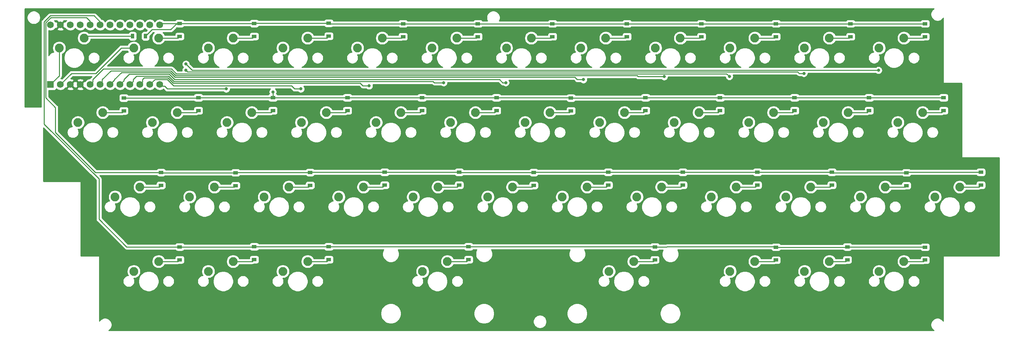
<source format=gbr>
G04 #@! TF.GenerationSoftware,KiCad,Pcbnew,(5.1.9-0-10_14)*
G04 #@! TF.CreationDate,2021-07-01T09:13:36-05:00*
G04 #@! TF.ProjectId,keyboard,6b657962-6f61-4726-942e-6b696361645f,rev?*
G04 #@! TF.SameCoordinates,Original*
G04 #@! TF.FileFunction,Copper,L2,Bot*
G04 #@! TF.FilePolarity,Positive*
%FSLAX46Y46*%
G04 Gerber Fmt 4.6, Leading zero omitted, Abs format (unit mm)*
G04 Created by KiCad (PCBNEW (5.1.9-0-10_14)) date 2021-07-01 09:13:36*
%MOMM*%
%LPD*%
G01*
G04 APERTURE LIST*
G04 #@! TA.AperFunction,ComponentPad*
%ADD10C,1.752600*%
G04 #@! TD*
G04 #@! TA.AperFunction,ComponentPad*
%ADD11R,1.752600X1.752600*%
G04 #@! TD*
G04 #@! TA.AperFunction,ComponentPad*
%ADD12C,2.250000*%
G04 #@! TD*
G04 #@! TA.AperFunction,SMDPad,CuDef*
%ADD13R,1.200000X0.900000*%
G04 #@! TD*
G04 #@! TA.AperFunction,SMDPad,CuDef*
%ADD14R,0.900000X1.200000*%
G04 #@! TD*
G04 #@! TA.AperFunction,ViaPad*
%ADD15C,0.800000*%
G04 #@! TD*
G04 #@! TA.AperFunction,Conductor*
%ADD16C,0.250000*%
G04 #@! TD*
G04 #@! TA.AperFunction,Conductor*
%ADD17C,0.254000*%
G04 #@! TD*
G04 #@! TA.AperFunction,Conductor*
%ADD18C,0.100000*%
G04 #@! TD*
G04 APERTURE END LIST*
D10*
X28096100Y-21746900D03*
X56036100Y-36986900D03*
X30636100Y-21746900D03*
X33176100Y-21746900D03*
X35716100Y-21746900D03*
X38256100Y-21746900D03*
X40796100Y-21746900D03*
X43336100Y-21746900D03*
X45876100Y-21746900D03*
X48416100Y-21746900D03*
X50956100Y-21746900D03*
X53496100Y-21746900D03*
X56036100Y-21746900D03*
X53496100Y-36986900D03*
X50956100Y-36986900D03*
X48416100Y-36986900D03*
X45876100Y-36986900D03*
X43336100Y-36986900D03*
X40796100Y-36986900D03*
X38256100Y-36986900D03*
X35716100Y-36986900D03*
X33176100Y-36986900D03*
X30636100Y-36986900D03*
D11*
X28096100Y-36986900D03*
D12*
X70004500Y-63178200D03*
X63654500Y-65718200D03*
X150961900Y-25080600D03*
X144611900Y-27620600D03*
X89053300Y-63178200D03*
X82703300Y-65718200D03*
X74766700Y-82227000D03*
X68416700Y-84767000D03*
X74766700Y-25080600D03*
X68416700Y-27620600D03*
X127150900Y-63178200D03*
X120800900Y-65718200D03*
X170010700Y-25080600D03*
X163660700Y-27620600D03*
X36669100Y-25080600D03*
X30319100Y-27620600D03*
X131913100Y-25080600D03*
X125563100Y-27620600D03*
X129532000Y-82227000D03*
X123182000Y-84767000D03*
X246205900Y-82227000D03*
X239855900Y-84767000D03*
X177154000Y-82227000D03*
X170804000Y-84767000D03*
X241443700Y-63178200D03*
X235093700Y-65718200D03*
X50955700Y-63178200D03*
X44605700Y-65718200D03*
X231919300Y-44129400D03*
X225569300Y-46669400D03*
X79528900Y-44129400D03*
X73178900Y-46669400D03*
X112864300Y-25080600D03*
X106514300Y-27620600D03*
X250968100Y-44129400D03*
X244618100Y-46669400D03*
X55717900Y-25080600D03*
X49367900Y-27620600D03*
X227157100Y-25080600D03*
X220807100Y-27620600D03*
X208108300Y-25080600D03*
X201758300Y-27620600D03*
X165248500Y-63178200D03*
X158898500Y-65718200D03*
X208108300Y-82227000D03*
X201758300Y-84767000D03*
X184297300Y-63178200D03*
X177947300Y-65718200D03*
X212870500Y-44129400D03*
X206520500Y-46669400D03*
X193821700Y-44129400D03*
X187471700Y-46669400D03*
X174772900Y-44129400D03*
X168422900Y-46669400D03*
X189059500Y-25080600D03*
X182709500Y-27620600D03*
X155724100Y-44129400D03*
X149374100Y-46669400D03*
X136675300Y-44129400D03*
X130325300Y-46669400D03*
X117626500Y-44129400D03*
X111276500Y-46669400D03*
X227157100Y-82227000D03*
X220807100Y-84767000D03*
X93815500Y-25080600D03*
X87465500Y-27620600D03*
X222394900Y-63178200D03*
X216044900Y-65718200D03*
X98577700Y-44129400D03*
X92227700Y-46669400D03*
X41431300Y-44129400D03*
X35081300Y-46669400D03*
X55717900Y-82227000D03*
X49367900Y-84767000D03*
X203346100Y-63178200D03*
X196996100Y-65718200D03*
X108102100Y-63178200D03*
X101752100Y-65718200D03*
X246205900Y-25080600D03*
X239855900Y-27620600D03*
X146199700Y-63178200D03*
X139849700Y-65718200D03*
X93815500Y-82227000D03*
X87465500Y-84767000D03*
X60480100Y-44129400D03*
X54130100Y-46669400D03*
X260492500Y-63178200D03*
X254142500Y-65718200D03*
D13*
X75401500Y-62827500D03*
X75401500Y-59527500D03*
X156358900Y-24729900D03*
X156358900Y-21429900D03*
X94450300Y-62764900D03*
X94450300Y-59464900D03*
X80163700Y-81751100D03*
X80163700Y-78451100D03*
X80163700Y-24667300D03*
X80163700Y-21367300D03*
X132547900Y-62702300D03*
X132547900Y-59402300D03*
X175407700Y-24729900D03*
X175407700Y-21429900D03*
D14*
X49084200Y-24604700D03*
X52384200Y-24604700D03*
D13*
X137310100Y-24729900D03*
X137310100Y-21429900D03*
X134929000Y-81751100D03*
X134929000Y-78451100D03*
X251602900Y-81876300D03*
X251602900Y-78576300D03*
X182551000Y-81813700D03*
X182551000Y-78513700D03*
X246840700Y-62827500D03*
X246840700Y-59527500D03*
X56352700Y-62764900D03*
X56352700Y-59464900D03*
X237316300Y-43653500D03*
X237316300Y-40353500D03*
X84925900Y-43653500D03*
X84925900Y-40353500D03*
X118198700Y-24729900D03*
X118198700Y-21429900D03*
X256365100Y-43653500D03*
X256365100Y-40353500D03*
X61114900Y-24667300D03*
X61114900Y-21367300D03*
X232554100Y-24729900D03*
X232554100Y-21429900D03*
X213505300Y-24729900D03*
X213505300Y-21429900D03*
X170645500Y-62702300D03*
X170645500Y-59402300D03*
X213505300Y-81876300D03*
X213505300Y-78576300D03*
X189694300Y-62702300D03*
X189694300Y-59402300D03*
X218267500Y-43653500D03*
X218267500Y-40353500D03*
X199218700Y-43653500D03*
X199218700Y-40353500D03*
X180169900Y-43653500D03*
X180169900Y-40353500D03*
X194456500Y-24729900D03*
X194456500Y-21429900D03*
X161121100Y-43716100D03*
X161121100Y-40416100D03*
X142072300Y-43653500D03*
X142072300Y-40353500D03*
X123023500Y-43653500D03*
X123023500Y-40353500D03*
X231760400Y-81813700D03*
X231760400Y-78513700D03*
X99212500Y-24604700D03*
X99212500Y-21304700D03*
X227791900Y-62702300D03*
X227791900Y-59402300D03*
X103974700Y-43653500D03*
X103974700Y-40353500D03*
X46828300Y-43716100D03*
X46828300Y-40416100D03*
X61114900Y-81813700D03*
X61114900Y-78513700D03*
X208743100Y-62702300D03*
X208743100Y-59402300D03*
X113499100Y-62702300D03*
X113499100Y-59402300D03*
X251602900Y-24729900D03*
X251602900Y-21429900D03*
X151596700Y-62764900D03*
X151596700Y-59464900D03*
X99212500Y-81751100D03*
X99212500Y-78451100D03*
X65877100Y-43653500D03*
X65877100Y-40353500D03*
X265889500Y-62702300D03*
X265889500Y-59402300D03*
D15*
X84925900Y-38891300D03*
X239697400Y-33335400D03*
X62702300Y-31748000D03*
X73020400Y-38097600D03*
X128579400Y-36510200D03*
X92069200Y-38097600D03*
X184932100Y-34960420D03*
X201599800Y-34922800D03*
X109530600Y-37303900D03*
X144453400Y-36510200D03*
X164295900Y-35716500D03*
X220648600Y-34129100D03*
X62702300Y-33335400D03*
D16*
X60701600Y-82227000D02*
X61114900Y-81813700D01*
X55717900Y-82227000D02*
X60701600Y-82227000D01*
X182137700Y-82227000D02*
X182551000Y-81813700D01*
X177154000Y-82227000D02*
X182137700Y-82227000D01*
X251252200Y-82227000D02*
X251602900Y-81876300D01*
X246205900Y-82227000D02*
X251252200Y-82227000D01*
X265413600Y-63178200D02*
X265889500Y-62702300D01*
X260492500Y-63178200D02*
X265413600Y-63178200D01*
X246965900Y-59402300D02*
X246840700Y-59527500D01*
X265889500Y-59402300D02*
X246965900Y-59402300D01*
X227917100Y-59527500D02*
X227791900Y-59402300D01*
X246840700Y-59527500D02*
X227917100Y-59527500D01*
X227791900Y-59402300D02*
X208743100Y-59402300D01*
X208743100Y-59402300D02*
X189694300Y-59402300D01*
X189694300Y-59402300D02*
X170645500Y-59402300D01*
X170645500Y-59402300D02*
X151596700Y-59402300D01*
X151596700Y-59464900D02*
X132547900Y-59464900D01*
X132547900Y-59402300D02*
X113499100Y-59402300D01*
X113499100Y-59402300D02*
X94450300Y-59402300D01*
X75401500Y-59527500D02*
X56352700Y-59527500D01*
X94450300Y-59464900D02*
X75401500Y-59464900D01*
X56352700Y-59464900D02*
X39622400Y-59464900D01*
X39622400Y-59464900D02*
X29366900Y-49209400D01*
X29366900Y-49209400D02*
X29366900Y-42859800D01*
X26894799Y-21170275D02*
X28222574Y-19842500D01*
X26894799Y-40387699D02*
X26894799Y-21170275D01*
X29366900Y-42859800D02*
X26894799Y-40387699D01*
X37303900Y-19842500D02*
X38006999Y-20545599D01*
X28222574Y-19842500D02*
X37303900Y-19842500D01*
X38256100Y-20794700D02*
X38256100Y-21746900D01*
X37303900Y-19842500D02*
X38256100Y-20794700D01*
X65401200Y-44129400D02*
X65877100Y-43653500D01*
X60480100Y-44129400D02*
X65401200Y-44129400D01*
X65814500Y-40416100D02*
X65877100Y-40353500D01*
X46828300Y-40416100D02*
X65814500Y-40416100D01*
X65877100Y-40353500D02*
X84925900Y-40353500D01*
X84925900Y-40353500D02*
X103974700Y-40353500D01*
X103974700Y-40353500D02*
X123023500Y-40353500D01*
X123023500Y-40353500D02*
X142072300Y-40353500D01*
X161058500Y-40353500D02*
X161121100Y-40416100D01*
X142072300Y-40353500D02*
X161058500Y-40353500D01*
X180107300Y-40416100D02*
X180169900Y-40353500D01*
X161121100Y-40416100D02*
X180107300Y-40416100D01*
X180169900Y-40353500D02*
X199218700Y-40353500D01*
X199218700Y-40353500D02*
X218267500Y-40353500D01*
X218267500Y-40353500D02*
X237316300Y-40353500D01*
X237316300Y-40353500D02*
X256365100Y-40353500D01*
X84925900Y-40353500D02*
X84925900Y-38891300D01*
X98736600Y-82227000D02*
X99212500Y-81751100D01*
X93815500Y-82227000D02*
X98736600Y-82227000D01*
X61114900Y-78513700D02*
X80163700Y-78513700D01*
X80163700Y-78451100D02*
X99212500Y-78451100D01*
X99212500Y-78451100D02*
X134929000Y-78451100D01*
X134929000Y-78451100D02*
X182551000Y-78451100D01*
X185632729Y-78472999D02*
X213505300Y-78472999D01*
X185592028Y-78513700D02*
X185632729Y-78472999D01*
X182551000Y-78513700D02*
X185592028Y-78513700D01*
X213505300Y-78576300D02*
X231760400Y-78576300D01*
X231760400Y-78513700D02*
X251602900Y-78513700D01*
X61114900Y-78513700D02*
X51815198Y-78513700D01*
X51815198Y-78513700D02*
X47559400Y-78513700D01*
X47559400Y-78513700D02*
X40478700Y-71433000D01*
X40478700Y-71433000D02*
X40478700Y-61114900D01*
X26444790Y-20983874D02*
X28036174Y-19392490D01*
X28036174Y-19392490D02*
X39234990Y-19392490D01*
X39234990Y-19392490D02*
X40796100Y-20953600D01*
X26444789Y-47080989D02*
X26444790Y-20983874D01*
X40796100Y-20953600D02*
X40796100Y-21746900D01*
X40478700Y-61114900D02*
X26444789Y-47080989D01*
X151183400Y-63178200D02*
X151596700Y-62764900D01*
X146199700Y-63178200D02*
X151183400Y-63178200D01*
X251252200Y-25080600D02*
X251602900Y-24729900D01*
X246205900Y-25080600D02*
X251252200Y-25080600D01*
X251602900Y-21429900D02*
X232554100Y-21429900D01*
X232554100Y-21429900D02*
X213505300Y-21429900D01*
X213505300Y-21429900D02*
X194456500Y-21429900D01*
X194456500Y-21429900D02*
X175407700Y-21429900D01*
X175407700Y-21429900D02*
X156358900Y-21429900D01*
X156358900Y-21429900D02*
X137310100Y-21429900D01*
X137310100Y-21429900D02*
X118198700Y-21429900D01*
X99337700Y-21429900D02*
X99212500Y-21304700D01*
X118198700Y-21429900D02*
X99337700Y-21429900D01*
X80226300Y-21304700D02*
X80163700Y-21367300D01*
X99212500Y-21304700D02*
X80226300Y-21304700D01*
X62779898Y-21367300D02*
X61114900Y-21367300D01*
X80163700Y-21367300D02*
X62779898Y-21367300D01*
X61114900Y-21367300D02*
X60383800Y-21367300D01*
X54040699Y-22948201D02*
X53971600Y-23017300D01*
X58802899Y-22948201D02*
X54040699Y-22948201D01*
X60383800Y-21367300D02*
X58802899Y-22948201D01*
X53971600Y-23017300D02*
X52384200Y-24604700D01*
X61114900Y-21367300D02*
X61052300Y-21367300D01*
X56415700Y-21367300D02*
X56036100Y-21746900D01*
X61114900Y-21367300D02*
X56415700Y-21367300D01*
X113023200Y-63178200D02*
X113499100Y-62702300D01*
X108102100Y-63178200D02*
X113023200Y-63178200D01*
X208267200Y-63178200D02*
X208743100Y-62702300D01*
X203346100Y-63178200D02*
X208267200Y-63178200D01*
X46415000Y-44129400D02*
X46828300Y-43716100D01*
X41431300Y-44129400D02*
X46415000Y-44129400D01*
X103498800Y-44129400D02*
X103974700Y-43653500D01*
X98577700Y-44129400D02*
X103498800Y-44129400D01*
X227316000Y-63178200D02*
X227791900Y-62702300D01*
X222394900Y-63178200D02*
X227316000Y-63178200D01*
X98736600Y-25080600D02*
X99212500Y-24604700D01*
X93815500Y-25080600D02*
X98736600Y-25080600D01*
X231347100Y-82227000D02*
X231760400Y-81813700D01*
X227157100Y-82227000D02*
X231347100Y-82227000D01*
X122547600Y-44129400D02*
X123023500Y-43653500D01*
X117626500Y-44129400D02*
X122547600Y-44129400D01*
X141596400Y-44129400D02*
X142072300Y-43653500D01*
X136675300Y-44129400D02*
X141596400Y-44129400D01*
X160707800Y-44129400D02*
X161121100Y-43716100D01*
X155724100Y-44129400D02*
X160707800Y-44129400D01*
X194105800Y-25080600D02*
X194456500Y-24729900D01*
X189059500Y-25080600D02*
X194105800Y-25080600D01*
X179694000Y-44129400D02*
X180169900Y-43653500D01*
X174772900Y-44129400D02*
X179694000Y-44129400D01*
X198742800Y-44129400D02*
X199218700Y-43653500D01*
X193821700Y-44129400D02*
X198742800Y-44129400D01*
X217791600Y-44129400D02*
X218267500Y-43653500D01*
X212870500Y-44129400D02*
X217791600Y-44129400D01*
X189218400Y-63178200D02*
X189694300Y-62702300D01*
X184297300Y-63178200D02*
X189218400Y-63178200D01*
X213154600Y-82227000D02*
X213505300Y-81876300D01*
X208108300Y-82227000D02*
X213154600Y-82227000D01*
X170169600Y-63178200D02*
X170645500Y-62702300D01*
X165248500Y-63178200D02*
X170169600Y-63178200D01*
X213154600Y-25080600D02*
X213505300Y-24729900D01*
X208108300Y-25080600D02*
X213154600Y-25080600D01*
X232203400Y-25080600D02*
X232554100Y-24729900D01*
X227157100Y-25080600D02*
X232203400Y-25080600D01*
X60701600Y-25080600D02*
X61114900Y-24667300D01*
X55717900Y-25080600D02*
X60701600Y-25080600D01*
X255889200Y-44129400D02*
X256365100Y-43653500D01*
X250968100Y-44129400D02*
X255889200Y-44129400D01*
X117848000Y-25080600D02*
X118198700Y-24729900D01*
X112864300Y-25080600D02*
X117848000Y-25080600D01*
X84450000Y-44129400D02*
X84925900Y-43653500D01*
X79528900Y-44129400D02*
X84450000Y-44129400D01*
X236840400Y-44129400D02*
X237316300Y-43653500D01*
X231919300Y-44129400D02*
X236840400Y-44129400D01*
X55939400Y-63178200D02*
X56352700Y-62764900D01*
X50955700Y-63178200D02*
X55939400Y-63178200D01*
X246490000Y-63178200D02*
X246840700Y-62827500D01*
X241443700Y-63178200D02*
X246490000Y-63178200D01*
X134453100Y-82227000D02*
X134929000Y-81751100D01*
X129532000Y-82227000D02*
X134453100Y-82227000D01*
X136959400Y-25080600D02*
X137310100Y-24729900D01*
X131913100Y-25080600D02*
X136959400Y-25080600D01*
X37145000Y-24604700D02*
X36669100Y-25080600D01*
X49084200Y-24604700D02*
X37145000Y-24604700D01*
X175057000Y-25080600D02*
X175407700Y-24729900D01*
X170010700Y-25080600D02*
X175057000Y-25080600D01*
X132072000Y-63178200D02*
X132547900Y-62702300D01*
X127150900Y-63178200D02*
X132072000Y-63178200D01*
X79750400Y-25080600D02*
X80163700Y-24667300D01*
X74766700Y-25080600D02*
X79750400Y-25080600D01*
X79687800Y-82227000D02*
X80163700Y-81751100D01*
X74766700Y-82227000D02*
X79687800Y-82227000D01*
X94037000Y-63178200D02*
X94450300Y-62764900D01*
X89053300Y-63178200D02*
X94037000Y-63178200D01*
X156008200Y-25080600D02*
X156358900Y-24729900D01*
X150961900Y-25080600D02*
X156008200Y-25080600D01*
X75050800Y-63178200D02*
X75401500Y-62827500D01*
X70004500Y-63178200D02*
X75050800Y-63178200D01*
X64289700Y-33335400D02*
X62702300Y-31748000D01*
X239697400Y-33335400D02*
X64289700Y-33335400D01*
X49367900Y-27620600D02*
X46193500Y-27620600D01*
X46193500Y-27620600D02*
X39685000Y-34129100D01*
X33493900Y-34129100D02*
X30636100Y-36986900D01*
X39685000Y-34129100D02*
X33493900Y-34129100D01*
X73020400Y-38097600D02*
X63496000Y-38097600D01*
X57940100Y-38097600D02*
X57237401Y-37394901D01*
X63496000Y-38097600D02*
X57940100Y-38097600D01*
X56444101Y-37394901D02*
X56036100Y-36986900D01*
X57237401Y-37394901D02*
X56444101Y-37394901D01*
X49209400Y-36193600D02*
X48416100Y-36986900D01*
X50109420Y-34816480D02*
X49209400Y-35716500D01*
X59662930Y-36166510D02*
X58312900Y-34816480D01*
X58312900Y-34816480D02*
X50109420Y-34816480D01*
X125854610Y-36166510D02*
X59662930Y-36166510D01*
X49209400Y-35716500D02*
X49209400Y-36193600D01*
X126198300Y-36510200D02*
X125854610Y-36166510D01*
X128579400Y-36510200D02*
X126198300Y-36510200D01*
X54765300Y-35716500D02*
X54696201Y-35785599D01*
X54696201Y-35785599D02*
X54697401Y-35785599D01*
X59527500Y-37303900D02*
X57940100Y-35716500D01*
X54697401Y-35785599D02*
X53496100Y-36986900D01*
X89688100Y-37303900D02*
X59527500Y-37303900D01*
X90481800Y-38097600D02*
X89688100Y-37303900D01*
X57940100Y-35716500D02*
X54765300Y-35716500D01*
X92069200Y-38097600D02*
X90481800Y-38097600D01*
X41272400Y-35716500D02*
X41272400Y-36510600D01*
X41272400Y-36510600D02*
X40796100Y-36986900D01*
X43522450Y-33466450D02*
X41272400Y-35716500D01*
X60091080Y-34685430D02*
X58872100Y-33466450D01*
X178026170Y-34685430D02*
X60091080Y-34685430D01*
X58872100Y-33466450D02*
X43522450Y-33466450D01*
X178301160Y-34960420D02*
X178026170Y-34685430D01*
X184932100Y-34960420D02*
X178301160Y-34960420D01*
X30319100Y-34763900D02*
X28096100Y-36986900D01*
X30319100Y-27620600D02*
X30319100Y-34763900D01*
X38891300Y-36351700D02*
X38256100Y-36986900D01*
X38891300Y-35716500D02*
X38891300Y-36351700D01*
X59058500Y-33016440D02*
X41591360Y-33016440D01*
X201599800Y-34922800D02*
X200912420Y-34235420D01*
X41591360Y-33016440D02*
X38891300Y-35716500D01*
X60277480Y-34235420D02*
X59058500Y-33016440D01*
X200912420Y-34235420D02*
X60277480Y-34235420D01*
X52040510Y-35266490D02*
X51590500Y-35716500D01*
X58126500Y-35266490D02*
X52040510Y-35266490D01*
X51590500Y-36352500D02*
X50956100Y-36986900D01*
X107255820Y-36616520D02*
X59476530Y-36616520D01*
X107943200Y-37303900D02*
X107255820Y-36616520D01*
X59476530Y-36616520D02*
X58126500Y-35266490D01*
X51590500Y-35716500D02*
X51590500Y-36352500D01*
X109530600Y-37303900D02*
X107943200Y-37303900D01*
X46828300Y-36034700D02*
X45876100Y-36986900D01*
X48178330Y-34366470D02*
X46828300Y-35716500D01*
X143659700Y-36510200D02*
X142866000Y-35716500D01*
X58499300Y-34366470D02*
X48178330Y-34366470D01*
X59849330Y-35716500D02*
X58499300Y-34366470D01*
X46828300Y-35716500D02*
X46828300Y-36034700D01*
X142866000Y-35716500D02*
X59849330Y-35716500D01*
X144453400Y-36510200D02*
X143659700Y-36510200D01*
X44447200Y-35716500D02*
X44447200Y-35875800D01*
X46247240Y-33916460D02*
X44447200Y-35716500D01*
X58685700Y-33916460D02*
X46247240Y-33916460D01*
X44447200Y-35875800D02*
X43336100Y-36986900D01*
X164295900Y-35716500D02*
X162708500Y-35716500D01*
X162127440Y-35135440D02*
X59904680Y-35135440D01*
X59904680Y-35135440D02*
X58685700Y-33916460D01*
X162708500Y-35716500D02*
X162127440Y-35135440D01*
X220648600Y-34129100D02*
X219404890Y-34129100D01*
X219404890Y-34129100D02*
X219061200Y-33785410D01*
X219061200Y-33785410D02*
X64289700Y-33785410D01*
X64289700Y-33785410D02*
X63496000Y-33785410D01*
X63152310Y-33785410D02*
X62702300Y-33335400D01*
X63496000Y-33785410D02*
X63152310Y-33785410D01*
D17*
X253671702Y-17701137D02*
X253430037Y-17942802D01*
X253240163Y-18226969D01*
X253109375Y-18542719D01*
X253042700Y-18877917D01*
X253042700Y-19219683D01*
X253109375Y-19554881D01*
X253240163Y-19870631D01*
X253430037Y-20154798D01*
X253671702Y-20396463D01*
X253955869Y-20586337D01*
X254271619Y-20717125D01*
X254606817Y-20783800D01*
X254948583Y-20783800D01*
X255283781Y-20717125D01*
X255599531Y-20586337D01*
X255883698Y-20396463D01*
X256125363Y-20154798D01*
X256238100Y-19986075D01*
X256238100Y-36510200D01*
X256240540Y-36534976D01*
X256247767Y-36558801D01*
X256259503Y-36580757D01*
X256275297Y-36600003D01*
X256294543Y-36615797D01*
X256316499Y-36627533D01*
X256340324Y-36634760D01*
X256365100Y-36637200D01*
X260931940Y-36637200D01*
X260967147Y-36665914D01*
X261000300Y-36705989D01*
X261000300Y-55559000D01*
X261002740Y-55583776D01*
X261009967Y-55607601D01*
X261021703Y-55629557D01*
X261037497Y-55648803D01*
X261056743Y-55664597D01*
X261078699Y-55676333D01*
X261102524Y-55683560D01*
X261127300Y-55686000D01*
X270456340Y-55686000D01*
X270491547Y-55714714D01*
X270524700Y-55754789D01*
X270524700Y-80762040D01*
X270495986Y-80797247D01*
X270455911Y-80830400D01*
X256365100Y-80830400D01*
X256340324Y-80832840D01*
X256316499Y-80840067D01*
X256294543Y-80851803D01*
X256275297Y-80867597D01*
X256259503Y-80886843D01*
X256247767Y-80908799D01*
X256240540Y-80932624D01*
X256238100Y-80957400D01*
X256238100Y-97481525D01*
X256125363Y-97312802D01*
X255883698Y-97071137D01*
X255599531Y-96881263D01*
X255283781Y-96750475D01*
X254948583Y-96683800D01*
X254606817Y-96683800D01*
X254271619Y-96750475D01*
X253955869Y-96881263D01*
X253671702Y-97071137D01*
X253430037Y-97312802D01*
X253240163Y-97596969D01*
X253109375Y-97912719D01*
X253042700Y-98247917D01*
X253042700Y-98589683D01*
X253109375Y-98924881D01*
X253240163Y-99240631D01*
X253430037Y-99524798D01*
X253671702Y-99766463D01*
X253840425Y-99879200D01*
X43003375Y-99879200D01*
X43172098Y-99766463D01*
X43413763Y-99524798D01*
X43603637Y-99240631D01*
X43734425Y-98924881D01*
X43801100Y-98589683D01*
X43801100Y-98247917D01*
X43734425Y-97912719D01*
X43603637Y-97596969D01*
X43413763Y-97312802D01*
X43172098Y-97071137D01*
X42887931Y-96881263D01*
X42572181Y-96750475D01*
X42236983Y-96683800D01*
X41895217Y-96683800D01*
X41560019Y-96750475D01*
X41244269Y-96881263D01*
X40960102Y-97071137D01*
X40718437Y-97312802D01*
X40605700Y-97481525D01*
X40605700Y-95303076D01*
X112456850Y-95303076D01*
X112456850Y-95820924D01*
X112557877Y-96328822D01*
X112756049Y-96807251D01*
X113043750Y-97237826D01*
X113409924Y-97604000D01*
X113840499Y-97891701D01*
X114318928Y-98089873D01*
X114826826Y-98190900D01*
X115344674Y-98190900D01*
X115852572Y-98089873D01*
X116331001Y-97891701D01*
X116761576Y-97604000D01*
X117127750Y-97237826D01*
X117415451Y-96807251D01*
X117613623Y-96328822D01*
X117714650Y-95820924D01*
X117714650Y-95303076D01*
X136269350Y-95303076D01*
X136269350Y-95820924D01*
X136370377Y-96328822D01*
X136568549Y-96807251D01*
X136856250Y-97237826D01*
X137222424Y-97604000D01*
X137652999Y-97891701D01*
X138131428Y-98089873D01*
X138639326Y-98190900D01*
X139157174Y-98190900D01*
X139665072Y-98089873D01*
X140143501Y-97891701D01*
X140574076Y-97604000D01*
X140723859Y-97454217D01*
X151449100Y-97454217D01*
X151449100Y-97795983D01*
X151515775Y-98131181D01*
X151646563Y-98446931D01*
X151836437Y-98731098D01*
X152078102Y-98972763D01*
X152362269Y-99162637D01*
X152678019Y-99293425D01*
X153013217Y-99360100D01*
X153354983Y-99360100D01*
X153690181Y-99293425D01*
X154005931Y-99162637D01*
X154290098Y-98972763D01*
X154531763Y-98731098D01*
X154721637Y-98446931D01*
X154852425Y-98131181D01*
X154919100Y-97795983D01*
X154919100Y-97454217D01*
X154852425Y-97119019D01*
X154721637Y-96803269D01*
X154531763Y-96519102D01*
X154290098Y-96277437D01*
X154005931Y-96087563D01*
X153690181Y-95956775D01*
X153354983Y-95890100D01*
X153013217Y-95890100D01*
X152678019Y-95956775D01*
X152362269Y-96087563D01*
X152078102Y-96277437D01*
X151836437Y-96519102D01*
X151646563Y-96803269D01*
X151515775Y-97119019D01*
X151449100Y-97454217D01*
X140723859Y-97454217D01*
X140940250Y-97237826D01*
X141227951Y-96807251D01*
X141426123Y-96328822D01*
X141527150Y-95820924D01*
X141527150Y-95303076D01*
X160078850Y-95303076D01*
X160078850Y-95820924D01*
X160179877Y-96328822D01*
X160378049Y-96807251D01*
X160665750Y-97237826D01*
X161031924Y-97604000D01*
X161462499Y-97891701D01*
X161940928Y-98089873D01*
X162448826Y-98190900D01*
X162966674Y-98190900D01*
X163474572Y-98089873D01*
X163953001Y-97891701D01*
X164383576Y-97604000D01*
X164749750Y-97237826D01*
X165037451Y-96807251D01*
X165235623Y-96328822D01*
X165336650Y-95820924D01*
X165336650Y-95303076D01*
X183891350Y-95303076D01*
X183891350Y-95820924D01*
X183992377Y-96328822D01*
X184190549Y-96807251D01*
X184478250Y-97237826D01*
X184844424Y-97604000D01*
X185274999Y-97891701D01*
X185753428Y-98089873D01*
X186261326Y-98190900D01*
X186779174Y-98190900D01*
X187287072Y-98089873D01*
X187765501Y-97891701D01*
X188196076Y-97604000D01*
X188562250Y-97237826D01*
X188849951Y-96807251D01*
X189048123Y-96328822D01*
X189149150Y-95820924D01*
X189149150Y-95303076D01*
X189048123Y-94795178D01*
X188849951Y-94316749D01*
X188562250Y-93886174D01*
X188196076Y-93520000D01*
X187765501Y-93232299D01*
X187287072Y-93034127D01*
X186779174Y-92933100D01*
X186261326Y-92933100D01*
X185753428Y-93034127D01*
X185274999Y-93232299D01*
X184844424Y-93520000D01*
X184478250Y-93886174D01*
X184190549Y-94316749D01*
X183992377Y-94795178D01*
X183891350Y-95303076D01*
X165336650Y-95303076D01*
X165235623Y-94795178D01*
X165037451Y-94316749D01*
X164749750Y-93886174D01*
X164383576Y-93520000D01*
X163953001Y-93232299D01*
X163474572Y-93034127D01*
X162966674Y-92933100D01*
X162448826Y-92933100D01*
X161940928Y-93034127D01*
X161462499Y-93232299D01*
X161031924Y-93520000D01*
X160665750Y-93886174D01*
X160378049Y-94316749D01*
X160179877Y-94795178D01*
X160078850Y-95303076D01*
X141527150Y-95303076D01*
X141426123Y-94795178D01*
X141227951Y-94316749D01*
X140940250Y-93886174D01*
X140574076Y-93520000D01*
X140143501Y-93232299D01*
X139665072Y-93034127D01*
X139157174Y-92933100D01*
X138639326Y-92933100D01*
X138131428Y-93034127D01*
X137652999Y-93232299D01*
X137222424Y-93520000D01*
X136856250Y-93886174D01*
X136568549Y-94316749D01*
X136370377Y-94795178D01*
X136269350Y-95303076D01*
X117714650Y-95303076D01*
X117613623Y-94795178D01*
X117415451Y-94316749D01*
X117127750Y-93886174D01*
X116761576Y-93520000D01*
X116331001Y-93232299D01*
X115852572Y-93034127D01*
X115344674Y-92933100D01*
X114826826Y-92933100D01*
X114318928Y-93034127D01*
X113840499Y-93232299D01*
X113409924Y-93520000D01*
X113043750Y-93886174D01*
X112756049Y-94316749D01*
X112557877Y-94795178D01*
X112456850Y-95303076D01*
X40605700Y-95303076D01*
X40605700Y-87158278D01*
X46587900Y-87158278D01*
X46587900Y-87455722D01*
X46645929Y-87747451D01*
X46759756Y-88022253D01*
X46925007Y-88269569D01*
X47135331Y-88479893D01*
X47382647Y-88645144D01*
X47657449Y-88758971D01*
X47949178Y-88817000D01*
X48246622Y-88817000D01*
X48538351Y-88758971D01*
X48813153Y-88645144D01*
X49060469Y-88479893D01*
X49270793Y-88269569D01*
X49436044Y-88022253D01*
X49549871Y-87747451D01*
X49607900Y-87455722D01*
X49607900Y-87158278D01*
X49585980Y-87048076D01*
X50549000Y-87048076D01*
X50549000Y-87565924D01*
X50650027Y-88073822D01*
X50848199Y-88552251D01*
X51135900Y-88982826D01*
X51502074Y-89349000D01*
X51932649Y-89636701D01*
X52411078Y-89834873D01*
X52918976Y-89935900D01*
X53436824Y-89935900D01*
X53944722Y-89834873D01*
X54423151Y-89636701D01*
X54853726Y-89349000D01*
X55219900Y-88982826D01*
X55507601Y-88552251D01*
X55705773Y-88073822D01*
X55806800Y-87565924D01*
X55806800Y-87158278D01*
X56747900Y-87158278D01*
X56747900Y-87455722D01*
X56805929Y-87747451D01*
X56919756Y-88022253D01*
X57085007Y-88269569D01*
X57295331Y-88479893D01*
X57542647Y-88645144D01*
X57817449Y-88758971D01*
X58109178Y-88817000D01*
X58406622Y-88817000D01*
X58698351Y-88758971D01*
X58973153Y-88645144D01*
X59220469Y-88479893D01*
X59430793Y-88269569D01*
X59596044Y-88022253D01*
X59709871Y-87747451D01*
X59767900Y-87455722D01*
X59767900Y-87158278D01*
X65636700Y-87158278D01*
X65636700Y-87455722D01*
X65694729Y-87747451D01*
X65808556Y-88022253D01*
X65973807Y-88269569D01*
X66184131Y-88479893D01*
X66431447Y-88645144D01*
X66706249Y-88758971D01*
X66997978Y-88817000D01*
X67295422Y-88817000D01*
X67587151Y-88758971D01*
X67861953Y-88645144D01*
X68109269Y-88479893D01*
X68319593Y-88269569D01*
X68484844Y-88022253D01*
X68598671Y-87747451D01*
X68656700Y-87455722D01*
X68656700Y-87158278D01*
X68634780Y-87048076D01*
X69597800Y-87048076D01*
X69597800Y-87565924D01*
X69698827Y-88073822D01*
X69896999Y-88552251D01*
X70184700Y-88982826D01*
X70550874Y-89349000D01*
X70981449Y-89636701D01*
X71459878Y-89834873D01*
X71967776Y-89935900D01*
X72485624Y-89935900D01*
X72993522Y-89834873D01*
X73471951Y-89636701D01*
X73902526Y-89349000D01*
X74268700Y-88982826D01*
X74556401Y-88552251D01*
X74754573Y-88073822D01*
X74855600Y-87565924D01*
X74855600Y-87158278D01*
X75796700Y-87158278D01*
X75796700Y-87455722D01*
X75854729Y-87747451D01*
X75968556Y-88022253D01*
X76133807Y-88269569D01*
X76344131Y-88479893D01*
X76591447Y-88645144D01*
X76866249Y-88758971D01*
X77157978Y-88817000D01*
X77455422Y-88817000D01*
X77747151Y-88758971D01*
X78021953Y-88645144D01*
X78269269Y-88479893D01*
X78479593Y-88269569D01*
X78644844Y-88022253D01*
X78758671Y-87747451D01*
X78816700Y-87455722D01*
X78816700Y-87158278D01*
X84685500Y-87158278D01*
X84685500Y-87455722D01*
X84743529Y-87747451D01*
X84857356Y-88022253D01*
X85022607Y-88269569D01*
X85232931Y-88479893D01*
X85480247Y-88645144D01*
X85755049Y-88758971D01*
X86046778Y-88817000D01*
X86344222Y-88817000D01*
X86635951Y-88758971D01*
X86910753Y-88645144D01*
X87158069Y-88479893D01*
X87368393Y-88269569D01*
X87533644Y-88022253D01*
X87647471Y-87747451D01*
X87705500Y-87455722D01*
X87705500Y-87158278D01*
X87683580Y-87048076D01*
X88646600Y-87048076D01*
X88646600Y-87565924D01*
X88747627Y-88073822D01*
X88945799Y-88552251D01*
X89233500Y-88982826D01*
X89599674Y-89349000D01*
X90030249Y-89636701D01*
X90508678Y-89834873D01*
X91016576Y-89935900D01*
X91534424Y-89935900D01*
X92042322Y-89834873D01*
X92520751Y-89636701D01*
X92951326Y-89349000D01*
X93317500Y-88982826D01*
X93605201Y-88552251D01*
X93803373Y-88073822D01*
X93904400Y-87565924D01*
X93904400Y-87158278D01*
X94845500Y-87158278D01*
X94845500Y-87455722D01*
X94903529Y-87747451D01*
X95017356Y-88022253D01*
X95182607Y-88269569D01*
X95392931Y-88479893D01*
X95640247Y-88645144D01*
X95915049Y-88758971D01*
X96206778Y-88817000D01*
X96504222Y-88817000D01*
X96795951Y-88758971D01*
X97070753Y-88645144D01*
X97318069Y-88479893D01*
X97528393Y-88269569D01*
X97693644Y-88022253D01*
X97807471Y-87747451D01*
X97865500Y-87455722D01*
X97865500Y-87158278D01*
X120402000Y-87158278D01*
X120402000Y-87455722D01*
X120460029Y-87747451D01*
X120573856Y-88022253D01*
X120739107Y-88269569D01*
X120949431Y-88479893D01*
X121196747Y-88645144D01*
X121471549Y-88758971D01*
X121763278Y-88817000D01*
X122060722Y-88817000D01*
X122352451Y-88758971D01*
X122627253Y-88645144D01*
X122874569Y-88479893D01*
X123084893Y-88269569D01*
X123250144Y-88022253D01*
X123363971Y-87747451D01*
X123422000Y-87455722D01*
X123422000Y-87158278D01*
X123400080Y-87048076D01*
X124363100Y-87048076D01*
X124363100Y-87565924D01*
X124464127Y-88073822D01*
X124662299Y-88552251D01*
X124950000Y-88982826D01*
X125316174Y-89349000D01*
X125746749Y-89636701D01*
X126225178Y-89834873D01*
X126733076Y-89935900D01*
X127250924Y-89935900D01*
X127758822Y-89834873D01*
X128237251Y-89636701D01*
X128667826Y-89349000D01*
X129034000Y-88982826D01*
X129321701Y-88552251D01*
X129519873Y-88073822D01*
X129620900Y-87565924D01*
X129620900Y-87158278D01*
X130562000Y-87158278D01*
X130562000Y-87455722D01*
X130620029Y-87747451D01*
X130733856Y-88022253D01*
X130899107Y-88269569D01*
X131109431Y-88479893D01*
X131356747Y-88645144D01*
X131631549Y-88758971D01*
X131923278Y-88817000D01*
X132220722Y-88817000D01*
X132512451Y-88758971D01*
X132787253Y-88645144D01*
X133034569Y-88479893D01*
X133244893Y-88269569D01*
X133410144Y-88022253D01*
X133523971Y-87747451D01*
X133582000Y-87455722D01*
X133582000Y-87158278D01*
X168024000Y-87158278D01*
X168024000Y-87455722D01*
X168082029Y-87747451D01*
X168195856Y-88022253D01*
X168361107Y-88269569D01*
X168571431Y-88479893D01*
X168818747Y-88645144D01*
X169093549Y-88758971D01*
X169385278Y-88817000D01*
X169682722Y-88817000D01*
X169974451Y-88758971D01*
X170249253Y-88645144D01*
X170496569Y-88479893D01*
X170706893Y-88269569D01*
X170872144Y-88022253D01*
X170985971Y-87747451D01*
X171044000Y-87455722D01*
X171044000Y-87158278D01*
X171022080Y-87048076D01*
X171985100Y-87048076D01*
X171985100Y-87565924D01*
X172086127Y-88073822D01*
X172284299Y-88552251D01*
X172572000Y-88982826D01*
X172938174Y-89349000D01*
X173368749Y-89636701D01*
X173847178Y-89834873D01*
X174355076Y-89935900D01*
X174872924Y-89935900D01*
X175380822Y-89834873D01*
X175859251Y-89636701D01*
X176289826Y-89349000D01*
X176656000Y-88982826D01*
X176943701Y-88552251D01*
X177141873Y-88073822D01*
X177242900Y-87565924D01*
X177242900Y-87158278D01*
X178184000Y-87158278D01*
X178184000Y-87455722D01*
X178242029Y-87747451D01*
X178355856Y-88022253D01*
X178521107Y-88269569D01*
X178731431Y-88479893D01*
X178978747Y-88645144D01*
X179253549Y-88758971D01*
X179545278Y-88817000D01*
X179842722Y-88817000D01*
X180134451Y-88758971D01*
X180409253Y-88645144D01*
X180656569Y-88479893D01*
X180866893Y-88269569D01*
X181032144Y-88022253D01*
X181145971Y-87747451D01*
X181204000Y-87455722D01*
X181204000Y-87158278D01*
X198978300Y-87158278D01*
X198978300Y-87455722D01*
X199036329Y-87747451D01*
X199150156Y-88022253D01*
X199315407Y-88269569D01*
X199525731Y-88479893D01*
X199773047Y-88645144D01*
X200047849Y-88758971D01*
X200339578Y-88817000D01*
X200637022Y-88817000D01*
X200928751Y-88758971D01*
X201203553Y-88645144D01*
X201450869Y-88479893D01*
X201661193Y-88269569D01*
X201826444Y-88022253D01*
X201940271Y-87747451D01*
X201998300Y-87455722D01*
X201998300Y-87158278D01*
X201976380Y-87048076D01*
X202939400Y-87048076D01*
X202939400Y-87565924D01*
X203040427Y-88073822D01*
X203238599Y-88552251D01*
X203526300Y-88982826D01*
X203892474Y-89349000D01*
X204323049Y-89636701D01*
X204801478Y-89834873D01*
X205309376Y-89935900D01*
X205827224Y-89935900D01*
X206335122Y-89834873D01*
X206813551Y-89636701D01*
X207244126Y-89349000D01*
X207610300Y-88982826D01*
X207898001Y-88552251D01*
X208096173Y-88073822D01*
X208197200Y-87565924D01*
X208197200Y-87158278D01*
X209138300Y-87158278D01*
X209138300Y-87455722D01*
X209196329Y-87747451D01*
X209310156Y-88022253D01*
X209475407Y-88269569D01*
X209685731Y-88479893D01*
X209933047Y-88645144D01*
X210207849Y-88758971D01*
X210499578Y-88817000D01*
X210797022Y-88817000D01*
X211088751Y-88758971D01*
X211363553Y-88645144D01*
X211610869Y-88479893D01*
X211821193Y-88269569D01*
X211986444Y-88022253D01*
X212100271Y-87747451D01*
X212158300Y-87455722D01*
X212158300Y-87158278D01*
X218027100Y-87158278D01*
X218027100Y-87455722D01*
X218085129Y-87747451D01*
X218198956Y-88022253D01*
X218364207Y-88269569D01*
X218574531Y-88479893D01*
X218821847Y-88645144D01*
X219096649Y-88758971D01*
X219388378Y-88817000D01*
X219685822Y-88817000D01*
X219977551Y-88758971D01*
X220252353Y-88645144D01*
X220499669Y-88479893D01*
X220709993Y-88269569D01*
X220875244Y-88022253D01*
X220989071Y-87747451D01*
X221047100Y-87455722D01*
X221047100Y-87158278D01*
X221025180Y-87048076D01*
X221988200Y-87048076D01*
X221988200Y-87565924D01*
X222089227Y-88073822D01*
X222287399Y-88552251D01*
X222575100Y-88982826D01*
X222941274Y-89349000D01*
X223371849Y-89636701D01*
X223850278Y-89834873D01*
X224358176Y-89935900D01*
X224876024Y-89935900D01*
X225383922Y-89834873D01*
X225862351Y-89636701D01*
X226292926Y-89349000D01*
X226659100Y-88982826D01*
X226946801Y-88552251D01*
X227144973Y-88073822D01*
X227246000Y-87565924D01*
X227246000Y-87158278D01*
X228187100Y-87158278D01*
X228187100Y-87455722D01*
X228245129Y-87747451D01*
X228358956Y-88022253D01*
X228524207Y-88269569D01*
X228734531Y-88479893D01*
X228981847Y-88645144D01*
X229256649Y-88758971D01*
X229548378Y-88817000D01*
X229845822Y-88817000D01*
X230137551Y-88758971D01*
X230412353Y-88645144D01*
X230659669Y-88479893D01*
X230869993Y-88269569D01*
X231035244Y-88022253D01*
X231149071Y-87747451D01*
X231207100Y-87455722D01*
X231207100Y-87158278D01*
X237075900Y-87158278D01*
X237075900Y-87455722D01*
X237133929Y-87747451D01*
X237247756Y-88022253D01*
X237413007Y-88269569D01*
X237623331Y-88479893D01*
X237870647Y-88645144D01*
X238145449Y-88758971D01*
X238437178Y-88817000D01*
X238734622Y-88817000D01*
X239026351Y-88758971D01*
X239301153Y-88645144D01*
X239548469Y-88479893D01*
X239758793Y-88269569D01*
X239924044Y-88022253D01*
X240037871Y-87747451D01*
X240095900Y-87455722D01*
X240095900Y-87158278D01*
X240073980Y-87048076D01*
X241037000Y-87048076D01*
X241037000Y-87565924D01*
X241138027Y-88073822D01*
X241336199Y-88552251D01*
X241623900Y-88982826D01*
X241990074Y-89349000D01*
X242420649Y-89636701D01*
X242899078Y-89834873D01*
X243406976Y-89935900D01*
X243924824Y-89935900D01*
X244432722Y-89834873D01*
X244911151Y-89636701D01*
X245341726Y-89349000D01*
X245707900Y-88982826D01*
X245995601Y-88552251D01*
X246193773Y-88073822D01*
X246294800Y-87565924D01*
X246294800Y-87158278D01*
X247235900Y-87158278D01*
X247235900Y-87455722D01*
X247293929Y-87747451D01*
X247407756Y-88022253D01*
X247573007Y-88269569D01*
X247783331Y-88479893D01*
X248030647Y-88645144D01*
X248305449Y-88758971D01*
X248597178Y-88817000D01*
X248894622Y-88817000D01*
X249186351Y-88758971D01*
X249461153Y-88645144D01*
X249708469Y-88479893D01*
X249918793Y-88269569D01*
X250084044Y-88022253D01*
X250197871Y-87747451D01*
X250255900Y-87455722D01*
X250255900Y-87158278D01*
X250197871Y-86866549D01*
X250084044Y-86591747D01*
X249918793Y-86344431D01*
X249708469Y-86134107D01*
X249461153Y-85968856D01*
X249186351Y-85855029D01*
X248894622Y-85797000D01*
X248597178Y-85797000D01*
X248305449Y-85855029D01*
X248030647Y-85968856D01*
X247783331Y-86134107D01*
X247573007Y-86344431D01*
X247407756Y-86591747D01*
X247293929Y-86866549D01*
X247235900Y-87158278D01*
X246294800Y-87158278D01*
X246294800Y-87048076D01*
X246193773Y-86540178D01*
X245995601Y-86061749D01*
X245707900Y-85631174D01*
X245341726Y-85265000D01*
X244911151Y-84977299D01*
X244432722Y-84779127D01*
X243924824Y-84678100D01*
X243406976Y-84678100D01*
X242899078Y-84779127D01*
X242420649Y-84977299D01*
X241990074Y-85265000D01*
X241623900Y-85631174D01*
X241336199Y-86061749D01*
X241138027Y-86540178D01*
X241037000Y-87048076D01*
X240073980Y-87048076D01*
X240037871Y-86866549D01*
X239924044Y-86591747D01*
X239880782Y-86527000D01*
X240029245Y-86527000D01*
X240369273Y-86459364D01*
X240689573Y-86326692D01*
X240977835Y-86134081D01*
X241222981Y-85888935D01*
X241415592Y-85600673D01*
X241548264Y-85280373D01*
X241615900Y-84940345D01*
X241615900Y-84593655D01*
X241548264Y-84253627D01*
X241415592Y-83933327D01*
X241222981Y-83645065D01*
X240977835Y-83399919D01*
X240689573Y-83207308D01*
X240369273Y-83074636D01*
X240029245Y-83007000D01*
X239682555Y-83007000D01*
X239342527Y-83074636D01*
X239022227Y-83207308D01*
X238733965Y-83399919D01*
X238488819Y-83645065D01*
X238296208Y-83933327D01*
X238163536Y-84253627D01*
X238095900Y-84593655D01*
X238095900Y-84940345D01*
X238163536Y-85280373D01*
X238296208Y-85600673D01*
X238428538Y-85798719D01*
X238145449Y-85855029D01*
X237870647Y-85968856D01*
X237623331Y-86134107D01*
X237413007Y-86344431D01*
X237247756Y-86591747D01*
X237133929Y-86866549D01*
X237075900Y-87158278D01*
X231207100Y-87158278D01*
X231149071Y-86866549D01*
X231035244Y-86591747D01*
X230869993Y-86344431D01*
X230659669Y-86134107D01*
X230412353Y-85968856D01*
X230137551Y-85855029D01*
X229845822Y-85797000D01*
X229548378Y-85797000D01*
X229256649Y-85855029D01*
X228981847Y-85968856D01*
X228734531Y-86134107D01*
X228524207Y-86344431D01*
X228358956Y-86591747D01*
X228245129Y-86866549D01*
X228187100Y-87158278D01*
X227246000Y-87158278D01*
X227246000Y-87048076D01*
X227144973Y-86540178D01*
X226946801Y-86061749D01*
X226659100Y-85631174D01*
X226292926Y-85265000D01*
X225862351Y-84977299D01*
X225383922Y-84779127D01*
X224876024Y-84678100D01*
X224358176Y-84678100D01*
X223850278Y-84779127D01*
X223371849Y-84977299D01*
X222941274Y-85265000D01*
X222575100Y-85631174D01*
X222287399Y-86061749D01*
X222089227Y-86540178D01*
X221988200Y-87048076D01*
X221025180Y-87048076D01*
X220989071Y-86866549D01*
X220875244Y-86591747D01*
X220831982Y-86527000D01*
X220980445Y-86527000D01*
X221320473Y-86459364D01*
X221640773Y-86326692D01*
X221929035Y-86134081D01*
X222174181Y-85888935D01*
X222366792Y-85600673D01*
X222499464Y-85280373D01*
X222567100Y-84940345D01*
X222567100Y-84593655D01*
X222499464Y-84253627D01*
X222366792Y-83933327D01*
X222174181Y-83645065D01*
X221929035Y-83399919D01*
X221640773Y-83207308D01*
X221320473Y-83074636D01*
X220980445Y-83007000D01*
X220633755Y-83007000D01*
X220293727Y-83074636D01*
X219973427Y-83207308D01*
X219685165Y-83399919D01*
X219440019Y-83645065D01*
X219247408Y-83933327D01*
X219114736Y-84253627D01*
X219047100Y-84593655D01*
X219047100Y-84940345D01*
X219114736Y-85280373D01*
X219247408Y-85600673D01*
X219379738Y-85798719D01*
X219096649Y-85855029D01*
X218821847Y-85968856D01*
X218574531Y-86134107D01*
X218364207Y-86344431D01*
X218198956Y-86591747D01*
X218085129Y-86866549D01*
X218027100Y-87158278D01*
X212158300Y-87158278D01*
X212100271Y-86866549D01*
X211986444Y-86591747D01*
X211821193Y-86344431D01*
X211610869Y-86134107D01*
X211363553Y-85968856D01*
X211088751Y-85855029D01*
X210797022Y-85797000D01*
X210499578Y-85797000D01*
X210207849Y-85855029D01*
X209933047Y-85968856D01*
X209685731Y-86134107D01*
X209475407Y-86344431D01*
X209310156Y-86591747D01*
X209196329Y-86866549D01*
X209138300Y-87158278D01*
X208197200Y-87158278D01*
X208197200Y-87048076D01*
X208096173Y-86540178D01*
X207898001Y-86061749D01*
X207610300Y-85631174D01*
X207244126Y-85265000D01*
X206813551Y-84977299D01*
X206335122Y-84779127D01*
X205827224Y-84678100D01*
X205309376Y-84678100D01*
X204801478Y-84779127D01*
X204323049Y-84977299D01*
X203892474Y-85265000D01*
X203526300Y-85631174D01*
X203238599Y-86061749D01*
X203040427Y-86540178D01*
X202939400Y-87048076D01*
X201976380Y-87048076D01*
X201940271Y-86866549D01*
X201826444Y-86591747D01*
X201783182Y-86527000D01*
X201931645Y-86527000D01*
X202271673Y-86459364D01*
X202591973Y-86326692D01*
X202880235Y-86134081D01*
X203125381Y-85888935D01*
X203317992Y-85600673D01*
X203450664Y-85280373D01*
X203518300Y-84940345D01*
X203518300Y-84593655D01*
X203450664Y-84253627D01*
X203317992Y-83933327D01*
X203125381Y-83645065D01*
X202880235Y-83399919D01*
X202591973Y-83207308D01*
X202271673Y-83074636D01*
X201931645Y-83007000D01*
X201584955Y-83007000D01*
X201244927Y-83074636D01*
X200924627Y-83207308D01*
X200636365Y-83399919D01*
X200391219Y-83645065D01*
X200198608Y-83933327D01*
X200065936Y-84253627D01*
X199998300Y-84593655D01*
X199998300Y-84940345D01*
X200065936Y-85280373D01*
X200198608Y-85600673D01*
X200330938Y-85798719D01*
X200047849Y-85855029D01*
X199773047Y-85968856D01*
X199525731Y-86134107D01*
X199315407Y-86344431D01*
X199150156Y-86591747D01*
X199036329Y-86866549D01*
X198978300Y-87158278D01*
X181204000Y-87158278D01*
X181145971Y-86866549D01*
X181032144Y-86591747D01*
X180866893Y-86344431D01*
X180656569Y-86134107D01*
X180409253Y-85968856D01*
X180134451Y-85855029D01*
X179842722Y-85797000D01*
X179545278Y-85797000D01*
X179253549Y-85855029D01*
X178978747Y-85968856D01*
X178731431Y-86134107D01*
X178521107Y-86344431D01*
X178355856Y-86591747D01*
X178242029Y-86866549D01*
X178184000Y-87158278D01*
X177242900Y-87158278D01*
X177242900Y-87048076D01*
X177141873Y-86540178D01*
X176943701Y-86061749D01*
X176656000Y-85631174D01*
X176289826Y-85265000D01*
X175859251Y-84977299D01*
X175380822Y-84779127D01*
X174872924Y-84678100D01*
X174355076Y-84678100D01*
X173847178Y-84779127D01*
X173368749Y-84977299D01*
X172938174Y-85265000D01*
X172572000Y-85631174D01*
X172284299Y-86061749D01*
X172086127Y-86540178D01*
X171985100Y-87048076D01*
X171022080Y-87048076D01*
X170985971Y-86866549D01*
X170872144Y-86591747D01*
X170828882Y-86527000D01*
X170977345Y-86527000D01*
X171317373Y-86459364D01*
X171637673Y-86326692D01*
X171925935Y-86134081D01*
X172171081Y-85888935D01*
X172363692Y-85600673D01*
X172496364Y-85280373D01*
X172564000Y-84940345D01*
X172564000Y-84593655D01*
X172496364Y-84253627D01*
X172363692Y-83933327D01*
X172171081Y-83645065D01*
X171925935Y-83399919D01*
X171637673Y-83207308D01*
X171317373Y-83074636D01*
X170977345Y-83007000D01*
X170630655Y-83007000D01*
X170290627Y-83074636D01*
X169970327Y-83207308D01*
X169682065Y-83399919D01*
X169436919Y-83645065D01*
X169244308Y-83933327D01*
X169111636Y-84253627D01*
X169044000Y-84593655D01*
X169044000Y-84940345D01*
X169111636Y-85280373D01*
X169244308Y-85600673D01*
X169376638Y-85798719D01*
X169093549Y-85855029D01*
X168818747Y-85968856D01*
X168571431Y-86134107D01*
X168361107Y-86344431D01*
X168195856Y-86591747D01*
X168082029Y-86866549D01*
X168024000Y-87158278D01*
X133582000Y-87158278D01*
X133523971Y-86866549D01*
X133410144Y-86591747D01*
X133244893Y-86344431D01*
X133034569Y-86134107D01*
X132787253Y-85968856D01*
X132512451Y-85855029D01*
X132220722Y-85797000D01*
X131923278Y-85797000D01*
X131631549Y-85855029D01*
X131356747Y-85968856D01*
X131109431Y-86134107D01*
X130899107Y-86344431D01*
X130733856Y-86591747D01*
X130620029Y-86866549D01*
X130562000Y-87158278D01*
X129620900Y-87158278D01*
X129620900Y-87048076D01*
X129519873Y-86540178D01*
X129321701Y-86061749D01*
X129034000Y-85631174D01*
X128667826Y-85265000D01*
X128237251Y-84977299D01*
X127758822Y-84779127D01*
X127250924Y-84678100D01*
X126733076Y-84678100D01*
X126225178Y-84779127D01*
X125746749Y-84977299D01*
X125316174Y-85265000D01*
X124950000Y-85631174D01*
X124662299Y-86061749D01*
X124464127Y-86540178D01*
X124363100Y-87048076D01*
X123400080Y-87048076D01*
X123363971Y-86866549D01*
X123250144Y-86591747D01*
X123206882Y-86527000D01*
X123355345Y-86527000D01*
X123695373Y-86459364D01*
X124015673Y-86326692D01*
X124303935Y-86134081D01*
X124549081Y-85888935D01*
X124741692Y-85600673D01*
X124874364Y-85280373D01*
X124942000Y-84940345D01*
X124942000Y-84593655D01*
X124874364Y-84253627D01*
X124741692Y-83933327D01*
X124549081Y-83645065D01*
X124303935Y-83399919D01*
X124015673Y-83207308D01*
X123695373Y-83074636D01*
X123355345Y-83007000D01*
X123008655Y-83007000D01*
X122668627Y-83074636D01*
X122348327Y-83207308D01*
X122060065Y-83399919D01*
X121814919Y-83645065D01*
X121622308Y-83933327D01*
X121489636Y-84253627D01*
X121422000Y-84593655D01*
X121422000Y-84940345D01*
X121489636Y-85280373D01*
X121622308Y-85600673D01*
X121754638Y-85798719D01*
X121471549Y-85855029D01*
X121196747Y-85968856D01*
X120949431Y-86134107D01*
X120739107Y-86344431D01*
X120573856Y-86591747D01*
X120460029Y-86866549D01*
X120402000Y-87158278D01*
X97865500Y-87158278D01*
X97807471Y-86866549D01*
X97693644Y-86591747D01*
X97528393Y-86344431D01*
X97318069Y-86134107D01*
X97070753Y-85968856D01*
X96795951Y-85855029D01*
X96504222Y-85797000D01*
X96206778Y-85797000D01*
X95915049Y-85855029D01*
X95640247Y-85968856D01*
X95392931Y-86134107D01*
X95182607Y-86344431D01*
X95017356Y-86591747D01*
X94903529Y-86866549D01*
X94845500Y-87158278D01*
X93904400Y-87158278D01*
X93904400Y-87048076D01*
X93803373Y-86540178D01*
X93605201Y-86061749D01*
X93317500Y-85631174D01*
X92951326Y-85265000D01*
X92520751Y-84977299D01*
X92042322Y-84779127D01*
X91534424Y-84678100D01*
X91016576Y-84678100D01*
X90508678Y-84779127D01*
X90030249Y-84977299D01*
X89599674Y-85265000D01*
X89233500Y-85631174D01*
X88945799Y-86061749D01*
X88747627Y-86540178D01*
X88646600Y-87048076D01*
X87683580Y-87048076D01*
X87647471Y-86866549D01*
X87533644Y-86591747D01*
X87490382Y-86527000D01*
X87638845Y-86527000D01*
X87978873Y-86459364D01*
X88299173Y-86326692D01*
X88587435Y-86134081D01*
X88832581Y-85888935D01*
X89025192Y-85600673D01*
X89157864Y-85280373D01*
X89225500Y-84940345D01*
X89225500Y-84593655D01*
X89157864Y-84253627D01*
X89025192Y-83933327D01*
X88832581Y-83645065D01*
X88587435Y-83399919D01*
X88299173Y-83207308D01*
X87978873Y-83074636D01*
X87638845Y-83007000D01*
X87292155Y-83007000D01*
X86952127Y-83074636D01*
X86631827Y-83207308D01*
X86343565Y-83399919D01*
X86098419Y-83645065D01*
X85905808Y-83933327D01*
X85773136Y-84253627D01*
X85705500Y-84593655D01*
X85705500Y-84940345D01*
X85773136Y-85280373D01*
X85905808Y-85600673D01*
X86038138Y-85798719D01*
X85755049Y-85855029D01*
X85480247Y-85968856D01*
X85232931Y-86134107D01*
X85022607Y-86344431D01*
X84857356Y-86591747D01*
X84743529Y-86866549D01*
X84685500Y-87158278D01*
X78816700Y-87158278D01*
X78758671Y-86866549D01*
X78644844Y-86591747D01*
X78479593Y-86344431D01*
X78269269Y-86134107D01*
X78021953Y-85968856D01*
X77747151Y-85855029D01*
X77455422Y-85797000D01*
X77157978Y-85797000D01*
X76866249Y-85855029D01*
X76591447Y-85968856D01*
X76344131Y-86134107D01*
X76133807Y-86344431D01*
X75968556Y-86591747D01*
X75854729Y-86866549D01*
X75796700Y-87158278D01*
X74855600Y-87158278D01*
X74855600Y-87048076D01*
X74754573Y-86540178D01*
X74556401Y-86061749D01*
X74268700Y-85631174D01*
X73902526Y-85265000D01*
X73471951Y-84977299D01*
X72993522Y-84779127D01*
X72485624Y-84678100D01*
X71967776Y-84678100D01*
X71459878Y-84779127D01*
X70981449Y-84977299D01*
X70550874Y-85265000D01*
X70184700Y-85631174D01*
X69896999Y-86061749D01*
X69698827Y-86540178D01*
X69597800Y-87048076D01*
X68634780Y-87048076D01*
X68598671Y-86866549D01*
X68484844Y-86591747D01*
X68441582Y-86527000D01*
X68590045Y-86527000D01*
X68930073Y-86459364D01*
X69250373Y-86326692D01*
X69538635Y-86134081D01*
X69783781Y-85888935D01*
X69976392Y-85600673D01*
X70109064Y-85280373D01*
X70176700Y-84940345D01*
X70176700Y-84593655D01*
X70109064Y-84253627D01*
X69976392Y-83933327D01*
X69783781Y-83645065D01*
X69538635Y-83399919D01*
X69250373Y-83207308D01*
X68930073Y-83074636D01*
X68590045Y-83007000D01*
X68243355Y-83007000D01*
X67903327Y-83074636D01*
X67583027Y-83207308D01*
X67294765Y-83399919D01*
X67049619Y-83645065D01*
X66857008Y-83933327D01*
X66724336Y-84253627D01*
X66656700Y-84593655D01*
X66656700Y-84940345D01*
X66724336Y-85280373D01*
X66857008Y-85600673D01*
X66989338Y-85798719D01*
X66706249Y-85855029D01*
X66431447Y-85968856D01*
X66184131Y-86134107D01*
X65973807Y-86344431D01*
X65808556Y-86591747D01*
X65694729Y-86866549D01*
X65636700Y-87158278D01*
X59767900Y-87158278D01*
X59709871Y-86866549D01*
X59596044Y-86591747D01*
X59430793Y-86344431D01*
X59220469Y-86134107D01*
X58973153Y-85968856D01*
X58698351Y-85855029D01*
X58406622Y-85797000D01*
X58109178Y-85797000D01*
X57817449Y-85855029D01*
X57542647Y-85968856D01*
X57295331Y-86134107D01*
X57085007Y-86344431D01*
X56919756Y-86591747D01*
X56805929Y-86866549D01*
X56747900Y-87158278D01*
X55806800Y-87158278D01*
X55806800Y-87048076D01*
X55705773Y-86540178D01*
X55507601Y-86061749D01*
X55219900Y-85631174D01*
X54853726Y-85265000D01*
X54423151Y-84977299D01*
X53944722Y-84779127D01*
X53436824Y-84678100D01*
X52918976Y-84678100D01*
X52411078Y-84779127D01*
X51932649Y-84977299D01*
X51502074Y-85265000D01*
X51135900Y-85631174D01*
X50848199Y-86061749D01*
X50650027Y-86540178D01*
X50549000Y-87048076D01*
X49585980Y-87048076D01*
X49549871Y-86866549D01*
X49436044Y-86591747D01*
X49392782Y-86527000D01*
X49541245Y-86527000D01*
X49881273Y-86459364D01*
X50201573Y-86326692D01*
X50489835Y-86134081D01*
X50734981Y-85888935D01*
X50927592Y-85600673D01*
X51060264Y-85280373D01*
X51127900Y-84940345D01*
X51127900Y-84593655D01*
X51060264Y-84253627D01*
X50927592Y-83933327D01*
X50734981Y-83645065D01*
X50489835Y-83399919D01*
X50201573Y-83207308D01*
X49881273Y-83074636D01*
X49541245Y-83007000D01*
X49194555Y-83007000D01*
X48854527Y-83074636D01*
X48534227Y-83207308D01*
X48245965Y-83399919D01*
X48000819Y-83645065D01*
X47808208Y-83933327D01*
X47675536Y-84253627D01*
X47607900Y-84593655D01*
X47607900Y-84940345D01*
X47675536Y-85280373D01*
X47808208Y-85600673D01*
X47940538Y-85798719D01*
X47657449Y-85855029D01*
X47382647Y-85968856D01*
X47135331Y-86134107D01*
X46925007Y-86344431D01*
X46759756Y-86591747D01*
X46645929Y-86866549D01*
X46587900Y-87158278D01*
X40605700Y-87158278D01*
X40605700Y-82053655D01*
X53957900Y-82053655D01*
X53957900Y-82400345D01*
X54025536Y-82740373D01*
X54158208Y-83060673D01*
X54350819Y-83348935D01*
X54595965Y-83594081D01*
X54884227Y-83786692D01*
X55204527Y-83919364D01*
X55544555Y-83987000D01*
X55891245Y-83987000D01*
X56231273Y-83919364D01*
X56551573Y-83786692D01*
X56839835Y-83594081D01*
X57084981Y-83348935D01*
X57277592Y-83060673D01*
X57308108Y-82987000D01*
X60664278Y-82987000D01*
X60701600Y-82990676D01*
X60738922Y-82987000D01*
X60738933Y-82987000D01*
X60850586Y-82976003D01*
X60993847Y-82932546D01*
X61051420Y-82901772D01*
X61714900Y-82901772D01*
X61839382Y-82889512D01*
X61959080Y-82853202D01*
X62069394Y-82794237D01*
X62166085Y-82714885D01*
X62245437Y-82618194D01*
X62304402Y-82507880D01*
X62340712Y-82388182D01*
X62352972Y-82263700D01*
X62352972Y-82053655D01*
X73006700Y-82053655D01*
X73006700Y-82400345D01*
X73074336Y-82740373D01*
X73207008Y-83060673D01*
X73399619Y-83348935D01*
X73644765Y-83594081D01*
X73933027Y-83786692D01*
X74253327Y-83919364D01*
X74593355Y-83987000D01*
X74940045Y-83987000D01*
X75280073Y-83919364D01*
X75600373Y-83786692D01*
X75888635Y-83594081D01*
X76133781Y-83348935D01*
X76326392Y-83060673D01*
X76356908Y-82987000D01*
X79650478Y-82987000D01*
X79687800Y-82990676D01*
X79725122Y-82987000D01*
X79725133Y-82987000D01*
X79836786Y-82976003D01*
X79980047Y-82932546D01*
X80112076Y-82861974D01*
X80139860Y-82839172D01*
X80763700Y-82839172D01*
X80888182Y-82826912D01*
X81007880Y-82790602D01*
X81118194Y-82731637D01*
X81214885Y-82652285D01*
X81294237Y-82555594D01*
X81353202Y-82445280D01*
X81389512Y-82325582D01*
X81401772Y-82201100D01*
X81401772Y-82053655D01*
X92055500Y-82053655D01*
X92055500Y-82400345D01*
X92123136Y-82740373D01*
X92255808Y-83060673D01*
X92448419Y-83348935D01*
X92693565Y-83594081D01*
X92981827Y-83786692D01*
X93302127Y-83919364D01*
X93642155Y-83987000D01*
X93988845Y-83987000D01*
X94328873Y-83919364D01*
X94649173Y-83786692D01*
X94937435Y-83594081D01*
X95182581Y-83348935D01*
X95375192Y-83060673D01*
X95405708Y-82987000D01*
X98699278Y-82987000D01*
X98736600Y-82990676D01*
X98773922Y-82987000D01*
X98773933Y-82987000D01*
X98885586Y-82976003D01*
X99028847Y-82932546D01*
X99160876Y-82861974D01*
X99188660Y-82839172D01*
X99812500Y-82839172D01*
X99936982Y-82826912D01*
X100056680Y-82790602D01*
X100166994Y-82731637D01*
X100263685Y-82652285D01*
X100343037Y-82555594D01*
X100402002Y-82445280D01*
X100438312Y-82325582D01*
X100450572Y-82201100D01*
X100450572Y-81301100D01*
X100438312Y-81176618D01*
X100402002Y-81056920D01*
X100343037Y-80946606D01*
X100263685Y-80849915D01*
X100166994Y-80770563D01*
X100056680Y-80711598D01*
X99936982Y-80675288D01*
X99812500Y-80663028D01*
X98612500Y-80663028D01*
X98488018Y-80675288D01*
X98368320Y-80711598D01*
X98258006Y-80770563D01*
X98161315Y-80849915D01*
X98081963Y-80946606D01*
X98022998Y-81056920D01*
X97986688Y-81176618D01*
X97974428Y-81301100D01*
X97974428Y-81467000D01*
X95405708Y-81467000D01*
X95375192Y-81393327D01*
X95182581Y-81105065D01*
X94937435Y-80859919D01*
X94649173Y-80667308D01*
X94328873Y-80534636D01*
X93988845Y-80467000D01*
X93642155Y-80467000D01*
X93302127Y-80534636D01*
X92981827Y-80667308D01*
X92693565Y-80859919D01*
X92448419Y-81105065D01*
X92255808Y-81393327D01*
X92123136Y-81713627D01*
X92055500Y-82053655D01*
X81401772Y-82053655D01*
X81401772Y-81301100D01*
X81389512Y-81176618D01*
X81353202Y-81056920D01*
X81294237Y-80946606D01*
X81214885Y-80849915D01*
X81118194Y-80770563D01*
X81007880Y-80711598D01*
X80888182Y-80675288D01*
X80763700Y-80663028D01*
X79563700Y-80663028D01*
X79439218Y-80675288D01*
X79319520Y-80711598D01*
X79209206Y-80770563D01*
X79112515Y-80849915D01*
X79033163Y-80946606D01*
X78974198Y-81056920D01*
X78937888Y-81176618D01*
X78925628Y-81301100D01*
X78925628Y-81467000D01*
X76356908Y-81467000D01*
X76326392Y-81393327D01*
X76133781Y-81105065D01*
X75888635Y-80859919D01*
X75600373Y-80667308D01*
X75280073Y-80534636D01*
X74940045Y-80467000D01*
X74593355Y-80467000D01*
X74253327Y-80534636D01*
X73933027Y-80667308D01*
X73644765Y-80859919D01*
X73399619Y-81105065D01*
X73207008Y-81393327D01*
X73074336Y-81713627D01*
X73006700Y-82053655D01*
X62352972Y-82053655D01*
X62352972Y-81363700D01*
X62340712Y-81239218D01*
X62304402Y-81119520D01*
X62245437Y-81009206D01*
X62166085Y-80912515D01*
X62069394Y-80833163D01*
X61959080Y-80774198D01*
X61839382Y-80737888D01*
X61714900Y-80725628D01*
X60514900Y-80725628D01*
X60390418Y-80737888D01*
X60270720Y-80774198D01*
X60160406Y-80833163D01*
X60063715Y-80912515D01*
X59984363Y-81009206D01*
X59925398Y-81119520D01*
X59889088Y-81239218D01*
X59876828Y-81363700D01*
X59876828Y-81467000D01*
X57308108Y-81467000D01*
X57277592Y-81393327D01*
X57084981Y-81105065D01*
X56839835Y-80859919D01*
X56551573Y-80667308D01*
X56231273Y-80534636D01*
X55891245Y-80467000D01*
X55544555Y-80467000D01*
X55204527Y-80534636D01*
X54884227Y-80667308D01*
X54595965Y-80859919D01*
X54350819Y-81105065D01*
X54158208Y-81393327D01*
X54025536Y-81713627D01*
X53957900Y-82053655D01*
X40605700Y-82053655D01*
X40605700Y-80957400D01*
X40603260Y-80932624D01*
X40596033Y-80908799D01*
X40584297Y-80886843D01*
X40568503Y-80867597D01*
X40549257Y-80851803D01*
X40527301Y-80840067D01*
X40503476Y-80832840D01*
X40478700Y-80830400D01*
X35911860Y-80830400D01*
X35876653Y-80801686D01*
X35843500Y-80761611D01*
X35843500Y-61908600D01*
X35841060Y-61883824D01*
X35833833Y-61859999D01*
X35822097Y-61838043D01*
X35806303Y-61818797D01*
X35787057Y-61803003D01*
X35765101Y-61791267D01*
X35741276Y-61784040D01*
X35716500Y-61781600D01*
X26387460Y-61781600D01*
X26352253Y-61752886D01*
X26319100Y-61712811D01*
X26319100Y-48030101D01*
X39718701Y-61429703D01*
X39718700Y-71395678D01*
X39715024Y-71433000D01*
X39718700Y-71470322D01*
X39718700Y-71470332D01*
X39729697Y-71581985D01*
X39773154Y-71725246D01*
X39843726Y-71857276D01*
X39883571Y-71905826D01*
X39938699Y-71973001D01*
X39967703Y-71996804D01*
X46995601Y-79024703D01*
X47019399Y-79053701D01*
X47048397Y-79077499D01*
X47135123Y-79148674D01*
X47231339Y-79200103D01*
X47267153Y-79219246D01*
X47410414Y-79262703D01*
X47522067Y-79273700D01*
X47522077Y-79273700D01*
X47559400Y-79277376D01*
X47596723Y-79273700D01*
X59960580Y-79273700D01*
X59984363Y-79318194D01*
X60063715Y-79414885D01*
X60160406Y-79494237D01*
X60270720Y-79553202D01*
X60390418Y-79589512D01*
X60514900Y-79601772D01*
X61714900Y-79601772D01*
X61839382Y-79589512D01*
X61959080Y-79553202D01*
X62069394Y-79494237D01*
X62166085Y-79414885D01*
X62245437Y-79318194D01*
X62269220Y-79273700D01*
X79048022Y-79273700D01*
X79112515Y-79352285D01*
X79209206Y-79431637D01*
X79319520Y-79490602D01*
X79439218Y-79526912D01*
X79563700Y-79539172D01*
X80763700Y-79539172D01*
X80888182Y-79526912D01*
X81007880Y-79490602D01*
X81118194Y-79431637D01*
X81214885Y-79352285D01*
X81294237Y-79255594D01*
X81318020Y-79211100D01*
X98058180Y-79211100D01*
X98081963Y-79255594D01*
X98161315Y-79352285D01*
X98258006Y-79431637D01*
X98368320Y-79490602D01*
X98488018Y-79526912D01*
X98612500Y-79539172D01*
X99812500Y-79539172D01*
X99936982Y-79526912D01*
X100056680Y-79490602D01*
X100166994Y-79431637D01*
X100263685Y-79352285D01*
X100343037Y-79255594D01*
X100366820Y-79211100D01*
X113231423Y-79211100D01*
X113172469Y-79299330D01*
X113009720Y-79692243D01*
X112926750Y-80109357D01*
X112926750Y-80534643D01*
X113009720Y-80951757D01*
X113172469Y-81344670D01*
X113408746Y-81698282D01*
X113709468Y-81999004D01*
X114063080Y-82235281D01*
X114455993Y-82398030D01*
X114873107Y-82481000D01*
X115298393Y-82481000D01*
X115715507Y-82398030D01*
X116108420Y-82235281D01*
X116380241Y-82053655D01*
X127772000Y-82053655D01*
X127772000Y-82400345D01*
X127839636Y-82740373D01*
X127972308Y-83060673D01*
X128164919Y-83348935D01*
X128410065Y-83594081D01*
X128698327Y-83786692D01*
X129018627Y-83919364D01*
X129358655Y-83987000D01*
X129705345Y-83987000D01*
X130045373Y-83919364D01*
X130365673Y-83786692D01*
X130653935Y-83594081D01*
X130899081Y-83348935D01*
X131091692Y-83060673D01*
X131122208Y-82987000D01*
X134415778Y-82987000D01*
X134453100Y-82990676D01*
X134490422Y-82987000D01*
X134490433Y-82987000D01*
X134602086Y-82976003D01*
X134745347Y-82932546D01*
X134877376Y-82861974D01*
X134905160Y-82839172D01*
X135529000Y-82839172D01*
X135653482Y-82826912D01*
X135773180Y-82790602D01*
X135883494Y-82731637D01*
X135980185Y-82652285D01*
X136059537Y-82555594D01*
X136118502Y-82445280D01*
X136154812Y-82325582D01*
X136167072Y-82201100D01*
X136167072Y-81301100D01*
X136154812Y-81176618D01*
X136118502Y-81056920D01*
X136059537Y-80946606D01*
X135980185Y-80849915D01*
X135883494Y-80770563D01*
X135773180Y-80711598D01*
X135653482Y-80675288D01*
X135529000Y-80663028D01*
X134329000Y-80663028D01*
X134204518Y-80675288D01*
X134084820Y-80711598D01*
X133974506Y-80770563D01*
X133877815Y-80849915D01*
X133798463Y-80946606D01*
X133739498Y-81056920D01*
X133703188Y-81176618D01*
X133690928Y-81301100D01*
X133690928Y-81467000D01*
X131122208Y-81467000D01*
X131091692Y-81393327D01*
X130899081Y-81105065D01*
X130653935Y-80859919D01*
X130365673Y-80667308D01*
X130045373Y-80534636D01*
X129705345Y-80467000D01*
X129358655Y-80467000D01*
X129018627Y-80534636D01*
X128698327Y-80667308D01*
X128410065Y-80859919D01*
X128164919Y-81105065D01*
X127972308Y-81393327D01*
X127839636Y-81713627D01*
X127772000Y-82053655D01*
X116380241Y-82053655D01*
X116462032Y-81999004D01*
X116762754Y-81698282D01*
X116999031Y-81344670D01*
X117161780Y-80951757D01*
X117244750Y-80534643D01*
X117244750Y-80109357D01*
X117161780Y-79692243D01*
X116999031Y-79299330D01*
X116940077Y-79211100D01*
X133774680Y-79211100D01*
X133798463Y-79255594D01*
X133877815Y-79352285D01*
X133974506Y-79431637D01*
X134084820Y-79490602D01*
X134204518Y-79526912D01*
X134329000Y-79539172D01*
X135529000Y-79539172D01*
X135653482Y-79526912D01*
X135773180Y-79490602D01*
X135883494Y-79431637D01*
X135980185Y-79352285D01*
X136059537Y-79255594D01*
X136083320Y-79211100D01*
X137043923Y-79211100D01*
X136984969Y-79299330D01*
X136822220Y-79692243D01*
X136739250Y-80109357D01*
X136739250Y-80534643D01*
X136822220Y-80951757D01*
X136984969Y-81344670D01*
X137221246Y-81698282D01*
X137521968Y-81999004D01*
X137875580Y-82235281D01*
X138268493Y-82398030D01*
X138685607Y-82481000D01*
X139110893Y-82481000D01*
X139528007Y-82398030D01*
X139920920Y-82235281D01*
X140274532Y-81999004D01*
X140575254Y-81698282D01*
X140811531Y-81344670D01*
X140974280Y-80951757D01*
X141057250Y-80534643D01*
X141057250Y-80109357D01*
X140974280Y-79692243D01*
X140811531Y-79299330D01*
X140752577Y-79211100D01*
X160853423Y-79211100D01*
X160794469Y-79299330D01*
X160631720Y-79692243D01*
X160548750Y-80109357D01*
X160548750Y-80534643D01*
X160631720Y-80951757D01*
X160794469Y-81344670D01*
X161030746Y-81698282D01*
X161331468Y-81999004D01*
X161685080Y-82235281D01*
X162077993Y-82398030D01*
X162495107Y-82481000D01*
X162920393Y-82481000D01*
X163337507Y-82398030D01*
X163730420Y-82235281D01*
X164002241Y-82053655D01*
X175394000Y-82053655D01*
X175394000Y-82400345D01*
X175461636Y-82740373D01*
X175594308Y-83060673D01*
X175786919Y-83348935D01*
X176032065Y-83594081D01*
X176320327Y-83786692D01*
X176640627Y-83919364D01*
X176980655Y-83987000D01*
X177327345Y-83987000D01*
X177667373Y-83919364D01*
X177987673Y-83786692D01*
X178275935Y-83594081D01*
X178521081Y-83348935D01*
X178713692Y-83060673D01*
X178744208Y-82987000D01*
X182100378Y-82987000D01*
X182137700Y-82990676D01*
X182175022Y-82987000D01*
X182175033Y-82987000D01*
X182286686Y-82976003D01*
X182429947Y-82932546D01*
X182487520Y-82901772D01*
X183151000Y-82901772D01*
X183275482Y-82889512D01*
X183395180Y-82853202D01*
X183505494Y-82794237D01*
X183602185Y-82714885D01*
X183681537Y-82618194D01*
X183740502Y-82507880D01*
X183776812Y-82388182D01*
X183789072Y-82263700D01*
X183789072Y-81363700D01*
X183776812Y-81239218D01*
X183740502Y-81119520D01*
X183681537Y-81009206D01*
X183602185Y-80912515D01*
X183505494Y-80833163D01*
X183395180Y-80774198D01*
X183275482Y-80737888D01*
X183151000Y-80725628D01*
X181951000Y-80725628D01*
X181826518Y-80737888D01*
X181706820Y-80774198D01*
X181596506Y-80833163D01*
X181499815Y-80912515D01*
X181420463Y-81009206D01*
X181361498Y-81119520D01*
X181325188Y-81239218D01*
X181312928Y-81363700D01*
X181312928Y-81467000D01*
X178744208Y-81467000D01*
X178713692Y-81393327D01*
X178521081Y-81105065D01*
X178275935Y-80859919D01*
X177987673Y-80667308D01*
X177667373Y-80534636D01*
X177327345Y-80467000D01*
X176980655Y-80467000D01*
X176640627Y-80534636D01*
X176320327Y-80667308D01*
X176032065Y-80859919D01*
X175786919Y-81105065D01*
X175594308Y-81393327D01*
X175461636Y-81713627D01*
X175394000Y-82053655D01*
X164002241Y-82053655D01*
X164084032Y-81999004D01*
X164384754Y-81698282D01*
X164621031Y-81344670D01*
X164783780Y-80951757D01*
X164866750Y-80534643D01*
X164866750Y-80109357D01*
X164783780Y-79692243D01*
X164621031Y-79299330D01*
X164562077Y-79211100D01*
X181363219Y-79211100D01*
X181420463Y-79318194D01*
X181499815Y-79414885D01*
X181596506Y-79494237D01*
X181706820Y-79553202D01*
X181826518Y-79589512D01*
X181951000Y-79601772D01*
X183151000Y-79601772D01*
X183275482Y-79589512D01*
X183395180Y-79553202D01*
X183505494Y-79494237D01*
X183602185Y-79414885D01*
X183681537Y-79318194D01*
X183705320Y-79273700D01*
X184624094Y-79273700D01*
X184606969Y-79299330D01*
X184444220Y-79692243D01*
X184361250Y-80109357D01*
X184361250Y-80534643D01*
X184444220Y-80951757D01*
X184606969Y-81344670D01*
X184843246Y-81698282D01*
X185143968Y-81999004D01*
X185497580Y-82235281D01*
X185890493Y-82398030D01*
X186307607Y-82481000D01*
X186732893Y-82481000D01*
X187150007Y-82398030D01*
X187542920Y-82235281D01*
X187814741Y-82053655D01*
X206348300Y-82053655D01*
X206348300Y-82400345D01*
X206415936Y-82740373D01*
X206548608Y-83060673D01*
X206741219Y-83348935D01*
X206986365Y-83594081D01*
X207274627Y-83786692D01*
X207594927Y-83919364D01*
X207934955Y-83987000D01*
X208281645Y-83987000D01*
X208621673Y-83919364D01*
X208941973Y-83786692D01*
X209230235Y-83594081D01*
X209475381Y-83348935D01*
X209667992Y-83060673D01*
X209698508Y-82987000D01*
X213117278Y-82987000D01*
X213154600Y-82990676D01*
X213191922Y-82987000D01*
X213191933Y-82987000D01*
X213303586Y-82976003D01*
X213341929Y-82964372D01*
X214105300Y-82964372D01*
X214229782Y-82952112D01*
X214349480Y-82915802D01*
X214459794Y-82856837D01*
X214556485Y-82777485D01*
X214635837Y-82680794D01*
X214694802Y-82570480D01*
X214731112Y-82450782D01*
X214743372Y-82326300D01*
X214743372Y-82053655D01*
X225397100Y-82053655D01*
X225397100Y-82400345D01*
X225464736Y-82740373D01*
X225597408Y-83060673D01*
X225790019Y-83348935D01*
X226035165Y-83594081D01*
X226323427Y-83786692D01*
X226643727Y-83919364D01*
X226983755Y-83987000D01*
X227330445Y-83987000D01*
X227670473Y-83919364D01*
X227990773Y-83786692D01*
X228279035Y-83594081D01*
X228524181Y-83348935D01*
X228716792Y-83060673D01*
X228747308Y-82987000D01*
X231309778Y-82987000D01*
X231347100Y-82990676D01*
X231384422Y-82987000D01*
X231384433Y-82987000D01*
X231496086Y-82976003D01*
X231639347Y-82932546D01*
X231696920Y-82901772D01*
X232360400Y-82901772D01*
X232484882Y-82889512D01*
X232604580Y-82853202D01*
X232714894Y-82794237D01*
X232811585Y-82714885D01*
X232890937Y-82618194D01*
X232949902Y-82507880D01*
X232986212Y-82388182D01*
X232998472Y-82263700D01*
X232998472Y-82053655D01*
X244445900Y-82053655D01*
X244445900Y-82400345D01*
X244513536Y-82740373D01*
X244646208Y-83060673D01*
X244838819Y-83348935D01*
X245083965Y-83594081D01*
X245372227Y-83786692D01*
X245692527Y-83919364D01*
X246032555Y-83987000D01*
X246379245Y-83987000D01*
X246719273Y-83919364D01*
X247039573Y-83786692D01*
X247327835Y-83594081D01*
X247572981Y-83348935D01*
X247765592Y-83060673D01*
X247796108Y-82987000D01*
X251214878Y-82987000D01*
X251252200Y-82990676D01*
X251289522Y-82987000D01*
X251289533Y-82987000D01*
X251401186Y-82976003D01*
X251439529Y-82964372D01*
X252202900Y-82964372D01*
X252327382Y-82952112D01*
X252447080Y-82915802D01*
X252557394Y-82856837D01*
X252654085Y-82777485D01*
X252733437Y-82680794D01*
X252792402Y-82570480D01*
X252828712Y-82450782D01*
X252840972Y-82326300D01*
X252840972Y-81426300D01*
X252828712Y-81301818D01*
X252792402Y-81182120D01*
X252733437Y-81071806D01*
X252654085Y-80975115D01*
X252557394Y-80895763D01*
X252447080Y-80836798D01*
X252327382Y-80800488D01*
X252202900Y-80788228D01*
X251002900Y-80788228D01*
X250878418Y-80800488D01*
X250758720Y-80836798D01*
X250648406Y-80895763D01*
X250551715Y-80975115D01*
X250472363Y-81071806D01*
X250413398Y-81182120D01*
X250377088Y-81301818D01*
X250364828Y-81426300D01*
X250364828Y-81467000D01*
X247796108Y-81467000D01*
X247765592Y-81393327D01*
X247572981Y-81105065D01*
X247327835Y-80859919D01*
X247039573Y-80667308D01*
X246719273Y-80534636D01*
X246379245Y-80467000D01*
X246032555Y-80467000D01*
X245692527Y-80534636D01*
X245372227Y-80667308D01*
X245083965Y-80859919D01*
X244838819Y-81105065D01*
X244646208Y-81393327D01*
X244513536Y-81713627D01*
X244445900Y-82053655D01*
X232998472Y-82053655D01*
X232998472Y-81363700D01*
X232986212Y-81239218D01*
X232949902Y-81119520D01*
X232890937Y-81009206D01*
X232811585Y-80912515D01*
X232714894Y-80833163D01*
X232604580Y-80774198D01*
X232484882Y-80737888D01*
X232360400Y-80725628D01*
X231160400Y-80725628D01*
X231035918Y-80737888D01*
X230916220Y-80774198D01*
X230805906Y-80833163D01*
X230709215Y-80912515D01*
X230629863Y-81009206D01*
X230570898Y-81119520D01*
X230534588Y-81239218D01*
X230522328Y-81363700D01*
X230522328Y-81467000D01*
X228747308Y-81467000D01*
X228716792Y-81393327D01*
X228524181Y-81105065D01*
X228279035Y-80859919D01*
X227990773Y-80667308D01*
X227670473Y-80534636D01*
X227330445Y-80467000D01*
X226983755Y-80467000D01*
X226643727Y-80534636D01*
X226323427Y-80667308D01*
X226035165Y-80859919D01*
X225790019Y-81105065D01*
X225597408Y-81393327D01*
X225464736Y-81713627D01*
X225397100Y-82053655D01*
X214743372Y-82053655D01*
X214743372Y-81426300D01*
X214731112Y-81301818D01*
X214694802Y-81182120D01*
X214635837Y-81071806D01*
X214556485Y-80975115D01*
X214459794Y-80895763D01*
X214349480Y-80836798D01*
X214229782Y-80800488D01*
X214105300Y-80788228D01*
X212905300Y-80788228D01*
X212780818Y-80800488D01*
X212661120Y-80836798D01*
X212550806Y-80895763D01*
X212454115Y-80975115D01*
X212374763Y-81071806D01*
X212315798Y-81182120D01*
X212279488Y-81301818D01*
X212267228Y-81426300D01*
X212267228Y-81467000D01*
X209698508Y-81467000D01*
X209667992Y-81393327D01*
X209475381Y-81105065D01*
X209230235Y-80859919D01*
X208941973Y-80667308D01*
X208621673Y-80534636D01*
X208281645Y-80467000D01*
X207934955Y-80467000D01*
X207594927Y-80534636D01*
X207274627Y-80667308D01*
X206986365Y-80859919D01*
X206741219Y-81105065D01*
X206548608Y-81393327D01*
X206415936Y-81713627D01*
X206348300Y-82053655D01*
X187814741Y-82053655D01*
X187896532Y-81999004D01*
X188197254Y-81698282D01*
X188433531Y-81344670D01*
X188596280Y-80951757D01*
X188679250Y-80534643D01*
X188679250Y-80109357D01*
X188596280Y-79692243D01*
X188433531Y-79299330D01*
X188389210Y-79232999D01*
X212304428Y-79232999D01*
X212315798Y-79270480D01*
X212374763Y-79380794D01*
X212454115Y-79477485D01*
X212550806Y-79556837D01*
X212661120Y-79615802D01*
X212780818Y-79652112D01*
X212905300Y-79664372D01*
X214105300Y-79664372D01*
X214229782Y-79652112D01*
X214349480Y-79615802D01*
X214459794Y-79556837D01*
X214556485Y-79477485D01*
X214635837Y-79380794D01*
X214659620Y-79336300D01*
X230644722Y-79336300D01*
X230709215Y-79414885D01*
X230805906Y-79494237D01*
X230916220Y-79553202D01*
X231035918Y-79589512D01*
X231160400Y-79601772D01*
X232360400Y-79601772D01*
X232484882Y-79589512D01*
X232604580Y-79553202D01*
X232714894Y-79494237D01*
X232811585Y-79414885D01*
X232890937Y-79318194D01*
X232914720Y-79273700D01*
X250415119Y-79273700D01*
X250472363Y-79380794D01*
X250551715Y-79477485D01*
X250648406Y-79556837D01*
X250758720Y-79615802D01*
X250878418Y-79652112D01*
X251002900Y-79664372D01*
X252202900Y-79664372D01*
X252327382Y-79652112D01*
X252447080Y-79615802D01*
X252557394Y-79556837D01*
X252654085Y-79477485D01*
X252733437Y-79380794D01*
X252792402Y-79270480D01*
X252828712Y-79150782D01*
X252840972Y-79026300D01*
X252840972Y-78126300D01*
X252828712Y-78001818D01*
X252792402Y-77882120D01*
X252733437Y-77771806D01*
X252654085Y-77675115D01*
X252557394Y-77595763D01*
X252447080Y-77536798D01*
X252327382Y-77500488D01*
X252202900Y-77488228D01*
X251002900Y-77488228D01*
X250878418Y-77500488D01*
X250758720Y-77536798D01*
X250648406Y-77595763D01*
X250551715Y-77675115D01*
X250487222Y-77753700D01*
X232914720Y-77753700D01*
X232890937Y-77709206D01*
X232811585Y-77612515D01*
X232714894Y-77533163D01*
X232604580Y-77474198D01*
X232484882Y-77437888D01*
X232360400Y-77425628D01*
X231160400Y-77425628D01*
X231035918Y-77437888D01*
X230916220Y-77474198D01*
X230805906Y-77533163D01*
X230709215Y-77612515D01*
X230629863Y-77709206D01*
X230572619Y-77816300D01*
X214659620Y-77816300D01*
X214635837Y-77771806D01*
X214556485Y-77675115D01*
X214459794Y-77595763D01*
X214349480Y-77536798D01*
X214229782Y-77500488D01*
X214105300Y-77488228D01*
X212905300Y-77488228D01*
X212780818Y-77500488D01*
X212661120Y-77536798D01*
X212550806Y-77595763D01*
X212454115Y-77675115D01*
X212423025Y-77712999D01*
X185670052Y-77712999D01*
X185632729Y-77709323D01*
X185595407Y-77712999D01*
X185595396Y-77712999D01*
X185483743Y-77723996D01*
X185385820Y-77753700D01*
X183705320Y-77753700D01*
X183681537Y-77709206D01*
X183602185Y-77612515D01*
X183505494Y-77533163D01*
X183395180Y-77474198D01*
X183275482Y-77437888D01*
X183151000Y-77425628D01*
X181951000Y-77425628D01*
X181826518Y-77437888D01*
X181706820Y-77474198D01*
X181596506Y-77533163D01*
X181499815Y-77612515D01*
X181435322Y-77691100D01*
X136083320Y-77691100D01*
X136059537Y-77646606D01*
X135980185Y-77549915D01*
X135883494Y-77470563D01*
X135773180Y-77411598D01*
X135653482Y-77375288D01*
X135529000Y-77363028D01*
X134329000Y-77363028D01*
X134204518Y-77375288D01*
X134084820Y-77411598D01*
X133974506Y-77470563D01*
X133877815Y-77549915D01*
X133798463Y-77646606D01*
X133774680Y-77691100D01*
X100366820Y-77691100D01*
X100343037Y-77646606D01*
X100263685Y-77549915D01*
X100166994Y-77470563D01*
X100056680Y-77411598D01*
X99936982Y-77375288D01*
X99812500Y-77363028D01*
X98612500Y-77363028D01*
X98488018Y-77375288D01*
X98368320Y-77411598D01*
X98258006Y-77470563D01*
X98161315Y-77549915D01*
X98081963Y-77646606D01*
X98058180Y-77691100D01*
X81318020Y-77691100D01*
X81294237Y-77646606D01*
X81214885Y-77549915D01*
X81118194Y-77470563D01*
X81007880Y-77411598D01*
X80888182Y-77375288D01*
X80763700Y-77363028D01*
X79563700Y-77363028D01*
X79439218Y-77375288D01*
X79319520Y-77411598D01*
X79209206Y-77470563D01*
X79112515Y-77549915D01*
X79033163Y-77646606D01*
X78975919Y-77753700D01*
X62269220Y-77753700D01*
X62245437Y-77709206D01*
X62166085Y-77612515D01*
X62069394Y-77533163D01*
X61959080Y-77474198D01*
X61839382Y-77437888D01*
X61714900Y-77425628D01*
X60514900Y-77425628D01*
X60390418Y-77437888D01*
X60270720Y-77474198D01*
X60160406Y-77533163D01*
X60063715Y-77612515D01*
X59984363Y-77709206D01*
X59960580Y-77753700D01*
X47874202Y-77753700D01*
X41238700Y-71118199D01*
X41238700Y-68109478D01*
X41825700Y-68109478D01*
X41825700Y-68406922D01*
X41883729Y-68698651D01*
X41997556Y-68973453D01*
X42162807Y-69220769D01*
X42373131Y-69431093D01*
X42620447Y-69596344D01*
X42895249Y-69710171D01*
X43186978Y-69768200D01*
X43484422Y-69768200D01*
X43776151Y-69710171D01*
X44050953Y-69596344D01*
X44298269Y-69431093D01*
X44508593Y-69220769D01*
X44673844Y-68973453D01*
X44787671Y-68698651D01*
X44845700Y-68406922D01*
X44845700Y-68109478D01*
X44823780Y-67999276D01*
X45786800Y-67999276D01*
X45786800Y-68517124D01*
X45887827Y-69025022D01*
X46085999Y-69503451D01*
X46373700Y-69934026D01*
X46739874Y-70300200D01*
X47170449Y-70587901D01*
X47648878Y-70786073D01*
X48156776Y-70887100D01*
X48674624Y-70887100D01*
X49182522Y-70786073D01*
X49660951Y-70587901D01*
X50091526Y-70300200D01*
X50457700Y-69934026D01*
X50745401Y-69503451D01*
X50943573Y-69025022D01*
X51044600Y-68517124D01*
X51044600Y-68109478D01*
X51985700Y-68109478D01*
X51985700Y-68406922D01*
X52043729Y-68698651D01*
X52157556Y-68973453D01*
X52322807Y-69220769D01*
X52533131Y-69431093D01*
X52780447Y-69596344D01*
X53055249Y-69710171D01*
X53346978Y-69768200D01*
X53644422Y-69768200D01*
X53936151Y-69710171D01*
X54210953Y-69596344D01*
X54458269Y-69431093D01*
X54668593Y-69220769D01*
X54833844Y-68973453D01*
X54947671Y-68698651D01*
X55005700Y-68406922D01*
X55005700Y-68109478D01*
X60874500Y-68109478D01*
X60874500Y-68406922D01*
X60932529Y-68698651D01*
X61046356Y-68973453D01*
X61211607Y-69220769D01*
X61421931Y-69431093D01*
X61669247Y-69596344D01*
X61944049Y-69710171D01*
X62235778Y-69768200D01*
X62533222Y-69768200D01*
X62824951Y-69710171D01*
X63099753Y-69596344D01*
X63347069Y-69431093D01*
X63557393Y-69220769D01*
X63722644Y-68973453D01*
X63836471Y-68698651D01*
X63894500Y-68406922D01*
X63894500Y-68109478D01*
X63872580Y-67999276D01*
X64835600Y-67999276D01*
X64835600Y-68517124D01*
X64936627Y-69025022D01*
X65134799Y-69503451D01*
X65422500Y-69934026D01*
X65788674Y-70300200D01*
X66219249Y-70587901D01*
X66697678Y-70786073D01*
X67205576Y-70887100D01*
X67723424Y-70887100D01*
X68231322Y-70786073D01*
X68709751Y-70587901D01*
X69140326Y-70300200D01*
X69506500Y-69934026D01*
X69794201Y-69503451D01*
X69992373Y-69025022D01*
X70093400Y-68517124D01*
X70093400Y-68109478D01*
X71034500Y-68109478D01*
X71034500Y-68406922D01*
X71092529Y-68698651D01*
X71206356Y-68973453D01*
X71371607Y-69220769D01*
X71581931Y-69431093D01*
X71829247Y-69596344D01*
X72104049Y-69710171D01*
X72395778Y-69768200D01*
X72693222Y-69768200D01*
X72984951Y-69710171D01*
X73259753Y-69596344D01*
X73507069Y-69431093D01*
X73717393Y-69220769D01*
X73882644Y-68973453D01*
X73996471Y-68698651D01*
X74054500Y-68406922D01*
X74054500Y-68109478D01*
X79923300Y-68109478D01*
X79923300Y-68406922D01*
X79981329Y-68698651D01*
X80095156Y-68973453D01*
X80260407Y-69220769D01*
X80470731Y-69431093D01*
X80718047Y-69596344D01*
X80992849Y-69710171D01*
X81284578Y-69768200D01*
X81582022Y-69768200D01*
X81873751Y-69710171D01*
X82148553Y-69596344D01*
X82395869Y-69431093D01*
X82606193Y-69220769D01*
X82771444Y-68973453D01*
X82885271Y-68698651D01*
X82943300Y-68406922D01*
X82943300Y-68109478D01*
X82921380Y-67999276D01*
X83884400Y-67999276D01*
X83884400Y-68517124D01*
X83985427Y-69025022D01*
X84183599Y-69503451D01*
X84471300Y-69934026D01*
X84837474Y-70300200D01*
X85268049Y-70587901D01*
X85746478Y-70786073D01*
X86254376Y-70887100D01*
X86772224Y-70887100D01*
X87280122Y-70786073D01*
X87758551Y-70587901D01*
X88189126Y-70300200D01*
X88555300Y-69934026D01*
X88843001Y-69503451D01*
X89041173Y-69025022D01*
X89142200Y-68517124D01*
X89142200Y-68109478D01*
X90083300Y-68109478D01*
X90083300Y-68406922D01*
X90141329Y-68698651D01*
X90255156Y-68973453D01*
X90420407Y-69220769D01*
X90630731Y-69431093D01*
X90878047Y-69596344D01*
X91152849Y-69710171D01*
X91444578Y-69768200D01*
X91742022Y-69768200D01*
X92033751Y-69710171D01*
X92308553Y-69596344D01*
X92555869Y-69431093D01*
X92766193Y-69220769D01*
X92931444Y-68973453D01*
X93045271Y-68698651D01*
X93103300Y-68406922D01*
X93103300Y-68109478D01*
X98972100Y-68109478D01*
X98972100Y-68406922D01*
X99030129Y-68698651D01*
X99143956Y-68973453D01*
X99309207Y-69220769D01*
X99519531Y-69431093D01*
X99766847Y-69596344D01*
X100041649Y-69710171D01*
X100333378Y-69768200D01*
X100630822Y-69768200D01*
X100922551Y-69710171D01*
X101197353Y-69596344D01*
X101444669Y-69431093D01*
X101654993Y-69220769D01*
X101820244Y-68973453D01*
X101934071Y-68698651D01*
X101992100Y-68406922D01*
X101992100Y-68109478D01*
X101970180Y-67999276D01*
X102933200Y-67999276D01*
X102933200Y-68517124D01*
X103034227Y-69025022D01*
X103232399Y-69503451D01*
X103520100Y-69934026D01*
X103886274Y-70300200D01*
X104316849Y-70587901D01*
X104795278Y-70786073D01*
X105303176Y-70887100D01*
X105821024Y-70887100D01*
X106328922Y-70786073D01*
X106807351Y-70587901D01*
X107237926Y-70300200D01*
X107604100Y-69934026D01*
X107891801Y-69503451D01*
X108089973Y-69025022D01*
X108191000Y-68517124D01*
X108191000Y-68109478D01*
X109132100Y-68109478D01*
X109132100Y-68406922D01*
X109190129Y-68698651D01*
X109303956Y-68973453D01*
X109469207Y-69220769D01*
X109679531Y-69431093D01*
X109926847Y-69596344D01*
X110201649Y-69710171D01*
X110493378Y-69768200D01*
X110790822Y-69768200D01*
X111082551Y-69710171D01*
X111357353Y-69596344D01*
X111604669Y-69431093D01*
X111814993Y-69220769D01*
X111980244Y-68973453D01*
X112094071Y-68698651D01*
X112152100Y-68406922D01*
X112152100Y-68109478D01*
X118020900Y-68109478D01*
X118020900Y-68406922D01*
X118078929Y-68698651D01*
X118192756Y-68973453D01*
X118358007Y-69220769D01*
X118568331Y-69431093D01*
X118815647Y-69596344D01*
X119090449Y-69710171D01*
X119382178Y-69768200D01*
X119679622Y-69768200D01*
X119971351Y-69710171D01*
X120246153Y-69596344D01*
X120493469Y-69431093D01*
X120703793Y-69220769D01*
X120869044Y-68973453D01*
X120982871Y-68698651D01*
X121040900Y-68406922D01*
X121040900Y-68109478D01*
X121018980Y-67999276D01*
X121982000Y-67999276D01*
X121982000Y-68517124D01*
X122083027Y-69025022D01*
X122281199Y-69503451D01*
X122568900Y-69934026D01*
X122935074Y-70300200D01*
X123365649Y-70587901D01*
X123844078Y-70786073D01*
X124351976Y-70887100D01*
X124869824Y-70887100D01*
X125377722Y-70786073D01*
X125856151Y-70587901D01*
X126286726Y-70300200D01*
X126652900Y-69934026D01*
X126940601Y-69503451D01*
X127138773Y-69025022D01*
X127239800Y-68517124D01*
X127239800Y-68109478D01*
X128180900Y-68109478D01*
X128180900Y-68406922D01*
X128238929Y-68698651D01*
X128352756Y-68973453D01*
X128518007Y-69220769D01*
X128728331Y-69431093D01*
X128975647Y-69596344D01*
X129250449Y-69710171D01*
X129542178Y-69768200D01*
X129839622Y-69768200D01*
X130131351Y-69710171D01*
X130406153Y-69596344D01*
X130653469Y-69431093D01*
X130863793Y-69220769D01*
X131029044Y-68973453D01*
X131142871Y-68698651D01*
X131200900Y-68406922D01*
X131200900Y-68109478D01*
X137069700Y-68109478D01*
X137069700Y-68406922D01*
X137127729Y-68698651D01*
X137241556Y-68973453D01*
X137406807Y-69220769D01*
X137617131Y-69431093D01*
X137864447Y-69596344D01*
X138139249Y-69710171D01*
X138430978Y-69768200D01*
X138728422Y-69768200D01*
X139020151Y-69710171D01*
X139294953Y-69596344D01*
X139542269Y-69431093D01*
X139752593Y-69220769D01*
X139917844Y-68973453D01*
X140031671Y-68698651D01*
X140089700Y-68406922D01*
X140089700Y-68109478D01*
X140067780Y-67999276D01*
X141030800Y-67999276D01*
X141030800Y-68517124D01*
X141131827Y-69025022D01*
X141329999Y-69503451D01*
X141617700Y-69934026D01*
X141983874Y-70300200D01*
X142414449Y-70587901D01*
X142892878Y-70786073D01*
X143400776Y-70887100D01*
X143918624Y-70887100D01*
X144426522Y-70786073D01*
X144904951Y-70587901D01*
X145335526Y-70300200D01*
X145701700Y-69934026D01*
X145989401Y-69503451D01*
X146187573Y-69025022D01*
X146288600Y-68517124D01*
X146288600Y-68109478D01*
X147229700Y-68109478D01*
X147229700Y-68406922D01*
X147287729Y-68698651D01*
X147401556Y-68973453D01*
X147566807Y-69220769D01*
X147777131Y-69431093D01*
X148024447Y-69596344D01*
X148299249Y-69710171D01*
X148590978Y-69768200D01*
X148888422Y-69768200D01*
X149180151Y-69710171D01*
X149454953Y-69596344D01*
X149702269Y-69431093D01*
X149912593Y-69220769D01*
X150077844Y-68973453D01*
X150191671Y-68698651D01*
X150249700Y-68406922D01*
X150249700Y-68109478D01*
X156118500Y-68109478D01*
X156118500Y-68406922D01*
X156176529Y-68698651D01*
X156290356Y-68973453D01*
X156455607Y-69220769D01*
X156665931Y-69431093D01*
X156913247Y-69596344D01*
X157188049Y-69710171D01*
X157479778Y-69768200D01*
X157777222Y-69768200D01*
X158068951Y-69710171D01*
X158343753Y-69596344D01*
X158591069Y-69431093D01*
X158801393Y-69220769D01*
X158966644Y-68973453D01*
X159080471Y-68698651D01*
X159138500Y-68406922D01*
X159138500Y-68109478D01*
X159116580Y-67999276D01*
X160079600Y-67999276D01*
X160079600Y-68517124D01*
X160180627Y-69025022D01*
X160378799Y-69503451D01*
X160666500Y-69934026D01*
X161032674Y-70300200D01*
X161463249Y-70587901D01*
X161941678Y-70786073D01*
X162449576Y-70887100D01*
X162967424Y-70887100D01*
X163475322Y-70786073D01*
X163953751Y-70587901D01*
X164384326Y-70300200D01*
X164750500Y-69934026D01*
X165038201Y-69503451D01*
X165236373Y-69025022D01*
X165337400Y-68517124D01*
X165337400Y-68109478D01*
X166278500Y-68109478D01*
X166278500Y-68406922D01*
X166336529Y-68698651D01*
X166450356Y-68973453D01*
X166615607Y-69220769D01*
X166825931Y-69431093D01*
X167073247Y-69596344D01*
X167348049Y-69710171D01*
X167639778Y-69768200D01*
X167937222Y-69768200D01*
X168228951Y-69710171D01*
X168503753Y-69596344D01*
X168751069Y-69431093D01*
X168961393Y-69220769D01*
X169126644Y-68973453D01*
X169240471Y-68698651D01*
X169298500Y-68406922D01*
X169298500Y-68109478D01*
X175167300Y-68109478D01*
X175167300Y-68406922D01*
X175225329Y-68698651D01*
X175339156Y-68973453D01*
X175504407Y-69220769D01*
X175714731Y-69431093D01*
X175962047Y-69596344D01*
X176236849Y-69710171D01*
X176528578Y-69768200D01*
X176826022Y-69768200D01*
X177117751Y-69710171D01*
X177392553Y-69596344D01*
X177639869Y-69431093D01*
X177850193Y-69220769D01*
X178015444Y-68973453D01*
X178129271Y-68698651D01*
X178187300Y-68406922D01*
X178187300Y-68109478D01*
X178165380Y-67999276D01*
X179128400Y-67999276D01*
X179128400Y-68517124D01*
X179229427Y-69025022D01*
X179427599Y-69503451D01*
X179715300Y-69934026D01*
X180081474Y-70300200D01*
X180512049Y-70587901D01*
X180990478Y-70786073D01*
X181498376Y-70887100D01*
X182016224Y-70887100D01*
X182524122Y-70786073D01*
X183002551Y-70587901D01*
X183433126Y-70300200D01*
X183799300Y-69934026D01*
X184087001Y-69503451D01*
X184285173Y-69025022D01*
X184386200Y-68517124D01*
X184386200Y-68109478D01*
X185327300Y-68109478D01*
X185327300Y-68406922D01*
X185385329Y-68698651D01*
X185499156Y-68973453D01*
X185664407Y-69220769D01*
X185874731Y-69431093D01*
X186122047Y-69596344D01*
X186396849Y-69710171D01*
X186688578Y-69768200D01*
X186986022Y-69768200D01*
X187277751Y-69710171D01*
X187552553Y-69596344D01*
X187799869Y-69431093D01*
X188010193Y-69220769D01*
X188175444Y-68973453D01*
X188289271Y-68698651D01*
X188347300Y-68406922D01*
X188347300Y-68109478D01*
X194216100Y-68109478D01*
X194216100Y-68406922D01*
X194274129Y-68698651D01*
X194387956Y-68973453D01*
X194553207Y-69220769D01*
X194763531Y-69431093D01*
X195010847Y-69596344D01*
X195285649Y-69710171D01*
X195577378Y-69768200D01*
X195874822Y-69768200D01*
X196166551Y-69710171D01*
X196441353Y-69596344D01*
X196688669Y-69431093D01*
X196898993Y-69220769D01*
X197064244Y-68973453D01*
X197178071Y-68698651D01*
X197236100Y-68406922D01*
X197236100Y-68109478D01*
X197214180Y-67999276D01*
X198177200Y-67999276D01*
X198177200Y-68517124D01*
X198278227Y-69025022D01*
X198476399Y-69503451D01*
X198764100Y-69934026D01*
X199130274Y-70300200D01*
X199560849Y-70587901D01*
X200039278Y-70786073D01*
X200547176Y-70887100D01*
X201065024Y-70887100D01*
X201572922Y-70786073D01*
X202051351Y-70587901D01*
X202481926Y-70300200D01*
X202848100Y-69934026D01*
X203135801Y-69503451D01*
X203333973Y-69025022D01*
X203435000Y-68517124D01*
X203435000Y-68109478D01*
X204376100Y-68109478D01*
X204376100Y-68406922D01*
X204434129Y-68698651D01*
X204547956Y-68973453D01*
X204713207Y-69220769D01*
X204923531Y-69431093D01*
X205170847Y-69596344D01*
X205445649Y-69710171D01*
X205737378Y-69768200D01*
X206034822Y-69768200D01*
X206326551Y-69710171D01*
X206601353Y-69596344D01*
X206848669Y-69431093D01*
X207058993Y-69220769D01*
X207224244Y-68973453D01*
X207338071Y-68698651D01*
X207396100Y-68406922D01*
X207396100Y-68109478D01*
X213264900Y-68109478D01*
X213264900Y-68406922D01*
X213322929Y-68698651D01*
X213436756Y-68973453D01*
X213602007Y-69220769D01*
X213812331Y-69431093D01*
X214059647Y-69596344D01*
X214334449Y-69710171D01*
X214626178Y-69768200D01*
X214923622Y-69768200D01*
X215215351Y-69710171D01*
X215490153Y-69596344D01*
X215737469Y-69431093D01*
X215947793Y-69220769D01*
X216113044Y-68973453D01*
X216226871Y-68698651D01*
X216284900Y-68406922D01*
X216284900Y-68109478D01*
X216262980Y-67999276D01*
X217226000Y-67999276D01*
X217226000Y-68517124D01*
X217327027Y-69025022D01*
X217525199Y-69503451D01*
X217812900Y-69934026D01*
X218179074Y-70300200D01*
X218609649Y-70587901D01*
X219088078Y-70786073D01*
X219595976Y-70887100D01*
X220113824Y-70887100D01*
X220621722Y-70786073D01*
X221100151Y-70587901D01*
X221530726Y-70300200D01*
X221896900Y-69934026D01*
X222184601Y-69503451D01*
X222382773Y-69025022D01*
X222483800Y-68517124D01*
X222483800Y-68109478D01*
X223424900Y-68109478D01*
X223424900Y-68406922D01*
X223482929Y-68698651D01*
X223596756Y-68973453D01*
X223762007Y-69220769D01*
X223972331Y-69431093D01*
X224219647Y-69596344D01*
X224494449Y-69710171D01*
X224786178Y-69768200D01*
X225083622Y-69768200D01*
X225375351Y-69710171D01*
X225650153Y-69596344D01*
X225897469Y-69431093D01*
X226107793Y-69220769D01*
X226273044Y-68973453D01*
X226386871Y-68698651D01*
X226444900Y-68406922D01*
X226444900Y-68109478D01*
X232313700Y-68109478D01*
X232313700Y-68406922D01*
X232371729Y-68698651D01*
X232485556Y-68973453D01*
X232650807Y-69220769D01*
X232861131Y-69431093D01*
X233108447Y-69596344D01*
X233383249Y-69710171D01*
X233674978Y-69768200D01*
X233972422Y-69768200D01*
X234264151Y-69710171D01*
X234538953Y-69596344D01*
X234786269Y-69431093D01*
X234996593Y-69220769D01*
X235161844Y-68973453D01*
X235275671Y-68698651D01*
X235333700Y-68406922D01*
X235333700Y-68109478D01*
X235311780Y-67999276D01*
X236274800Y-67999276D01*
X236274800Y-68517124D01*
X236375827Y-69025022D01*
X236573999Y-69503451D01*
X236861700Y-69934026D01*
X237227874Y-70300200D01*
X237658449Y-70587901D01*
X238136878Y-70786073D01*
X238644776Y-70887100D01*
X239162624Y-70887100D01*
X239670522Y-70786073D01*
X240148951Y-70587901D01*
X240579526Y-70300200D01*
X240945700Y-69934026D01*
X241233401Y-69503451D01*
X241431573Y-69025022D01*
X241532600Y-68517124D01*
X241532600Y-68109478D01*
X242473700Y-68109478D01*
X242473700Y-68406922D01*
X242531729Y-68698651D01*
X242645556Y-68973453D01*
X242810807Y-69220769D01*
X243021131Y-69431093D01*
X243268447Y-69596344D01*
X243543249Y-69710171D01*
X243834978Y-69768200D01*
X244132422Y-69768200D01*
X244424151Y-69710171D01*
X244698953Y-69596344D01*
X244946269Y-69431093D01*
X245156593Y-69220769D01*
X245321844Y-68973453D01*
X245435671Y-68698651D01*
X245493700Y-68406922D01*
X245493700Y-68109478D01*
X251362500Y-68109478D01*
X251362500Y-68406922D01*
X251420529Y-68698651D01*
X251534356Y-68973453D01*
X251699607Y-69220769D01*
X251909931Y-69431093D01*
X252157247Y-69596344D01*
X252432049Y-69710171D01*
X252723778Y-69768200D01*
X253021222Y-69768200D01*
X253312951Y-69710171D01*
X253587753Y-69596344D01*
X253835069Y-69431093D01*
X254045393Y-69220769D01*
X254210644Y-68973453D01*
X254324471Y-68698651D01*
X254382500Y-68406922D01*
X254382500Y-68109478D01*
X254360580Y-67999276D01*
X255323600Y-67999276D01*
X255323600Y-68517124D01*
X255424627Y-69025022D01*
X255622799Y-69503451D01*
X255910500Y-69934026D01*
X256276674Y-70300200D01*
X256707249Y-70587901D01*
X257185678Y-70786073D01*
X257693576Y-70887100D01*
X258211424Y-70887100D01*
X258719322Y-70786073D01*
X259197751Y-70587901D01*
X259628326Y-70300200D01*
X259994500Y-69934026D01*
X260282201Y-69503451D01*
X260480373Y-69025022D01*
X260581400Y-68517124D01*
X260581400Y-68109478D01*
X261522500Y-68109478D01*
X261522500Y-68406922D01*
X261580529Y-68698651D01*
X261694356Y-68973453D01*
X261859607Y-69220769D01*
X262069931Y-69431093D01*
X262317247Y-69596344D01*
X262592049Y-69710171D01*
X262883778Y-69768200D01*
X263181222Y-69768200D01*
X263472951Y-69710171D01*
X263747753Y-69596344D01*
X263995069Y-69431093D01*
X264205393Y-69220769D01*
X264370644Y-68973453D01*
X264484471Y-68698651D01*
X264542500Y-68406922D01*
X264542500Y-68109478D01*
X264484471Y-67817749D01*
X264370644Y-67542947D01*
X264205393Y-67295631D01*
X263995069Y-67085307D01*
X263747753Y-66920056D01*
X263472951Y-66806229D01*
X263181222Y-66748200D01*
X262883778Y-66748200D01*
X262592049Y-66806229D01*
X262317247Y-66920056D01*
X262069931Y-67085307D01*
X261859607Y-67295631D01*
X261694356Y-67542947D01*
X261580529Y-67817749D01*
X261522500Y-68109478D01*
X260581400Y-68109478D01*
X260581400Y-67999276D01*
X260480373Y-67491378D01*
X260282201Y-67012949D01*
X259994500Y-66582374D01*
X259628326Y-66216200D01*
X259197751Y-65928499D01*
X258719322Y-65730327D01*
X258211424Y-65629300D01*
X257693576Y-65629300D01*
X257185678Y-65730327D01*
X256707249Y-65928499D01*
X256276674Y-66216200D01*
X255910500Y-66582374D01*
X255622799Y-67012949D01*
X255424627Y-67491378D01*
X255323600Y-67999276D01*
X254360580Y-67999276D01*
X254324471Y-67817749D01*
X254210644Y-67542947D01*
X254167382Y-67478200D01*
X254315845Y-67478200D01*
X254655873Y-67410564D01*
X254976173Y-67277892D01*
X255264435Y-67085281D01*
X255509581Y-66840135D01*
X255702192Y-66551873D01*
X255834864Y-66231573D01*
X255902500Y-65891545D01*
X255902500Y-65544855D01*
X255834864Y-65204827D01*
X255702192Y-64884527D01*
X255509581Y-64596265D01*
X255264435Y-64351119D01*
X254976173Y-64158508D01*
X254655873Y-64025836D01*
X254315845Y-63958200D01*
X253969155Y-63958200D01*
X253629127Y-64025836D01*
X253308827Y-64158508D01*
X253020565Y-64351119D01*
X252775419Y-64596265D01*
X252582808Y-64884527D01*
X252450136Y-65204827D01*
X252382500Y-65544855D01*
X252382500Y-65891545D01*
X252450136Y-66231573D01*
X252582808Y-66551873D01*
X252715138Y-66749919D01*
X252432049Y-66806229D01*
X252157247Y-66920056D01*
X251909931Y-67085307D01*
X251699607Y-67295631D01*
X251534356Y-67542947D01*
X251420529Y-67817749D01*
X251362500Y-68109478D01*
X245493700Y-68109478D01*
X245435671Y-67817749D01*
X245321844Y-67542947D01*
X245156593Y-67295631D01*
X244946269Y-67085307D01*
X244698953Y-66920056D01*
X244424151Y-66806229D01*
X244132422Y-66748200D01*
X243834978Y-66748200D01*
X243543249Y-66806229D01*
X243268447Y-66920056D01*
X243021131Y-67085307D01*
X242810807Y-67295631D01*
X242645556Y-67542947D01*
X242531729Y-67817749D01*
X242473700Y-68109478D01*
X241532600Y-68109478D01*
X241532600Y-67999276D01*
X241431573Y-67491378D01*
X241233401Y-67012949D01*
X240945700Y-66582374D01*
X240579526Y-66216200D01*
X240148951Y-65928499D01*
X239670522Y-65730327D01*
X239162624Y-65629300D01*
X238644776Y-65629300D01*
X238136878Y-65730327D01*
X237658449Y-65928499D01*
X237227874Y-66216200D01*
X236861700Y-66582374D01*
X236573999Y-67012949D01*
X236375827Y-67491378D01*
X236274800Y-67999276D01*
X235311780Y-67999276D01*
X235275671Y-67817749D01*
X235161844Y-67542947D01*
X235118582Y-67478200D01*
X235267045Y-67478200D01*
X235607073Y-67410564D01*
X235927373Y-67277892D01*
X236215635Y-67085281D01*
X236460781Y-66840135D01*
X236653392Y-66551873D01*
X236786064Y-66231573D01*
X236853700Y-65891545D01*
X236853700Y-65544855D01*
X236786064Y-65204827D01*
X236653392Y-64884527D01*
X236460781Y-64596265D01*
X236215635Y-64351119D01*
X235927373Y-64158508D01*
X235607073Y-64025836D01*
X235267045Y-63958200D01*
X234920355Y-63958200D01*
X234580327Y-64025836D01*
X234260027Y-64158508D01*
X233971765Y-64351119D01*
X233726619Y-64596265D01*
X233534008Y-64884527D01*
X233401336Y-65204827D01*
X233333700Y-65544855D01*
X233333700Y-65891545D01*
X233401336Y-66231573D01*
X233534008Y-66551873D01*
X233666338Y-66749919D01*
X233383249Y-66806229D01*
X233108447Y-66920056D01*
X232861131Y-67085307D01*
X232650807Y-67295631D01*
X232485556Y-67542947D01*
X232371729Y-67817749D01*
X232313700Y-68109478D01*
X226444900Y-68109478D01*
X226386871Y-67817749D01*
X226273044Y-67542947D01*
X226107793Y-67295631D01*
X225897469Y-67085307D01*
X225650153Y-66920056D01*
X225375351Y-66806229D01*
X225083622Y-66748200D01*
X224786178Y-66748200D01*
X224494449Y-66806229D01*
X224219647Y-66920056D01*
X223972331Y-67085307D01*
X223762007Y-67295631D01*
X223596756Y-67542947D01*
X223482929Y-67817749D01*
X223424900Y-68109478D01*
X222483800Y-68109478D01*
X222483800Y-67999276D01*
X222382773Y-67491378D01*
X222184601Y-67012949D01*
X221896900Y-66582374D01*
X221530726Y-66216200D01*
X221100151Y-65928499D01*
X220621722Y-65730327D01*
X220113824Y-65629300D01*
X219595976Y-65629300D01*
X219088078Y-65730327D01*
X218609649Y-65928499D01*
X218179074Y-66216200D01*
X217812900Y-66582374D01*
X217525199Y-67012949D01*
X217327027Y-67491378D01*
X217226000Y-67999276D01*
X216262980Y-67999276D01*
X216226871Y-67817749D01*
X216113044Y-67542947D01*
X216069782Y-67478200D01*
X216218245Y-67478200D01*
X216558273Y-67410564D01*
X216878573Y-67277892D01*
X217166835Y-67085281D01*
X217411981Y-66840135D01*
X217604592Y-66551873D01*
X217737264Y-66231573D01*
X217804900Y-65891545D01*
X217804900Y-65544855D01*
X217737264Y-65204827D01*
X217604592Y-64884527D01*
X217411981Y-64596265D01*
X217166835Y-64351119D01*
X216878573Y-64158508D01*
X216558273Y-64025836D01*
X216218245Y-63958200D01*
X215871555Y-63958200D01*
X215531527Y-64025836D01*
X215211227Y-64158508D01*
X214922965Y-64351119D01*
X214677819Y-64596265D01*
X214485208Y-64884527D01*
X214352536Y-65204827D01*
X214284900Y-65544855D01*
X214284900Y-65891545D01*
X214352536Y-66231573D01*
X214485208Y-66551873D01*
X214617538Y-66749919D01*
X214334449Y-66806229D01*
X214059647Y-66920056D01*
X213812331Y-67085307D01*
X213602007Y-67295631D01*
X213436756Y-67542947D01*
X213322929Y-67817749D01*
X213264900Y-68109478D01*
X207396100Y-68109478D01*
X207338071Y-67817749D01*
X207224244Y-67542947D01*
X207058993Y-67295631D01*
X206848669Y-67085307D01*
X206601353Y-66920056D01*
X206326551Y-66806229D01*
X206034822Y-66748200D01*
X205737378Y-66748200D01*
X205445649Y-66806229D01*
X205170847Y-66920056D01*
X204923531Y-67085307D01*
X204713207Y-67295631D01*
X204547956Y-67542947D01*
X204434129Y-67817749D01*
X204376100Y-68109478D01*
X203435000Y-68109478D01*
X203435000Y-67999276D01*
X203333973Y-67491378D01*
X203135801Y-67012949D01*
X202848100Y-66582374D01*
X202481926Y-66216200D01*
X202051351Y-65928499D01*
X201572922Y-65730327D01*
X201065024Y-65629300D01*
X200547176Y-65629300D01*
X200039278Y-65730327D01*
X199560849Y-65928499D01*
X199130274Y-66216200D01*
X198764100Y-66582374D01*
X198476399Y-67012949D01*
X198278227Y-67491378D01*
X198177200Y-67999276D01*
X197214180Y-67999276D01*
X197178071Y-67817749D01*
X197064244Y-67542947D01*
X197020982Y-67478200D01*
X197169445Y-67478200D01*
X197509473Y-67410564D01*
X197829773Y-67277892D01*
X198118035Y-67085281D01*
X198363181Y-66840135D01*
X198555792Y-66551873D01*
X198688464Y-66231573D01*
X198756100Y-65891545D01*
X198756100Y-65544855D01*
X198688464Y-65204827D01*
X198555792Y-64884527D01*
X198363181Y-64596265D01*
X198118035Y-64351119D01*
X197829773Y-64158508D01*
X197509473Y-64025836D01*
X197169445Y-63958200D01*
X196822755Y-63958200D01*
X196482727Y-64025836D01*
X196162427Y-64158508D01*
X195874165Y-64351119D01*
X195629019Y-64596265D01*
X195436408Y-64884527D01*
X195303736Y-65204827D01*
X195236100Y-65544855D01*
X195236100Y-65891545D01*
X195303736Y-66231573D01*
X195436408Y-66551873D01*
X195568738Y-66749919D01*
X195285649Y-66806229D01*
X195010847Y-66920056D01*
X194763531Y-67085307D01*
X194553207Y-67295631D01*
X194387956Y-67542947D01*
X194274129Y-67817749D01*
X194216100Y-68109478D01*
X188347300Y-68109478D01*
X188289271Y-67817749D01*
X188175444Y-67542947D01*
X188010193Y-67295631D01*
X187799869Y-67085307D01*
X187552553Y-66920056D01*
X187277751Y-66806229D01*
X186986022Y-66748200D01*
X186688578Y-66748200D01*
X186396849Y-66806229D01*
X186122047Y-66920056D01*
X185874731Y-67085307D01*
X185664407Y-67295631D01*
X185499156Y-67542947D01*
X185385329Y-67817749D01*
X185327300Y-68109478D01*
X184386200Y-68109478D01*
X184386200Y-67999276D01*
X184285173Y-67491378D01*
X184087001Y-67012949D01*
X183799300Y-66582374D01*
X183433126Y-66216200D01*
X183002551Y-65928499D01*
X182524122Y-65730327D01*
X182016224Y-65629300D01*
X181498376Y-65629300D01*
X180990478Y-65730327D01*
X180512049Y-65928499D01*
X180081474Y-66216200D01*
X179715300Y-66582374D01*
X179427599Y-67012949D01*
X179229427Y-67491378D01*
X179128400Y-67999276D01*
X178165380Y-67999276D01*
X178129271Y-67817749D01*
X178015444Y-67542947D01*
X177972182Y-67478200D01*
X178120645Y-67478200D01*
X178460673Y-67410564D01*
X178780973Y-67277892D01*
X179069235Y-67085281D01*
X179314381Y-66840135D01*
X179506992Y-66551873D01*
X179639664Y-66231573D01*
X179707300Y-65891545D01*
X179707300Y-65544855D01*
X179639664Y-65204827D01*
X179506992Y-64884527D01*
X179314381Y-64596265D01*
X179069235Y-64351119D01*
X178780973Y-64158508D01*
X178460673Y-64025836D01*
X178120645Y-63958200D01*
X177773955Y-63958200D01*
X177433927Y-64025836D01*
X177113627Y-64158508D01*
X176825365Y-64351119D01*
X176580219Y-64596265D01*
X176387608Y-64884527D01*
X176254936Y-65204827D01*
X176187300Y-65544855D01*
X176187300Y-65891545D01*
X176254936Y-66231573D01*
X176387608Y-66551873D01*
X176519938Y-66749919D01*
X176236849Y-66806229D01*
X175962047Y-66920056D01*
X175714731Y-67085307D01*
X175504407Y-67295631D01*
X175339156Y-67542947D01*
X175225329Y-67817749D01*
X175167300Y-68109478D01*
X169298500Y-68109478D01*
X169240471Y-67817749D01*
X169126644Y-67542947D01*
X168961393Y-67295631D01*
X168751069Y-67085307D01*
X168503753Y-66920056D01*
X168228951Y-66806229D01*
X167937222Y-66748200D01*
X167639778Y-66748200D01*
X167348049Y-66806229D01*
X167073247Y-66920056D01*
X166825931Y-67085307D01*
X166615607Y-67295631D01*
X166450356Y-67542947D01*
X166336529Y-67817749D01*
X166278500Y-68109478D01*
X165337400Y-68109478D01*
X165337400Y-67999276D01*
X165236373Y-67491378D01*
X165038201Y-67012949D01*
X164750500Y-66582374D01*
X164384326Y-66216200D01*
X163953751Y-65928499D01*
X163475322Y-65730327D01*
X162967424Y-65629300D01*
X162449576Y-65629300D01*
X161941678Y-65730327D01*
X161463249Y-65928499D01*
X161032674Y-66216200D01*
X160666500Y-66582374D01*
X160378799Y-67012949D01*
X160180627Y-67491378D01*
X160079600Y-67999276D01*
X159116580Y-67999276D01*
X159080471Y-67817749D01*
X158966644Y-67542947D01*
X158923382Y-67478200D01*
X159071845Y-67478200D01*
X159411873Y-67410564D01*
X159732173Y-67277892D01*
X160020435Y-67085281D01*
X160265581Y-66840135D01*
X160458192Y-66551873D01*
X160590864Y-66231573D01*
X160658500Y-65891545D01*
X160658500Y-65544855D01*
X160590864Y-65204827D01*
X160458192Y-64884527D01*
X160265581Y-64596265D01*
X160020435Y-64351119D01*
X159732173Y-64158508D01*
X159411873Y-64025836D01*
X159071845Y-63958200D01*
X158725155Y-63958200D01*
X158385127Y-64025836D01*
X158064827Y-64158508D01*
X157776565Y-64351119D01*
X157531419Y-64596265D01*
X157338808Y-64884527D01*
X157206136Y-65204827D01*
X157138500Y-65544855D01*
X157138500Y-65891545D01*
X157206136Y-66231573D01*
X157338808Y-66551873D01*
X157471138Y-66749919D01*
X157188049Y-66806229D01*
X156913247Y-66920056D01*
X156665931Y-67085307D01*
X156455607Y-67295631D01*
X156290356Y-67542947D01*
X156176529Y-67817749D01*
X156118500Y-68109478D01*
X150249700Y-68109478D01*
X150191671Y-67817749D01*
X150077844Y-67542947D01*
X149912593Y-67295631D01*
X149702269Y-67085307D01*
X149454953Y-66920056D01*
X149180151Y-66806229D01*
X148888422Y-66748200D01*
X148590978Y-66748200D01*
X148299249Y-66806229D01*
X148024447Y-66920056D01*
X147777131Y-67085307D01*
X147566807Y-67295631D01*
X147401556Y-67542947D01*
X147287729Y-67817749D01*
X147229700Y-68109478D01*
X146288600Y-68109478D01*
X146288600Y-67999276D01*
X146187573Y-67491378D01*
X145989401Y-67012949D01*
X145701700Y-66582374D01*
X145335526Y-66216200D01*
X144904951Y-65928499D01*
X144426522Y-65730327D01*
X143918624Y-65629300D01*
X143400776Y-65629300D01*
X142892878Y-65730327D01*
X142414449Y-65928499D01*
X141983874Y-66216200D01*
X141617700Y-66582374D01*
X141329999Y-67012949D01*
X141131827Y-67491378D01*
X141030800Y-67999276D01*
X140067780Y-67999276D01*
X140031671Y-67817749D01*
X139917844Y-67542947D01*
X139874582Y-67478200D01*
X140023045Y-67478200D01*
X140363073Y-67410564D01*
X140683373Y-67277892D01*
X140971635Y-67085281D01*
X141216781Y-66840135D01*
X141409392Y-66551873D01*
X141542064Y-66231573D01*
X141609700Y-65891545D01*
X141609700Y-65544855D01*
X141542064Y-65204827D01*
X141409392Y-64884527D01*
X141216781Y-64596265D01*
X140971635Y-64351119D01*
X140683373Y-64158508D01*
X140363073Y-64025836D01*
X140023045Y-63958200D01*
X139676355Y-63958200D01*
X139336327Y-64025836D01*
X139016027Y-64158508D01*
X138727765Y-64351119D01*
X138482619Y-64596265D01*
X138290008Y-64884527D01*
X138157336Y-65204827D01*
X138089700Y-65544855D01*
X138089700Y-65891545D01*
X138157336Y-66231573D01*
X138290008Y-66551873D01*
X138422338Y-66749919D01*
X138139249Y-66806229D01*
X137864447Y-66920056D01*
X137617131Y-67085307D01*
X137406807Y-67295631D01*
X137241556Y-67542947D01*
X137127729Y-67817749D01*
X137069700Y-68109478D01*
X131200900Y-68109478D01*
X131142871Y-67817749D01*
X131029044Y-67542947D01*
X130863793Y-67295631D01*
X130653469Y-67085307D01*
X130406153Y-66920056D01*
X130131351Y-66806229D01*
X129839622Y-66748200D01*
X129542178Y-66748200D01*
X129250449Y-66806229D01*
X128975647Y-66920056D01*
X128728331Y-67085307D01*
X128518007Y-67295631D01*
X128352756Y-67542947D01*
X128238929Y-67817749D01*
X128180900Y-68109478D01*
X127239800Y-68109478D01*
X127239800Y-67999276D01*
X127138773Y-67491378D01*
X126940601Y-67012949D01*
X126652900Y-66582374D01*
X126286726Y-66216200D01*
X125856151Y-65928499D01*
X125377722Y-65730327D01*
X124869824Y-65629300D01*
X124351976Y-65629300D01*
X123844078Y-65730327D01*
X123365649Y-65928499D01*
X122935074Y-66216200D01*
X122568900Y-66582374D01*
X122281199Y-67012949D01*
X122083027Y-67491378D01*
X121982000Y-67999276D01*
X121018980Y-67999276D01*
X120982871Y-67817749D01*
X120869044Y-67542947D01*
X120825782Y-67478200D01*
X120974245Y-67478200D01*
X121314273Y-67410564D01*
X121634573Y-67277892D01*
X121922835Y-67085281D01*
X122167981Y-66840135D01*
X122360592Y-66551873D01*
X122493264Y-66231573D01*
X122560900Y-65891545D01*
X122560900Y-65544855D01*
X122493264Y-65204827D01*
X122360592Y-64884527D01*
X122167981Y-64596265D01*
X121922835Y-64351119D01*
X121634573Y-64158508D01*
X121314273Y-64025836D01*
X120974245Y-63958200D01*
X120627555Y-63958200D01*
X120287527Y-64025836D01*
X119967227Y-64158508D01*
X119678965Y-64351119D01*
X119433819Y-64596265D01*
X119241208Y-64884527D01*
X119108536Y-65204827D01*
X119040900Y-65544855D01*
X119040900Y-65891545D01*
X119108536Y-66231573D01*
X119241208Y-66551873D01*
X119373538Y-66749919D01*
X119090449Y-66806229D01*
X118815647Y-66920056D01*
X118568331Y-67085307D01*
X118358007Y-67295631D01*
X118192756Y-67542947D01*
X118078929Y-67817749D01*
X118020900Y-68109478D01*
X112152100Y-68109478D01*
X112094071Y-67817749D01*
X111980244Y-67542947D01*
X111814993Y-67295631D01*
X111604669Y-67085307D01*
X111357353Y-66920056D01*
X111082551Y-66806229D01*
X110790822Y-66748200D01*
X110493378Y-66748200D01*
X110201649Y-66806229D01*
X109926847Y-66920056D01*
X109679531Y-67085307D01*
X109469207Y-67295631D01*
X109303956Y-67542947D01*
X109190129Y-67817749D01*
X109132100Y-68109478D01*
X108191000Y-68109478D01*
X108191000Y-67999276D01*
X108089973Y-67491378D01*
X107891801Y-67012949D01*
X107604100Y-66582374D01*
X107237926Y-66216200D01*
X106807351Y-65928499D01*
X106328922Y-65730327D01*
X105821024Y-65629300D01*
X105303176Y-65629300D01*
X104795278Y-65730327D01*
X104316849Y-65928499D01*
X103886274Y-66216200D01*
X103520100Y-66582374D01*
X103232399Y-67012949D01*
X103034227Y-67491378D01*
X102933200Y-67999276D01*
X101970180Y-67999276D01*
X101934071Y-67817749D01*
X101820244Y-67542947D01*
X101776982Y-67478200D01*
X101925445Y-67478200D01*
X102265473Y-67410564D01*
X102585773Y-67277892D01*
X102874035Y-67085281D01*
X103119181Y-66840135D01*
X103311792Y-66551873D01*
X103444464Y-66231573D01*
X103512100Y-65891545D01*
X103512100Y-65544855D01*
X103444464Y-65204827D01*
X103311792Y-64884527D01*
X103119181Y-64596265D01*
X102874035Y-64351119D01*
X102585773Y-64158508D01*
X102265473Y-64025836D01*
X101925445Y-63958200D01*
X101578755Y-63958200D01*
X101238727Y-64025836D01*
X100918427Y-64158508D01*
X100630165Y-64351119D01*
X100385019Y-64596265D01*
X100192408Y-64884527D01*
X100059736Y-65204827D01*
X99992100Y-65544855D01*
X99992100Y-65891545D01*
X100059736Y-66231573D01*
X100192408Y-66551873D01*
X100324738Y-66749919D01*
X100041649Y-66806229D01*
X99766847Y-66920056D01*
X99519531Y-67085307D01*
X99309207Y-67295631D01*
X99143956Y-67542947D01*
X99030129Y-67817749D01*
X98972100Y-68109478D01*
X93103300Y-68109478D01*
X93045271Y-67817749D01*
X92931444Y-67542947D01*
X92766193Y-67295631D01*
X92555869Y-67085307D01*
X92308553Y-66920056D01*
X92033751Y-66806229D01*
X91742022Y-66748200D01*
X91444578Y-66748200D01*
X91152849Y-66806229D01*
X90878047Y-66920056D01*
X90630731Y-67085307D01*
X90420407Y-67295631D01*
X90255156Y-67542947D01*
X90141329Y-67817749D01*
X90083300Y-68109478D01*
X89142200Y-68109478D01*
X89142200Y-67999276D01*
X89041173Y-67491378D01*
X88843001Y-67012949D01*
X88555300Y-66582374D01*
X88189126Y-66216200D01*
X87758551Y-65928499D01*
X87280122Y-65730327D01*
X86772224Y-65629300D01*
X86254376Y-65629300D01*
X85746478Y-65730327D01*
X85268049Y-65928499D01*
X84837474Y-66216200D01*
X84471300Y-66582374D01*
X84183599Y-67012949D01*
X83985427Y-67491378D01*
X83884400Y-67999276D01*
X82921380Y-67999276D01*
X82885271Y-67817749D01*
X82771444Y-67542947D01*
X82728182Y-67478200D01*
X82876645Y-67478200D01*
X83216673Y-67410564D01*
X83536973Y-67277892D01*
X83825235Y-67085281D01*
X84070381Y-66840135D01*
X84262992Y-66551873D01*
X84395664Y-66231573D01*
X84463300Y-65891545D01*
X84463300Y-65544855D01*
X84395664Y-65204827D01*
X84262992Y-64884527D01*
X84070381Y-64596265D01*
X83825235Y-64351119D01*
X83536973Y-64158508D01*
X83216673Y-64025836D01*
X82876645Y-63958200D01*
X82529955Y-63958200D01*
X82189927Y-64025836D01*
X81869627Y-64158508D01*
X81581365Y-64351119D01*
X81336219Y-64596265D01*
X81143608Y-64884527D01*
X81010936Y-65204827D01*
X80943300Y-65544855D01*
X80943300Y-65891545D01*
X81010936Y-66231573D01*
X81143608Y-66551873D01*
X81275938Y-66749919D01*
X80992849Y-66806229D01*
X80718047Y-66920056D01*
X80470731Y-67085307D01*
X80260407Y-67295631D01*
X80095156Y-67542947D01*
X79981329Y-67817749D01*
X79923300Y-68109478D01*
X74054500Y-68109478D01*
X73996471Y-67817749D01*
X73882644Y-67542947D01*
X73717393Y-67295631D01*
X73507069Y-67085307D01*
X73259753Y-66920056D01*
X72984951Y-66806229D01*
X72693222Y-66748200D01*
X72395778Y-66748200D01*
X72104049Y-66806229D01*
X71829247Y-66920056D01*
X71581931Y-67085307D01*
X71371607Y-67295631D01*
X71206356Y-67542947D01*
X71092529Y-67817749D01*
X71034500Y-68109478D01*
X70093400Y-68109478D01*
X70093400Y-67999276D01*
X69992373Y-67491378D01*
X69794201Y-67012949D01*
X69506500Y-66582374D01*
X69140326Y-66216200D01*
X68709751Y-65928499D01*
X68231322Y-65730327D01*
X67723424Y-65629300D01*
X67205576Y-65629300D01*
X66697678Y-65730327D01*
X66219249Y-65928499D01*
X65788674Y-66216200D01*
X65422500Y-66582374D01*
X65134799Y-67012949D01*
X64936627Y-67491378D01*
X64835600Y-67999276D01*
X63872580Y-67999276D01*
X63836471Y-67817749D01*
X63722644Y-67542947D01*
X63679382Y-67478200D01*
X63827845Y-67478200D01*
X64167873Y-67410564D01*
X64488173Y-67277892D01*
X64776435Y-67085281D01*
X65021581Y-66840135D01*
X65214192Y-66551873D01*
X65346864Y-66231573D01*
X65414500Y-65891545D01*
X65414500Y-65544855D01*
X65346864Y-65204827D01*
X65214192Y-64884527D01*
X65021581Y-64596265D01*
X64776435Y-64351119D01*
X64488173Y-64158508D01*
X64167873Y-64025836D01*
X63827845Y-63958200D01*
X63481155Y-63958200D01*
X63141127Y-64025836D01*
X62820827Y-64158508D01*
X62532565Y-64351119D01*
X62287419Y-64596265D01*
X62094808Y-64884527D01*
X61962136Y-65204827D01*
X61894500Y-65544855D01*
X61894500Y-65891545D01*
X61962136Y-66231573D01*
X62094808Y-66551873D01*
X62227138Y-66749919D01*
X61944049Y-66806229D01*
X61669247Y-66920056D01*
X61421931Y-67085307D01*
X61211607Y-67295631D01*
X61046356Y-67542947D01*
X60932529Y-67817749D01*
X60874500Y-68109478D01*
X55005700Y-68109478D01*
X54947671Y-67817749D01*
X54833844Y-67542947D01*
X54668593Y-67295631D01*
X54458269Y-67085307D01*
X54210953Y-66920056D01*
X53936151Y-66806229D01*
X53644422Y-66748200D01*
X53346978Y-66748200D01*
X53055249Y-66806229D01*
X52780447Y-66920056D01*
X52533131Y-67085307D01*
X52322807Y-67295631D01*
X52157556Y-67542947D01*
X52043729Y-67817749D01*
X51985700Y-68109478D01*
X51044600Y-68109478D01*
X51044600Y-67999276D01*
X50943573Y-67491378D01*
X50745401Y-67012949D01*
X50457700Y-66582374D01*
X50091526Y-66216200D01*
X49660951Y-65928499D01*
X49182522Y-65730327D01*
X48674624Y-65629300D01*
X48156776Y-65629300D01*
X47648878Y-65730327D01*
X47170449Y-65928499D01*
X46739874Y-66216200D01*
X46373700Y-66582374D01*
X46085999Y-67012949D01*
X45887827Y-67491378D01*
X45786800Y-67999276D01*
X44823780Y-67999276D01*
X44787671Y-67817749D01*
X44673844Y-67542947D01*
X44630582Y-67478200D01*
X44779045Y-67478200D01*
X45119073Y-67410564D01*
X45439373Y-67277892D01*
X45727635Y-67085281D01*
X45972781Y-66840135D01*
X46165392Y-66551873D01*
X46298064Y-66231573D01*
X46365700Y-65891545D01*
X46365700Y-65544855D01*
X46298064Y-65204827D01*
X46165392Y-64884527D01*
X45972781Y-64596265D01*
X45727635Y-64351119D01*
X45439373Y-64158508D01*
X45119073Y-64025836D01*
X44779045Y-63958200D01*
X44432355Y-63958200D01*
X44092327Y-64025836D01*
X43772027Y-64158508D01*
X43483765Y-64351119D01*
X43238619Y-64596265D01*
X43046008Y-64884527D01*
X42913336Y-65204827D01*
X42845700Y-65544855D01*
X42845700Y-65891545D01*
X42913336Y-66231573D01*
X43046008Y-66551873D01*
X43178338Y-66749919D01*
X42895249Y-66806229D01*
X42620447Y-66920056D01*
X42373131Y-67085307D01*
X42162807Y-67295631D01*
X41997556Y-67542947D01*
X41883729Y-67817749D01*
X41825700Y-68109478D01*
X41238700Y-68109478D01*
X41238700Y-63004855D01*
X49195700Y-63004855D01*
X49195700Y-63351545D01*
X49263336Y-63691573D01*
X49396008Y-64011873D01*
X49588619Y-64300135D01*
X49833765Y-64545281D01*
X50122027Y-64737892D01*
X50442327Y-64870564D01*
X50782355Y-64938200D01*
X51129045Y-64938200D01*
X51469073Y-64870564D01*
X51789373Y-64737892D01*
X52077635Y-64545281D01*
X52322781Y-64300135D01*
X52515392Y-64011873D01*
X52545908Y-63938200D01*
X55902078Y-63938200D01*
X55939400Y-63941876D01*
X55976722Y-63938200D01*
X55976733Y-63938200D01*
X56088386Y-63927203D01*
X56231647Y-63883746D01*
X56289220Y-63852972D01*
X56952700Y-63852972D01*
X57077182Y-63840712D01*
X57196880Y-63804402D01*
X57307194Y-63745437D01*
X57403885Y-63666085D01*
X57483237Y-63569394D01*
X57542202Y-63459080D01*
X57578512Y-63339382D01*
X57590772Y-63214900D01*
X57590772Y-63004855D01*
X68244500Y-63004855D01*
X68244500Y-63351545D01*
X68312136Y-63691573D01*
X68444808Y-64011873D01*
X68637419Y-64300135D01*
X68882565Y-64545281D01*
X69170827Y-64737892D01*
X69491127Y-64870564D01*
X69831155Y-64938200D01*
X70177845Y-64938200D01*
X70517873Y-64870564D01*
X70838173Y-64737892D01*
X71126435Y-64545281D01*
X71371581Y-64300135D01*
X71564192Y-64011873D01*
X71594708Y-63938200D01*
X75013478Y-63938200D01*
X75050800Y-63941876D01*
X75088122Y-63938200D01*
X75088133Y-63938200D01*
X75199786Y-63927203D01*
X75238129Y-63915572D01*
X76001500Y-63915572D01*
X76125982Y-63903312D01*
X76245680Y-63867002D01*
X76355994Y-63808037D01*
X76452685Y-63728685D01*
X76532037Y-63631994D01*
X76591002Y-63521680D01*
X76627312Y-63401982D01*
X76639572Y-63277500D01*
X76639572Y-63004855D01*
X87293300Y-63004855D01*
X87293300Y-63351545D01*
X87360936Y-63691573D01*
X87493608Y-64011873D01*
X87686219Y-64300135D01*
X87931365Y-64545281D01*
X88219627Y-64737892D01*
X88539927Y-64870564D01*
X88879955Y-64938200D01*
X89226645Y-64938200D01*
X89566673Y-64870564D01*
X89886973Y-64737892D01*
X90175235Y-64545281D01*
X90420381Y-64300135D01*
X90612992Y-64011873D01*
X90643508Y-63938200D01*
X93999678Y-63938200D01*
X94037000Y-63941876D01*
X94074322Y-63938200D01*
X94074333Y-63938200D01*
X94185986Y-63927203D01*
X94329247Y-63883746D01*
X94386820Y-63852972D01*
X95050300Y-63852972D01*
X95174782Y-63840712D01*
X95294480Y-63804402D01*
X95404794Y-63745437D01*
X95501485Y-63666085D01*
X95580837Y-63569394D01*
X95639802Y-63459080D01*
X95676112Y-63339382D01*
X95688372Y-63214900D01*
X95688372Y-63004855D01*
X106342100Y-63004855D01*
X106342100Y-63351545D01*
X106409736Y-63691573D01*
X106542408Y-64011873D01*
X106735019Y-64300135D01*
X106980165Y-64545281D01*
X107268427Y-64737892D01*
X107588727Y-64870564D01*
X107928755Y-64938200D01*
X108275445Y-64938200D01*
X108615473Y-64870564D01*
X108935773Y-64737892D01*
X109224035Y-64545281D01*
X109469181Y-64300135D01*
X109661792Y-64011873D01*
X109692308Y-63938200D01*
X112985878Y-63938200D01*
X113023200Y-63941876D01*
X113060522Y-63938200D01*
X113060533Y-63938200D01*
X113172186Y-63927203D01*
X113315447Y-63883746D01*
X113447476Y-63813174D01*
X113475260Y-63790372D01*
X114099100Y-63790372D01*
X114223582Y-63778112D01*
X114343280Y-63741802D01*
X114453594Y-63682837D01*
X114550285Y-63603485D01*
X114629637Y-63506794D01*
X114688602Y-63396480D01*
X114724912Y-63276782D01*
X114737172Y-63152300D01*
X114737172Y-63004855D01*
X125390900Y-63004855D01*
X125390900Y-63351545D01*
X125458536Y-63691573D01*
X125591208Y-64011873D01*
X125783819Y-64300135D01*
X126028965Y-64545281D01*
X126317227Y-64737892D01*
X126637527Y-64870564D01*
X126977555Y-64938200D01*
X127324245Y-64938200D01*
X127664273Y-64870564D01*
X127984573Y-64737892D01*
X128272835Y-64545281D01*
X128517981Y-64300135D01*
X128710592Y-64011873D01*
X128741108Y-63938200D01*
X132034678Y-63938200D01*
X132072000Y-63941876D01*
X132109322Y-63938200D01*
X132109333Y-63938200D01*
X132220986Y-63927203D01*
X132364247Y-63883746D01*
X132496276Y-63813174D01*
X132524060Y-63790372D01*
X133147900Y-63790372D01*
X133272382Y-63778112D01*
X133392080Y-63741802D01*
X133502394Y-63682837D01*
X133599085Y-63603485D01*
X133678437Y-63506794D01*
X133737402Y-63396480D01*
X133773712Y-63276782D01*
X133785972Y-63152300D01*
X133785972Y-63004855D01*
X144439700Y-63004855D01*
X144439700Y-63351545D01*
X144507336Y-63691573D01*
X144640008Y-64011873D01*
X144832619Y-64300135D01*
X145077765Y-64545281D01*
X145366027Y-64737892D01*
X145686327Y-64870564D01*
X146026355Y-64938200D01*
X146373045Y-64938200D01*
X146713073Y-64870564D01*
X147033373Y-64737892D01*
X147321635Y-64545281D01*
X147566781Y-64300135D01*
X147759392Y-64011873D01*
X147789908Y-63938200D01*
X151146078Y-63938200D01*
X151183400Y-63941876D01*
X151220722Y-63938200D01*
X151220733Y-63938200D01*
X151332386Y-63927203D01*
X151475647Y-63883746D01*
X151533220Y-63852972D01*
X152196700Y-63852972D01*
X152321182Y-63840712D01*
X152440880Y-63804402D01*
X152551194Y-63745437D01*
X152647885Y-63666085D01*
X152727237Y-63569394D01*
X152786202Y-63459080D01*
X152822512Y-63339382D01*
X152834772Y-63214900D01*
X152834772Y-63004855D01*
X163488500Y-63004855D01*
X163488500Y-63351545D01*
X163556136Y-63691573D01*
X163688808Y-64011873D01*
X163881419Y-64300135D01*
X164126565Y-64545281D01*
X164414827Y-64737892D01*
X164735127Y-64870564D01*
X165075155Y-64938200D01*
X165421845Y-64938200D01*
X165761873Y-64870564D01*
X166082173Y-64737892D01*
X166370435Y-64545281D01*
X166615581Y-64300135D01*
X166808192Y-64011873D01*
X166838708Y-63938200D01*
X170132278Y-63938200D01*
X170169600Y-63941876D01*
X170206922Y-63938200D01*
X170206933Y-63938200D01*
X170318586Y-63927203D01*
X170461847Y-63883746D01*
X170593876Y-63813174D01*
X170621660Y-63790372D01*
X171245500Y-63790372D01*
X171369982Y-63778112D01*
X171489680Y-63741802D01*
X171599994Y-63682837D01*
X171696685Y-63603485D01*
X171776037Y-63506794D01*
X171835002Y-63396480D01*
X171871312Y-63276782D01*
X171883572Y-63152300D01*
X171883572Y-63004855D01*
X182537300Y-63004855D01*
X182537300Y-63351545D01*
X182604936Y-63691573D01*
X182737608Y-64011873D01*
X182930219Y-64300135D01*
X183175365Y-64545281D01*
X183463627Y-64737892D01*
X183783927Y-64870564D01*
X184123955Y-64938200D01*
X184470645Y-64938200D01*
X184810673Y-64870564D01*
X185130973Y-64737892D01*
X185419235Y-64545281D01*
X185664381Y-64300135D01*
X185856992Y-64011873D01*
X185887508Y-63938200D01*
X189181078Y-63938200D01*
X189218400Y-63941876D01*
X189255722Y-63938200D01*
X189255733Y-63938200D01*
X189367386Y-63927203D01*
X189510647Y-63883746D01*
X189642676Y-63813174D01*
X189670460Y-63790372D01*
X190294300Y-63790372D01*
X190418782Y-63778112D01*
X190538480Y-63741802D01*
X190648794Y-63682837D01*
X190745485Y-63603485D01*
X190824837Y-63506794D01*
X190883802Y-63396480D01*
X190920112Y-63276782D01*
X190932372Y-63152300D01*
X190932372Y-63004855D01*
X201586100Y-63004855D01*
X201586100Y-63351545D01*
X201653736Y-63691573D01*
X201786408Y-64011873D01*
X201979019Y-64300135D01*
X202224165Y-64545281D01*
X202512427Y-64737892D01*
X202832727Y-64870564D01*
X203172755Y-64938200D01*
X203519445Y-64938200D01*
X203859473Y-64870564D01*
X204179773Y-64737892D01*
X204468035Y-64545281D01*
X204713181Y-64300135D01*
X204905792Y-64011873D01*
X204936308Y-63938200D01*
X208229878Y-63938200D01*
X208267200Y-63941876D01*
X208304522Y-63938200D01*
X208304533Y-63938200D01*
X208416186Y-63927203D01*
X208559447Y-63883746D01*
X208691476Y-63813174D01*
X208719260Y-63790372D01*
X209343100Y-63790372D01*
X209467582Y-63778112D01*
X209587280Y-63741802D01*
X209697594Y-63682837D01*
X209794285Y-63603485D01*
X209873637Y-63506794D01*
X209932602Y-63396480D01*
X209968912Y-63276782D01*
X209981172Y-63152300D01*
X209981172Y-63004855D01*
X220634900Y-63004855D01*
X220634900Y-63351545D01*
X220702536Y-63691573D01*
X220835208Y-64011873D01*
X221027819Y-64300135D01*
X221272965Y-64545281D01*
X221561227Y-64737892D01*
X221881527Y-64870564D01*
X222221555Y-64938200D01*
X222568245Y-64938200D01*
X222908273Y-64870564D01*
X223228573Y-64737892D01*
X223516835Y-64545281D01*
X223761981Y-64300135D01*
X223954592Y-64011873D01*
X223985108Y-63938200D01*
X227278678Y-63938200D01*
X227316000Y-63941876D01*
X227353322Y-63938200D01*
X227353333Y-63938200D01*
X227464986Y-63927203D01*
X227608247Y-63883746D01*
X227740276Y-63813174D01*
X227768060Y-63790372D01*
X228391900Y-63790372D01*
X228516382Y-63778112D01*
X228636080Y-63741802D01*
X228746394Y-63682837D01*
X228843085Y-63603485D01*
X228922437Y-63506794D01*
X228981402Y-63396480D01*
X229017712Y-63276782D01*
X229029972Y-63152300D01*
X229029972Y-63004855D01*
X239683700Y-63004855D01*
X239683700Y-63351545D01*
X239751336Y-63691573D01*
X239884008Y-64011873D01*
X240076619Y-64300135D01*
X240321765Y-64545281D01*
X240610027Y-64737892D01*
X240930327Y-64870564D01*
X241270355Y-64938200D01*
X241617045Y-64938200D01*
X241957073Y-64870564D01*
X242277373Y-64737892D01*
X242565635Y-64545281D01*
X242810781Y-64300135D01*
X243003392Y-64011873D01*
X243033908Y-63938200D01*
X246452678Y-63938200D01*
X246490000Y-63941876D01*
X246527322Y-63938200D01*
X246527333Y-63938200D01*
X246638986Y-63927203D01*
X246677329Y-63915572D01*
X247440700Y-63915572D01*
X247565182Y-63903312D01*
X247684880Y-63867002D01*
X247795194Y-63808037D01*
X247891885Y-63728685D01*
X247971237Y-63631994D01*
X248030202Y-63521680D01*
X248066512Y-63401982D01*
X248078772Y-63277500D01*
X248078772Y-63004855D01*
X258732500Y-63004855D01*
X258732500Y-63351545D01*
X258800136Y-63691573D01*
X258932808Y-64011873D01*
X259125419Y-64300135D01*
X259370565Y-64545281D01*
X259658827Y-64737892D01*
X259979127Y-64870564D01*
X260319155Y-64938200D01*
X260665845Y-64938200D01*
X261005873Y-64870564D01*
X261326173Y-64737892D01*
X261614435Y-64545281D01*
X261859581Y-64300135D01*
X262052192Y-64011873D01*
X262082708Y-63938200D01*
X265376278Y-63938200D01*
X265413600Y-63941876D01*
X265450922Y-63938200D01*
X265450933Y-63938200D01*
X265562586Y-63927203D01*
X265705847Y-63883746D01*
X265837876Y-63813174D01*
X265865660Y-63790372D01*
X266489500Y-63790372D01*
X266613982Y-63778112D01*
X266733680Y-63741802D01*
X266843994Y-63682837D01*
X266940685Y-63603485D01*
X267020037Y-63506794D01*
X267079002Y-63396480D01*
X267115312Y-63276782D01*
X267127572Y-63152300D01*
X267127572Y-62252300D01*
X267115312Y-62127818D01*
X267079002Y-62008120D01*
X267020037Y-61897806D01*
X266940685Y-61801115D01*
X266843994Y-61721763D01*
X266733680Y-61662798D01*
X266613982Y-61626488D01*
X266489500Y-61614228D01*
X265289500Y-61614228D01*
X265165018Y-61626488D01*
X265045320Y-61662798D01*
X264935006Y-61721763D01*
X264838315Y-61801115D01*
X264758963Y-61897806D01*
X264699998Y-62008120D01*
X264663688Y-62127818D01*
X264651428Y-62252300D01*
X264651428Y-62418200D01*
X262082708Y-62418200D01*
X262052192Y-62344527D01*
X261859581Y-62056265D01*
X261614435Y-61811119D01*
X261326173Y-61618508D01*
X261005873Y-61485836D01*
X260665845Y-61418200D01*
X260319155Y-61418200D01*
X259979127Y-61485836D01*
X259658827Y-61618508D01*
X259370565Y-61811119D01*
X259125419Y-62056265D01*
X258932808Y-62344527D01*
X258800136Y-62664827D01*
X258732500Y-63004855D01*
X248078772Y-63004855D01*
X248078772Y-62377500D01*
X248066512Y-62253018D01*
X248030202Y-62133320D01*
X247971237Y-62023006D01*
X247891885Y-61926315D01*
X247795194Y-61846963D01*
X247684880Y-61787998D01*
X247565182Y-61751688D01*
X247440700Y-61739428D01*
X246240700Y-61739428D01*
X246116218Y-61751688D01*
X245996520Y-61787998D01*
X245886206Y-61846963D01*
X245789515Y-61926315D01*
X245710163Y-62023006D01*
X245651198Y-62133320D01*
X245614888Y-62253018D01*
X245602628Y-62377500D01*
X245602628Y-62418200D01*
X243033908Y-62418200D01*
X243003392Y-62344527D01*
X242810781Y-62056265D01*
X242565635Y-61811119D01*
X242277373Y-61618508D01*
X241957073Y-61485836D01*
X241617045Y-61418200D01*
X241270355Y-61418200D01*
X240930327Y-61485836D01*
X240610027Y-61618508D01*
X240321765Y-61811119D01*
X240076619Y-62056265D01*
X239884008Y-62344527D01*
X239751336Y-62664827D01*
X239683700Y-63004855D01*
X229029972Y-63004855D01*
X229029972Y-62252300D01*
X229017712Y-62127818D01*
X228981402Y-62008120D01*
X228922437Y-61897806D01*
X228843085Y-61801115D01*
X228746394Y-61721763D01*
X228636080Y-61662798D01*
X228516382Y-61626488D01*
X228391900Y-61614228D01*
X227191900Y-61614228D01*
X227067418Y-61626488D01*
X226947720Y-61662798D01*
X226837406Y-61721763D01*
X226740715Y-61801115D01*
X226661363Y-61897806D01*
X226602398Y-62008120D01*
X226566088Y-62127818D01*
X226553828Y-62252300D01*
X226553828Y-62418200D01*
X223985108Y-62418200D01*
X223954592Y-62344527D01*
X223761981Y-62056265D01*
X223516835Y-61811119D01*
X223228573Y-61618508D01*
X222908273Y-61485836D01*
X222568245Y-61418200D01*
X222221555Y-61418200D01*
X221881527Y-61485836D01*
X221561227Y-61618508D01*
X221272965Y-61811119D01*
X221027819Y-62056265D01*
X220835208Y-62344527D01*
X220702536Y-62664827D01*
X220634900Y-63004855D01*
X209981172Y-63004855D01*
X209981172Y-62252300D01*
X209968912Y-62127818D01*
X209932602Y-62008120D01*
X209873637Y-61897806D01*
X209794285Y-61801115D01*
X209697594Y-61721763D01*
X209587280Y-61662798D01*
X209467582Y-61626488D01*
X209343100Y-61614228D01*
X208143100Y-61614228D01*
X208018618Y-61626488D01*
X207898920Y-61662798D01*
X207788606Y-61721763D01*
X207691915Y-61801115D01*
X207612563Y-61897806D01*
X207553598Y-62008120D01*
X207517288Y-62127818D01*
X207505028Y-62252300D01*
X207505028Y-62418200D01*
X204936308Y-62418200D01*
X204905792Y-62344527D01*
X204713181Y-62056265D01*
X204468035Y-61811119D01*
X204179773Y-61618508D01*
X203859473Y-61485836D01*
X203519445Y-61418200D01*
X203172755Y-61418200D01*
X202832727Y-61485836D01*
X202512427Y-61618508D01*
X202224165Y-61811119D01*
X201979019Y-62056265D01*
X201786408Y-62344527D01*
X201653736Y-62664827D01*
X201586100Y-63004855D01*
X190932372Y-63004855D01*
X190932372Y-62252300D01*
X190920112Y-62127818D01*
X190883802Y-62008120D01*
X190824837Y-61897806D01*
X190745485Y-61801115D01*
X190648794Y-61721763D01*
X190538480Y-61662798D01*
X190418782Y-61626488D01*
X190294300Y-61614228D01*
X189094300Y-61614228D01*
X188969818Y-61626488D01*
X188850120Y-61662798D01*
X188739806Y-61721763D01*
X188643115Y-61801115D01*
X188563763Y-61897806D01*
X188504798Y-62008120D01*
X188468488Y-62127818D01*
X188456228Y-62252300D01*
X188456228Y-62418200D01*
X185887508Y-62418200D01*
X185856992Y-62344527D01*
X185664381Y-62056265D01*
X185419235Y-61811119D01*
X185130973Y-61618508D01*
X184810673Y-61485836D01*
X184470645Y-61418200D01*
X184123955Y-61418200D01*
X183783927Y-61485836D01*
X183463627Y-61618508D01*
X183175365Y-61811119D01*
X182930219Y-62056265D01*
X182737608Y-62344527D01*
X182604936Y-62664827D01*
X182537300Y-63004855D01*
X171883572Y-63004855D01*
X171883572Y-62252300D01*
X171871312Y-62127818D01*
X171835002Y-62008120D01*
X171776037Y-61897806D01*
X171696685Y-61801115D01*
X171599994Y-61721763D01*
X171489680Y-61662798D01*
X171369982Y-61626488D01*
X171245500Y-61614228D01*
X170045500Y-61614228D01*
X169921018Y-61626488D01*
X169801320Y-61662798D01*
X169691006Y-61721763D01*
X169594315Y-61801115D01*
X169514963Y-61897806D01*
X169455998Y-62008120D01*
X169419688Y-62127818D01*
X169407428Y-62252300D01*
X169407428Y-62418200D01*
X166838708Y-62418200D01*
X166808192Y-62344527D01*
X166615581Y-62056265D01*
X166370435Y-61811119D01*
X166082173Y-61618508D01*
X165761873Y-61485836D01*
X165421845Y-61418200D01*
X165075155Y-61418200D01*
X164735127Y-61485836D01*
X164414827Y-61618508D01*
X164126565Y-61811119D01*
X163881419Y-62056265D01*
X163688808Y-62344527D01*
X163556136Y-62664827D01*
X163488500Y-63004855D01*
X152834772Y-63004855D01*
X152834772Y-62314900D01*
X152822512Y-62190418D01*
X152786202Y-62070720D01*
X152727237Y-61960406D01*
X152647885Y-61863715D01*
X152551194Y-61784363D01*
X152440880Y-61725398D01*
X152321182Y-61689088D01*
X152196700Y-61676828D01*
X150996700Y-61676828D01*
X150872218Y-61689088D01*
X150752520Y-61725398D01*
X150642206Y-61784363D01*
X150545515Y-61863715D01*
X150466163Y-61960406D01*
X150407198Y-62070720D01*
X150370888Y-62190418D01*
X150358628Y-62314900D01*
X150358628Y-62418200D01*
X147789908Y-62418200D01*
X147759392Y-62344527D01*
X147566781Y-62056265D01*
X147321635Y-61811119D01*
X147033373Y-61618508D01*
X146713073Y-61485836D01*
X146373045Y-61418200D01*
X146026355Y-61418200D01*
X145686327Y-61485836D01*
X145366027Y-61618508D01*
X145077765Y-61811119D01*
X144832619Y-62056265D01*
X144640008Y-62344527D01*
X144507336Y-62664827D01*
X144439700Y-63004855D01*
X133785972Y-63004855D01*
X133785972Y-62252300D01*
X133773712Y-62127818D01*
X133737402Y-62008120D01*
X133678437Y-61897806D01*
X133599085Y-61801115D01*
X133502394Y-61721763D01*
X133392080Y-61662798D01*
X133272382Y-61626488D01*
X133147900Y-61614228D01*
X131947900Y-61614228D01*
X131823418Y-61626488D01*
X131703720Y-61662798D01*
X131593406Y-61721763D01*
X131496715Y-61801115D01*
X131417363Y-61897806D01*
X131358398Y-62008120D01*
X131322088Y-62127818D01*
X131309828Y-62252300D01*
X131309828Y-62418200D01*
X128741108Y-62418200D01*
X128710592Y-62344527D01*
X128517981Y-62056265D01*
X128272835Y-61811119D01*
X127984573Y-61618508D01*
X127664273Y-61485836D01*
X127324245Y-61418200D01*
X126977555Y-61418200D01*
X126637527Y-61485836D01*
X126317227Y-61618508D01*
X126028965Y-61811119D01*
X125783819Y-62056265D01*
X125591208Y-62344527D01*
X125458536Y-62664827D01*
X125390900Y-63004855D01*
X114737172Y-63004855D01*
X114737172Y-62252300D01*
X114724912Y-62127818D01*
X114688602Y-62008120D01*
X114629637Y-61897806D01*
X114550285Y-61801115D01*
X114453594Y-61721763D01*
X114343280Y-61662798D01*
X114223582Y-61626488D01*
X114099100Y-61614228D01*
X112899100Y-61614228D01*
X112774618Y-61626488D01*
X112654920Y-61662798D01*
X112544606Y-61721763D01*
X112447915Y-61801115D01*
X112368563Y-61897806D01*
X112309598Y-62008120D01*
X112273288Y-62127818D01*
X112261028Y-62252300D01*
X112261028Y-62418200D01*
X109692308Y-62418200D01*
X109661792Y-62344527D01*
X109469181Y-62056265D01*
X109224035Y-61811119D01*
X108935773Y-61618508D01*
X108615473Y-61485836D01*
X108275445Y-61418200D01*
X107928755Y-61418200D01*
X107588727Y-61485836D01*
X107268427Y-61618508D01*
X106980165Y-61811119D01*
X106735019Y-62056265D01*
X106542408Y-62344527D01*
X106409736Y-62664827D01*
X106342100Y-63004855D01*
X95688372Y-63004855D01*
X95688372Y-62314900D01*
X95676112Y-62190418D01*
X95639802Y-62070720D01*
X95580837Y-61960406D01*
X95501485Y-61863715D01*
X95404794Y-61784363D01*
X95294480Y-61725398D01*
X95174782Y-61689088D01*
X95050300Y-61676828D01*
X93850300Y-61676828D01*
X93725818Y-61689088D01*
X93606120Y-61725398D01*
X93495806Y-61784363D01*
X93399115Y-61863715D01*
X93319763Y-61960406D01*
X93260798Y-62070720D01*
X93224488Y-62190418D01*
X93212228Y-62314900D01*
X93212228Y-62418200D01*
X90643508Y-62418200D01*
X90612992Y-62344527D01*
X90420381Y-62056265D01*
X90175235Y-61811119D01*
X89886973Y-61618508D01*
X89566673Y-61485836D01*
X89226645Y-61418200D01*
X88879955Y-61418200D01*
X88539927Y-61485836D01*
X88219627Y-61618508D01*
X87931365Y-61811119D01*
X87686219Y-62056265D01*
X87493608Y-62344527D01*
X87360936Y-62664827D01*
X87293300Y-63004855D01*
X76639572Y-63004855D01*
X76639572Y-62377500D01*
X76627312Y-62253018D01*
X76591002Y-62133320D01*
X76532037Y-62023006D01*
X76452685Y-61926315D01*
X76355994Y-61846963D01*
X76245680Y-61787998D01*
X76125982Y-61751688D01*
X76001500Y-61739428D01*
X74801500Y-61739428D01*
X74677018Y-61751688D01*
X74557320Y-61787998D01*
X74447006Y-61846963D01*
X74350315Y-61926315D01*
X74270963Y-62023006D01*
X74211998Y-62133320D01*
X74175688Y-62253018D01*
X74163428Y-62377500D01*
X74163428Y-62418200D01*
X71594708Y-62418200D01*
X71564192Y-62344527D01*
X71371581Y-62056265D01*
X71126435Y-61811119D01*
X70838173Y-61618508D01*
X70517873Y-61485836D01*
X70177845Y-61418200D01*
X69831155Y-61418200D01*
X69491127Y-61485836D01*
X69170827Y-61618508D01*
X68882565Y-61811119D01*
X68637419Y-62056265D01*
X68444808Y-62344527D01*
X68312136Y-62664827D01*
X68244500Y-63004855D01*
X57590772Y-63004855D01*
X57590772Y-62314900D01*
X57578512Y-62190418D01*
X57542202Y-62070720D01*
X57483237Y-61960406D01*
X57403885Y-61863715D01*
X57307194Y-61784363D01*
X57196880Y-61725398D01*
X57077182Y-61689088D01*
X56952700Y-61676828D01*
X55752700Y-61676828D01*
X55628218Y-61689088D01*
X55508520Y-61725398D01*
X55398206Y-61784363D01*
X55301515Y-61863715D01*
X55222163Y-61960406D01*
X55163198Y-62070720D01*
X55126888Y-62190418D01*
X55114628Y-62314900D01*
X55114628Y-62418200D01*
X52545908Y-62418200D01*
X52515392Y-62344527D01*
X52322781Y-62056265D01*
X52077635Y-61811119D01*
X51789373Y-61618508D01*
X51469073Y-61485836D01*
X51129045Y-61418200D01*
X50782355Y-61418200D01*
X50442327Y-61485836D01*
X50122027Y-61618508D01*
X49833765Y-61811119D01*
X49588619Y-62056265D01*
X49396008Y-62344527D01*
X49263336Y-62664827D01*
X49195700Y-63004855D01*
X41238700Y-63004855D01*
X41238700Y-61152222D01*
X41242376Y-61114899D01*
X41238700Y-61077576D01*
X41238700Y-61077567D01*
X41227703Y-60965914D01*
X41184246Y-60822653D01*
X41113674Y-60690624D01*
X41018701Y-60574899D01*
X40989703Y-60551101D01*
X40663502Y-60224900D01*
X55198380Y-60224900D01*
X55222163Y-60269394D01*
X55301515Y-60366085D01*
X55398206Y-60445437D01*
X55508520Y-60504402D01*
X55628218Y-60540712D01*
X55752700Y-60552972D01*
X56952700Y-60552972D01*
X57077182Y-60540712D01*
X57196880Y-60504402D01*
X57307194Y-60445437D01*
X57403885Y-60366085D01*
X57468378Y-60287500D01*
X74247180Y-60287500D01*
X74270963Y-60331994D01*
X74350315Y-60428685D01*
X74447006Y-60508037D01*
X74557320Y-60567002D01*
X74677018Y-60603312D01*
X74801500Y-60615572D01*
X76001500Y-60615572D01*
X76125982Y-60603312D01*
X76245680Y-60567002D01*
X76355994Y-60508037D01*
X76452685Y-60428685D01*
X76532037Y-60331994D01*
X76589281Y-60224900D01*
X93295980Y-60224900D01*
X93319763Y-60269394D01*
X93399115Y-60366085D01*
X93495806Y-60445437D01*
X93606120Y-60504402D01*
X93725818Y-60540712D01*
X93850300Y-60552972D01*
X95050300Y-60552972D01*
X95174782Y-60540712D01*
X95294480Y-60504402D01*
X95404794Y-60445437D01*
X95501485Y-60366085D01*
X95580837Y-60269394D01*
X95638081Y-60162300D01*
X112344780Y-60162300D01*
X112368563Y-60206794D01*
X112447915Y-60303485D01*
X112544606Y-60382837D01*
X112654920Y-60441802D01*
X112774618Y-60478112D01*
X112899100Y-60490372D01*
X114099100Y-60490372D01*
X114223582Y-60478112D01*
X114343280Y-60441802D01*
X114453594Y-60382837D01*
X114550285Y-60303485D01*
X114629637Y-60206794D01*
X114653420Y-60162300D01*
X131393580Y-60162300D01*
X131417363Y-60206794D01*
X131496715Y-60303485D01*
X131593406Y-60382837D01*
X131703720Y-60441802D01*
X131823418Y-60478112D01*
X131947900Y-60490372D01*
X133147900Y-60490372D01*
X133272382Y-60478112D01*
X133392080Y-60441802D01*
X133502394Y-60382837D01*
X133599085Y-60303485D01*
X133663578Y-60224900D01*
X150442380Y-60224900D01*
X150466163Y-60269394D01*
X150545515Y-60366085D01*
X150642206Y-60445437D01*
X150752520Y-60504402D01*
X150872218Y-60540712D01*
X150996700Y-60552972D01*
X152196700Y-60552972D01*
X152321182Y-60540712D01*
X152440880Y-60504402D01*
X152551194Y-60445437D01*
X152647885Y-60366085D01*
X152727237Y-60269394D01*
X152784481Y-60162300D01*
X169491180Y-60162300D01*
X169514963Y-60206794D01*
X169594315Y-60303485D01*
X169691006Y-60382837D01*
X169801320Y-60441802D01*
X169921018Y-60478112D01*
X170045500Y-60490372D01*
X171245500Y-60490372D01*
X171369982Y-60478112D01*
X171489680Y-60441802D01*
X171599994Y-60382837D01*
X171696685Y-60303485D01*
X171776037Y-60206794D01*
X171799820Y-60162300D01*
X188539980Y-60162300D01*
X188563763Y-60206794D01*
X188643115Y-60303485D01*
X188739806Y-60382837D01*
X188850120Y-60441802D01*
X188969818Y-60478112D01*
X189094300Y-60490372D01*
X190294300Y-60490372D01*
X190418782Y-60478112D01*
X190538480Y-60441802D01*
X190648794Y-60382837D01*
X190745485Y-60303485D01*
X190824837Y-60206794D01*
X190848620Y-60162300D01*
X207588780Y-60162300D01*
X207612563Y-60206794D01*
X207691915Y-60303485D01*
X207788606Y-60382837D01*
X207898920Y-60441802D01*
X208018618Y-60478112D01*
X208143100Y-60490372D01*
X209343100Y-60490372D01*
X209467582Y-60478112D01*
X209587280Y-60441802D01*
X209697594Y-60382837D01*
X209794285Y-60303485D01*
X209873637Y-60206794D01*
X209897420Y-60162300D01*
X226637580Y-60162300D01*
X226661363Y-60206794D01*
X226740715Y-60303485D01*
X226837406Y-60382837D01*
X226947720Y-60441802D01*
X227067418Y-60478112D01*
X227191900Y-60490372D01*
X228391900Y-60490372D01*
X228516382Y-60478112D01*
X228636080Y-60441802D01*
X228746394Y-60382837D01*
X228843085Y-60303485D01*
X228856204Y-60287500D01*
X245686380Y-60287500D01*
X245710163Y-60331994D01*
X245789515Y-60428685D01*
X245886206Y-60508037D01*
X245996520Y-60567002D01*
X246116218Y-60603312D01*
X246240700Y-60615572D01*
X247440700Y-60615572D01*
X247565182Y-60603312D01*
X247684880Y-60567002D01*
X247795194Y-60508037D01*
X247891885Y-60428685D01*
X247971237Y-60331994D01*
X248030202Y-60221680D01*
X248048215Y-60162300D01*
X264735180Y-60162300D01*
X264758963Y-60206794D01*
X264838315Y-60303485D01*
X264935006Y-60382837D01*
X265045320Y-60441802D01*
X265165018Y-60478112D01*
X265289500Y-60490372D01*
X266489500Y-60490372D01*
X266613982Y-60478112D01*
X266733680Y-60441802D01*
X266843994Y-60382837D01*
X266940685Y-60303485D01*
X267020037Y-60206794D01*
X267079002Y-60096480D01*
X267115312Y-59976782D01*
X267127572Y-59852300D01*
X267127572Y-58952300D01*
X267115312Y-58827818D01*
X267079002Y-58708120D01*
X267020037Y-58597806D01*
X266940685Y-58501115D01*
X266843994Y-58421763D01*
X266733680Y-58362798D01*
X266613982Y-58326488D01*
X266489500Y-58314228D01*
X265289500Y-58314228D01*
X265165018Y-58326488D01*
X265045320Y-58362798D01*
X264935006Y-58421763D01*
X264838315Y-58501115D01*
X264758963Y-58597806D01*
X264735180Y-58642300D01*
X247905004Y-58642300D01*
X247891885Y-58626315D01*
X247795194Y-58546963D01*
X247684880Y-58487998D01*
X247565182Y-58451688D01*
X247440700Y-58439428D01*
X246240700Y-58439428D01*
X246116218Y-58451688D01*
X245996520Y-58487998D01*
X245886206Y-58546963D01*
X245789515Y-58626315D01*
X245710163Y-58723006D01*
X245686380Y-58767500D01*
X228999415Y-58767500D01*
X228981402Y-58708120D01*
X228922437Y-58597806D01*
X228843085Y-58501115D01*
X228746394Y-58421763D01*
X228636080Y-58362798D01*
X228516382Y-58326488D01*
X228391900Y-58314228D01*
X227191900Y-58314228D01*
X227067418Y-58326488D01*
X226947720Y-58362798D01*
X226837406Y-58421763D01*
X226740715Y-58501115D01*
X226661363Y-58597806D01*
X226637580Y-58642300D01*
X209897420Y-58642300D01*
X209873637Y-58597806D01*
X209794285Y-58501115D01*
X209697594Y-58421763D01*
X209587280Y-58362798D01*
X209467582Y-58326488D01*
X209343100Y-58314228D01*
X208143100Y-58314228D01*
X208018618Y-58326488D01*
X207898920Y-58362798D01*
X207788606Y-58421763D01*
X207691915Y-58501115D01*
X207612563Y-58597806D01*
X207588780Y-58642300D01*
X190848620Y-58642300D01*
X190824837Y-58597806D01*
X190745485Y-58501115D01*
X190648794Y-58421763D01*
X190538480Y-58362798D01*
X190418782Y-58326488D01*
X190294300Y-58314228D01*
X189094300Y-58314228D01*
X188969818Y-58326488D01*
X188850120Y-58362798D01*
X188739806Y-58421763D01*
X188643115Y-58501115D01*
X188563763Y-58597806D01*
X188539980Y-58642300D01*
X171799820Y-58642300D01*
X171776037Y-58597806D01*
X171696685Y-58501115D01*
X171599994Y-58421763D01*
X171489680Y-58362798D01*
X171369982Y-58326488D01*
X171245500Y-58314228D01*
X170045500Y-58314228D01*
X169921018Y-58326488D01*
X169801320Y-58362798D01*
X169691006Y-58421763D01*
X169594315Y-58501115D01*
X169514963Y-58597806D01*
X169491180Y-58642300D01*
X152712378Y-58642300D01*
X152647885Y-58563715D01*
X152551194Y-58484363D01*
X152440880Y-58425398D01*
X152321182Y-58389088D01*
X152196700Y-58376828D01*
X150996700Y-58376828D01*
X150872218Y-58389088D01*
X150752520Y-58425398D01*
X150642206Y-58484363D01*
X150545515Y-58563715D01*
X150466163Y-58660406D01*
X150442380Y-58704900D01*
X133735681Y-58704900D01*
X133678437Y-58597806D01*
X133599085Y-58501115D01*
X133502394Y-58421763D01*
X133392080Y-58362798D01*
X133272382Y-58326488D01*
X133147900Y-58314228D01*
X131947900Y-58314228D01*
X131823418Y-58326488D01*
X131703720Y-58362798D01*
X131593406Y-58421763D01*
X131496715Y-58501115D01*
X131417363Y-58597806D01*
X131393580Y-58642300D01*
X114653420Y-58642300D01*
X114629637Y-58597806D01*
X114550285Y-58501115D01*
X114453594Y-58421763D01*
X114343280Y-58362798D01*
X114223582Y-58326488D01*
X114099100Y-58314228D01*
X112899100Y-58314228D01*
X112774618Y-58326488D01*
X112654920Y-58362798D01*
X112544606Y-58421763D01*
X112447915Y-58501115D01*
X112368563Y-58597806D01*
X112344780Y-58642300D01*
X95565978Y-58642300D01*
X95501485Y-58563715D01*
X95404794Y-58484363D01*
X95294480Y-58425398D01*
X95174782Y-58389088D01*
X95050300Y-58376828D01*
X93850300Y-58376828D01*
X93725818Y-58389088D01*
X93606120Y-58425398D01*
X93495806Y-58484363D01*
X93399115Y-58563715D01*
X93319763Y-58660406D01*
X93295980Y-58704900D01*
X76517178Y-58704900D01*
X76452685Y-58626315D01*
X76355994Y-58546963D01*
X76245680Y-58487998D01*
X76125982Y-58451688D01*
X76001500Y-58439428D01*
X74801500Y-58439428D01*
X74677018Y-58451688D01*
X74557320Y-58487998D01*
X74447006Y-58546963D01*
X74350315Y-58626315D01*
X74270963Y-58723006D01*
X74247180Y-58767500D01*
X57540481Y-58767500D01*
X57483237Y-58660406D01*
X57403885Y-58563715D01*
X57307194Y-58484363D01*
X57196880Y-58425398D01*
X57077182Y-58389088D01*
X56952700Y-58376828D01*
X55752700Y-58376828D01*
X55628218Y-58389088D01*
X55508520Y-58425398D01*
X55398206Y-58484363D01*
X55301515Y-58563715D01*
X55222163Y-58660406D01*
X55198380Y-58704900D01*
X39937202Y-58704900D01*
X30292980Y-49060678D01*
X32301300Y-49060678D01*
X32301300Y-49358122D01*
X32359329Y-49649851D01*
X32473156Y-49924653D01*
X32638407Y-50171969D01*
X32848731Y-50382293D01*
X33096047Y-50547544D01*
X33370849Y-50661371D01*
X33662578Y-50719400D01*
X33960022Y-50719400D01*
X34251751Y-50661371D01*
X34526553Y-50547544D01*
X34773869Y-50382293D01*
X34984193Y-50171969D01*
X35149444Y-49924653D01*
X35263271Y-49649851D01*
X35321300Y-49358122D01*
X35321300Y-49060678D01*
X35299380Y-48950476D01*
X36262400Y-48950476D01*
X36262400Y-49468324D01*
X36363427Y-49976222D01*
X36561599Y-50454651D01*
X36849300Y-50885226D01*
X37215474Y-51251400D01*
X37646049Y-51539101D01*
X38124478Y-51737273D01*
X38632376Y-51838300D01*
X39150224Y-51838300D01*
X39658122Y-51737273D01*
X40136551Y-51539101D01*
X40567126Y-51251400D01*
X40933300Y-50885226D01*
X41221001Y-50454651D01*
X41419173Y-49976222D01*
X41520200Y-49468324D01*
X41520200Y-49060678D01*
X42461300Y-49060678D01*
X42461300Y-49358122D01*
X42519329Y-49649851D01*
X42633156Y-49924653D01*
X42798407Y-50171969D01*
X43008731Y-50382293D01*
X43256047Y-50547544D01*
X43530849Y-50661371D01*
X43822578Y-50719400D01*
X44120022Y-50719400D01*
X44411751Y-50661371D01*
X44686553Y-50547544D01*
X44933869Y-50382293D01*
X45144193Y-50171969D01*
X45309444Y-49924653D01*
X45423271Y-49649851D01*
X45481300Y-49358122D01*
X45481300Y-49060678D01*
X51350100Y-49060678D01*
X51350100Y-49358122D01*
X51408129Y-49649851D01*
X51521956Y-49924653D01*
X51687207Y-50171969D01*
X51897531Y-50382293D01*
X52144847Y-50547544D01*
X52419649Y-50661371D01*
X52711378Y-50719400D01*
X53008822Y-50719400D01*
X53300551Y-50661371D01*
X53575353Y-50547544D01*
X53822669Y-50382293D01*
X54032993Y-50171969D01*
X54198244Y-49924653D01*
X54312071Y-49649851D01*
X54370100Y-49358122D01*
X54370100Y-49060678D01*
X54348180Y-48950476D01*
X55311200Y-48950476D01*
X55311200Y-49468324D01*
X55412227Y-49976222D01*
X55610399Y-50454651D01*
X55898100Y-50885226D01*
X56264274Y-51251400D01*
X56694849Y-51539101D01*
X57173278Y-51737273D01*
X57681176Y-51838300D01*
X58199024Y-51838300D01*
X58706922Y-51737273D01*
X59185351Y-51539101D01*
X59615926Y-51251400D01*
X59982100Y-50885226D01*
X60269801Y-50454651D01*
X60467973Y-49976222D01*
X60569000Y-49468324D01*
X60569000Y-49060678D01*
X61510100Y-49060678D01*
X61510100Y-49358122D01*
X61568129Y-49649851D01*
X61681956Y-49924653D01*
X61847207Y-50171969D01*
X62057531Y-50382293D01*
X62304847Y-50547544D01*
X62579649Y-50661371D01*
X62871378Y-50719400D01*
X63168822Y-50719400D01*
X63460551Y-50661371D01*
X63735353Y-50547544D01*
X63982669Y-50382293D01*
X64192993Y-50171969D01*
X64358244Y-49924653D01*
X64472071Y-49649851D01*
X64530100Y-49358122D01*
X64530100Y-49060678D01*
X70398900Y-49060678D01*
X70398900Y-49358122D01*
X70456929Y-49649851D01*
X70570756Y-49924653D01*
X70736007Y-50171969D01*
X70946331Y-50382293D01*
X71193647Y-50547544D01*
X71468449Y-50661371D01*
X71760178Y-50719400D01*
X72057622Y-50719400D01*
X72349351Y-50661371D01*
X72624153Y-50547544D01*
X72871469Y-50382293D01*
X73081793Y-50171969D01*
X73247044Y-49924653D01*
X73360871Y-49649851D01*
X73418900Y-49358122D01*
X73418900Y-49060678D01*
X73396980Y-48950476D01*
X74360000Y-48950476D01*
X74360000Y-49468324D01*
X74461027Y-49976222D01*
X74659199Y-50454651D01*
X74946900Y-50885226D01*
X75313074Y-51251400D01*
X75743649Y-51539101D01*
X76222078Y-51737273D01*
X76729976Y-51838300D01*
X77247824Y-51838300D01*
X77755722Y-51737273D01*
X78234151Y-51539101D01*
X78664726Y-51251400D01*
X79030900Y-50885226D01*
X79318601Y-50454651D01*
X79516773Y-49976222D01*
X79617800Y-49468324D01*
X79617800Y-49060678D01*
X80558900Y-49060678D01*
X80558900Y-49358122D01*
X80616929Y-49649851D01*
X80730756Y-49924653D01*
X80896007Y-50171969D01*
X81106331Y-50382293D01*
X81353647Y-50547544D01*
X81628449Y-50661371D01*
X81920178Y-50719400D01*
X82217622Y-50719400D01*
X82509351Y-50661371D01*
X82784153Y-50547544D01*
X83031469Y-50382293D01*
X83241793Y-50171969D01*
X83407044Y-49924653D01*
X83520871Y-49649851D01*
X83578900Y-49358122D01*
X83578900Y-49060678D01*
X89447700Y-49060678D01*
X89447700Y-49358122D01*
X89505729Y-49649851D01*
X89619556Y-49924653D01*
X89784807Y-50171969D01*
X89995131Y-50382293D01*
X90242447Y-50547544D01*
X90517249Y-50661371D01*
X90808978Y-50719400D01*
X91106422Y-50719400D01*
X91398151Y-50661371D01*
X91672953Y-50547544D01*
X91920269Y-50382293D01*
X92130593Y-50171969D01*
X92295844Y-49924653D01*
X92409671Y-49649851D01*
X92467700Y-49358122D01*
X92467700Y-49060678D01*
X92445780Y-48950476D01*
X93408800Y-48950476D01*
X93408800Y-49468324D01*
X93509827Y-49976222D01*
X93707999Y-50454651D01*
X93995700Y-50885226D01*
X94361874Y-51251400D01*
X94792449Y-51539101D01*
X95270878Y-51737273D01*
X95778776Y-51838300D01*
X96296624Y-51838300D01*
X96804522Y-51737273D01*
X97282951Y-51539101D01*
X97713526Y-51251400D01*
X98079700Y-50885226D01*
X98367401Y-50454651D01*
X98565573Y-49976222D01*
X98666600Y-49468324D01*
X98666600Y-49060678D01*
X99607700Y-49060678D01*
X99607700Y-49358122D01*
X99665729Y-49649851D01*
X99779556Y-49924653D01*
X99944807Y-50171969D01*
X100155131Y-50382293D01*
X100402447Y-50547544D01*
X100677249Y-50661371D01*
X100968978Y-50719400D01*
X101266422Y-50719400D01*
X101558151Y-50661371D01*
X101832953Y-50547544D01*
X102080269Y-50382293D01*
X102290593Y-50171969D01*
X102455844Y-49924653D01*
X102569671Y-49649851D01*
X102627700Y-49358122D01*
X102627700Y-49060678D01*
X108496500Y-49060678D01*
X108496500Y-49358122D01*
X108554529Y-49649851D01*
X108668356Y-49924653D01*
X108833607Y-50171969D01*
X109043931Y-50382293D01*
X109291247Y-50547544D01*
X109566049Y-50661371D01*
X109857778Y-50719400D01*
X110155222Y-50719400D01*
X110446951Y-50661371D01*
X110721753Y-50547544D01*
X110969069Y-50382293D01*
X111179393Y-50171969D01*
X111344644Y-49924653D01*
X111458471Y-49649851D01*
X111516500Y-49358122D01*
X111516500Y-49060678D01*
X111494580Y-48950476D01*
X112457600Y-48950476D01*
X112457600Y-49468324D01*
X112558627Y-49976222D01*
X112756799Y-50454651D01*
X113044500Y-50885226D01*
X113410674Y-51251400D01*
X113841249Y-51539101D01*
X114319678Y-51737273D01*
X114827576Y-51838300D01*
X115345424Y-51838300D01*
X115853322Y-51737273D01*
X116331751Y-51539101D01*
X116762326Y-51251400D01*
X117128500Y-50885226D01*
X117416201Y-50454651D01*
X117614373Y-49976222D01*
X117715400Y-49468324D01*
X117715400Y-49060678D01*
X118656500Y-49060678D01*
X118656500Y-49358122D01*
X118714529Y-49649851D01*
X118828356Y-49924653D01*
X118993607Y-50171969D01*
X119203931Y-50382293D01*
X119451247Y-50547544D01*
X119726049Y-50661371D01*
X120017778Y-50719400D01*
X120315222Y-50719400D01*
X120606951Y-50661371D01*
X120881753Y-50547544D01*
X121129069Y-50382293D01*
X121339393Y-50171969D01*
X121504644Y-49924653D01*
X121618471Y-49649851D01*
X121676500Y-49358122D01*
X121676500Y-49060678D01*
X127545300Y-49060678D01*
X127545300Y-49358122D01*
X127603329Y-49649851D01*
X127717156Y-49924653D01*
X127882407Y-50171969D01*
X128092731Y-50382293D01*
X128340047Y-50547544D01*
X128614849Y-50661371D01*
X128906578Y-50719400D01*
X129204022Y-50719400D01*
X129495751Y-50661371D01*
X129770553Y-50547544D01*
X130017869Y-50382293D01*
X130228193Y-50171969D01*
X130393444Y-49924653D01*
X130507271Y-49649851D01*
X130565300Y-49358122D01*
X130565300Y-49060678D01*
X130543380Y-48950476D01*
X131506400Y-48950476D01*
X131506400Y-49468324D01*
X131607427Y-49976222D01*
X131805599Y-50454651D01*
X132093300Y-50885226D01*
X132459474Y-51251400D01*
X132890049Y-51539101D01*
X133368478Y-51737273D01*
X133876376Y-51838300D01*
X134394224Y-51838300D01*
X134902122Y-51737273D01*
X135380551Y-51539101D01*
X135811126Y-51251400D01*
X136177300Y-50885226D01*
X136465001Y-50454651D01*
X136663173Y-49976222D01*
X136764200Y-49468324D01*
X136764200Y-49060678D01*
X137705300Y-49060678D01*
X137705300Y-49358122D01*
X137763329Y-49649851D01*
X137877156Y-49924653D01*
X138042407Y-50171969D01*
X138252731Y-50382293D01*
X138500047Y-50547544D01*
X138774849Y-50661371D01*
X139066578Y-50719400D01*
X139364022Y-50719400D01*
X139655751Y-50661371D01*
X139930553Y-50547544D01*
X140177869Y-50382293D01*
X140388193Y-50171969D01*
X140553444Y-49924653D01*
X140667271Y-49649851D01*
X140725300Y-49358122D01*
X140725300Y-49060678D01*
X146594100Y-49060678D01*
X146594100Y-49358122D01*
X146652129Y-49649851D01*
X146765956Y-49924653D01*
X146931207Y-50171969D01*
X147141531Y-50382293D01*
X147388847Y-50547544D01*
X147663649Y-50661371D01*
X147955378Y-50719400D01*
X148252822Y-50719400D01*
X148544551Y-50661371D01*
X148819353Y-50547544D01*
X149066669Y-50382293D01*
X149276993Y-50171969D01*
X149442244Y-49924653D01*
X149556071Y-49649851D01*
X149614100Y-49358122D01*
X149614100Y-49060678D01*
X149592180Y-48950476D01*
X150555200Y-48950476D01*
X150555200Y-49468324D01*
X150656227Y-49976222D01*
X150854399Y-50454651D01*
X151142100Y-50885226D01*
X151508274Y-51251400D01*
X151938849Y-51539101D01*
X152417278Y-51737273D01*
X152925176Y-51838300D01*
X153443024Y-51838300D01*
X153950922Y-51737273D01*
X154429351Y-51539101D01*
X154859926Y-51251400D01*
X155226100Y-50885226D01*
X155513801Y-50454651D01*
X155711973Y-49976222D01*
X155813000Y-49468324D01*
X155813000Y-49060678D01*
X156754100Y-49060678D01*
X156754100Y-49358122D01*
X156812129Y-49649851D01*
X156925956Y-49924653D01*
X157091207Y-50171969D01*
X157301531Y-50382293D01*
X157548847Y-50547544D01*
X157823649Y-50661371D01*
X158115378Y-50719400D01*
X158412822Y-50719400D01*
X158704551Y-50661371D01*
X158979353Y-50547544D01*
X159226669Y-50382293D01*
X159436993Y-50171969D01*
X159602244Y-49924653D01*
X159716071Y-49649851D01*
X159774100Y-49358122D01*
X159774100Y-49060678D01*
X165642900Y-49060678D01*
X165642900Y-49358122D01*
X165700929Y-49649851D01*
X165814756Y-49924653D01*
X165980007Y-50171969D01*
X166190331Y-50382293D01*
X166437647Y-50547544D01*
X166712449Y-50661371D01*
X167004178Y-50719400D01*
X167301622Y-50719400D01*
X167593351Y-50661371D01*
X167868153Y-50547544D01*
X168115469Y-50382293D01*
X168325793Y-50171969D01*
X168491044Y-49924653D01*
X168604871Y-49649851D01*
X168662900Y-49358122D01*
X168662900Y-49060678D01*
X168640980Y-48950476D01*
X169604000Y-48950476D01*
X169604000Y-49468324D01*
X169705027Y-49976222D01*
X169903199Y-50454651D01*
X170190900Y-50885226D01*
X170557074Y-51251400D01*
X170987649Y-51539101D01*
X171466078Y-51737273D01*
X171973976Y-51838300D01*
X172491824Y-51838300D01*
X172999722Y-51737273D01*
X173478151Y-51539101D01*
X173908726Y-51251400D01*
X174274900Y-50885226D01*
X174562601Y-50454651D01*
X174760773Y-49976222D01*
X174861800Y-49468324D01*
X174861800Y-49060678D01*
X175802900Y-49060678D01*
X175802900Y-49358122D01*
X175860929Y-49649851D01*
X175974756Y-49924653D01*
X176140007Y-50171969D01*
X176350331Y-50382293D01*
X176597647Y-50547544D01*
X176872449Y-50661371D01*
X177164178Y-50719400D01*
X177461622Y-50719400D01*
X177753351Y-50661371D01*
X178028153Y-50547544D01*
X178275469Y-50382293D01*
X178485793Y-50171969D01*
X178651044Y-49924653D01*
X178764871Y-49649851D01*
X178822900Y-49358122D01*
X178822900Y-49060678D01*
X184691700Y-49060678D01*
X184691700Y-49358122D01*
X184749729Y-49649851D01*
X184863556Y-49924653D01*
X185028807Y-50171969D01*
X185239131Y-50382293D01*
X185486447Y-50547544D01*
X185761249Y-50661371D01*
X186052978Y-50719400D01*
X186350422Y-50719400D01*
X186642151Y-50661371D01*
X186916953Y-50547544D01*
X187164269Y-50382293D01*
X187374593Y-50171969D01*
X187539844Y-49924653D01*
X187653671Y-49649851D01*
X187711700Y-49358122D01*
X187711700Y-49060678D01*
X187689780Y-48950476D01*
X188652800Y-48950476D01*
X188652800Y-49468324D01*
X188753827Y-49976222D01*
X188951999Y-50454651D01*
X189239700Y-50885226D01*
X189605874Y-51251400D01*
X190036449Y-51539101D01*
X190514878Y-51737273D01*
X191022776Y-51838300D01*
X191540624Y-51838300D01*
X192048522Y-51737273D01*
X192526951Y-51539101D01*
X192957526Y-51251400D01*
X193323700Y-50885226D01*
X193611401Y-50454651D01*
X193809573Y-49976222D01*
X193910600Y-49468324D01*
X193910600Y-49060678D01*
X194851700Y-49060678D01*
X194851700Y-49358122D01*
X194909729Y-49649851D01*
X195023556Y-49924653D01*
X195188807Y-50171969D01*
X195399131Y-50382293D01*
X195646447Y-50547544D01*
X195921249Y-50661371D01*
X196212978Y-50719400D01*
X196510422Y-50719400D01*
X196802151Y-50661371D01*
X197076953Y-50547544D01*
X197324269Y-50382293D01*
X197534593Y-50171969D01*
X197699844Y-49924653D01*
X197813671Y-49649851D01*
X197871700Y-49358122D01*
X197871700Y-49060678D01*
X203740500Y-49060678D01*
X203740500Y-49358122D01*
X203798529Y-49649851D01*
X203912356Y-49924653D01*
X204077607Y-50171969D01*
X204287931Y-50382293D01*
X204535247Y-50547544D01*
X204810049Y-50661371D01*
X205101778Y-50719400D01*
X205399222Y-50719400D01*
X205690951Y-50661371D01*
X205965753Y-50547544D01*
X206213069Y-50382293D01*
X206423393Y-50171969D01*
X206588644Y-49924653D01*
X206702471Y-49649851D01*
X206760500Y-49358122D01*
X206760500Y-49060678D01*
X206738580Y-48950476D01*
X207701600Y-48950476D01*
X207701600Y-49468324D01*
X207802627Y-49976222D01*
X208000799Y-50454651D01*
X208288500Y-50885226D01*
X208654674Y-51251400D01*
X209085249Y-51539101D01*
X209563678Y-51737273D01*
X210071576Y-51838300D01*
X210589424Y-51838300D01*
X211097322Y-51737273D01*
X211575751Y-51539101D01*
X212006326Y-51251400D01*
X212372500Y-50885226D01*
X212660201Y-50454651D01*
X212858373Y-49976222D01*
X212959400Y-49468324D01*
X212959400Y-49060678D01*
X213900500Y-49060678D01*
X213900500Y-49358122D01*
X213958529Y-49649851D01*
X214072356Y-49924653D01*
X214237607Y-50171969D01*
X214447931Y-50382293D01*
X214695247Y-50547544D01*
X214970049Y-50661371D01*
X215261778Y-50719400D01*
X215559222Y-50719400D01*
X215850951Y-50661371D01*
X216125753Y-50547544D01*
X216373069Y-50382293D01*
X216583393Y-50171969D01*
X216748644Y-49924653D01*
X216862471Y-49649851D01*
X216920500Y-49358122D01*
X216920500Y-49060678D01*
X222789300Y-49060678D01*
X222789300Y-49358122D01*
X222847329Y-49649851D01*
X222961156Y-49924653D01*
X223126407Y-50171969D01*
X223336731Y-50382293D01*
X223584047Y-50547544D01*
X223858849Y-50661371D01*
X224150578Y-50719400D01*
X224448022Y-50719400D01*
X224739751Y-50661371D01*
X225014553Y-50547544D01*
X225261869Y-50382293D01*
X225472193Y-50171969D01*
X225637444Y-49924653D01*
X225751271Y-49649851D01*
X225809300Y-49358122D01*
X225809300Y-49060678D01*
X225787380Y-48950476D01*
X226750400Y-48950476D01*
X226750400Y-49468324D01*
X226851427Y-49976222D01*
X227049599Y-50454651D01*
X227337300Y-50885226D01*
X227703474Y-51251400D01*
X228134049Y-51539101D01*
X228612478Y-51737273D01*
X229120376Y-51838300D01*
X229638224Y-51838300D01*
X230146122Y-51737273D01*
X230624551Y-51539101D01*
X231055126Y-51251400D01*
X231421300Y-50885226D01*
X231709001Y-50454651D01*
X231907173Y-49976222D01*
X232008200Y-49468324D01*
X232008200Y-49060678D01*
X232949300Y-49060678D01*
X232949300Y-49358122D01*
X233007329Y-49649851D01*
X233121156Y-49924653D01*
X233286407Y-50171969D01*
X233496731Y-50382293D01*
X233744047Y-50547544D01*
X234018849Y-50661371D01*
X234310578Y-50719400D01*
X234608022Y-50719400D01*
X234899751Y-50661371D01*
X235174553Y-50547544D01*
X235421869Y-50382293D01*
X235632193Y-50171969D01*
X235797444Y-49924653D01*
X235911271Y-49649851D01*
X235969300Y-49358122D01*
X235969300Y-49060678D01*
X241838100Y-49060678D01*
X241838100Y-49358122D01*
X241896129Y-49649851D01*
X242009956Y-49924653D01*
X242175207Y-50171969D01*
X242385531Y-50382293D01*
X242632847Y-50547544D01*
X242907649Y-50661371D01*
X243199378Y-50719400D01*
X243496822Y-50719400D01*
X243788551Y-50661371D01*
X244063353Y-50547544D01*
X244310669Y-50382293D01*
X244520993Y-50171969D01*
X244686244Y-49924653D01*
X244800071Y-49649851D01*
X244858100Y-49358122D01*
X244858100Y-49060678D01*
X244836180Y-48950476D01*
X245799200Y-48950476D01*
X245799200Y-49468324D01*
X245900227Y-49976222D01*
X246098399Y-50454651D01*
X246386100Y-50885226D01*
X246752274Y-51251400D01*
X247182849Y-51539101D01*
X247661278Y-51737273D01*
X248169176Y-51838300D01*
X248687024Y-51838300D01*
X249194922Y-51737273D01*
X249673351Y-51539101D01*
X250103926Y-51251400D01*
X250470100Y-50885226D01*
X250757801Y-50454651D01*
X250955973Y-49976222D01*
X251057000Y-49468324D01*
X251057000Y-49060678D01*
X251998100Y-49060678D01*
X251998100Y-49358122D01*
X252056129Y-49649851D01*
X252169956Y-49924653D01*
X252335207Y-50171969D01*
X252545531Y-50382293D01*
X252792847Y-50547544D01*
X253067649Y-50661371D01*
X253359378Y-50719400D01*
X253656822Y-50719400D01*
X253948551Y-50661371D01*
X254223353Y-50547544D01*
X254470669Y-50382293D01*
X254680993Y-50171969D01*
X254846244Y-49924653D01*
X254960071Y-49649851D01*
X255018100Y-49358122D01*
X255018100Y-49060678D01*
X254960071Y-48768949D01*
X254846244Y-48494147D01*
X254680993Y-48246831D01*
X254470669Y-48036507D01*
X254223353Y-47871256D01*
X253948551Y-47757429D01*
X253656822Y-47699400D01*
X253359378Y-47699400D01*
X253067649Y-47757429D01*
X252792847Y-47871256D01*
X252545531Y-48036507D01*
X252335207Y-48246831D01*
X252169956Y-48494147D01*
X252056129Y-48768949D01*
X251998100Y-49060678D01*
X251057000Y-49060678D01*
X251057000Y-48950476D01*
X250955973Y-48442578D01*
X250757801Y-47964149D01*
X250470100Y-47533574D01*
X250103926Y-47167400D01*
X249673351Y-46879699D01*
X249194922Y-46681527D01*
X248687024Y-46580500D01*
X248169176Y-46580500D01*
X247661278Y-46681527D01*
X247182849Y-46879699D01*
X246752274Y-47167400D01*
X246386100Y-47533574D01*
X246098399Y-47964149D01*
X245900227Y-48442578D01*
X245799200Y-48950476D01*
X244836180Y-48950476D01*
X244800071Y-48768949D01*
X244686244Y-48494147D01*
X244642982Y-48429400D01*
X244791445Y-48429400D01*
X245131473Y-48361764D01*
X245451773Y-48229092D01*
X245740035Y-48036481D01*
X245985181Y-47791335D01*
X246177792Y-47503073D01*
X246310464Y-47182773D01*
X246378100Y-46842745D01*
X246378100Y-46496055D01*
X246310464Y-46156027D01*
X246177792Y-45835727D01*
X245985181Y-45547465D01*
X245740035Y-45302319D01*
X245451773Y-45109708D01*
X245131473Y-44977036D01*
X244791445Y-44909400D01*
X244444755Y-44909400D01*
X244104727Y-44977036D01*
X243784427Y-45109708D01*
X243496165Y-45302319D01*
X243251019Y-45547465D01*
X243058408Y-45835727D01*
X242925736Y-46156027D01*
X242858100Y-46496055D01*
X242858100Y-46842745D01*
X242925736Y-47182773D01*
X243058408Y-47503073D01*
X243190738Y-47701119D01*
X242907649Y-47757429D01*
X242632847Y-47871256D01*
X242385531Y-48036507D01*
X242175207Y-48246831D01*
X242009956Y-48494147D01*
X241896129Y-48768949D01*
X241838100Y-49060678D01*
X235969300Y-49060678D01*
X235911271Y-48768949D01*
X235797444Y-48494147D01*
X235632193Y-48246831D01*
X235421869Y-48036507D01*
X235174553Y-47871256D01*
X234899751Y-47757429D01*
X234608022Y-47699400D01*
X234310578Y-47699400D01*
X234018849Y-47757429D01*
X233744047Y-47871256D01*
X233496731Y-48036507D01*
X233286407Y-48246831D01*
X233121156Y-48494147D01*
X233007329Y-48768949D01*
X232949300Y-49060678D01*
X232008200Y-49060678D01*
X232008200Y-48950476D01*
X231907173Y-48442578D01*
X231709001Y-47964149D01*
X231421300Y-47533574D01*
X231055126Y-47167400D01*
X230624551Y-46879699D01*
X230146122Y-46681527D01*
X229638224Y-46580500D01*
X229120376Y-46580500D01*
X228612478Y-46681527D01*
X228134049Y-46879699D01*
X227703474Y-47167400D01*
X227337300Y-47533574D01*
X227049599Y-47964149D01*
X226851427Y-48442578D01*
X226750400Y-48950476D01*
X225787380Y-48950476D01*
X225751271Y-48768949D01*
X225637444Y-48494147D01*
X225594182Y-48429400D01*
X225742645Y-48429400D01*
X226082673Y-48361764D01*
X226402973Y-48229092D01*
X226691235Y-48036481D01*
X226936381Y-47791335D01*
X227128992Y-47503073D01*
X227261664Y-47182773D01*
X227329300Y-46842745D01*
X227329300Y-46496055D01*
X227261664Y-46156027D01*
X227128992Y-45835727D01*
X226936381Y-45547465D01*
X226691235Y-45302319D01*
X226402973Y-45109708D01*
X226082673Y-44977036D01*
X225742645Y-44909400D01*
X225395955Y-44909400D01*
X225055927Y-44977036D01*
X224735627Y-45109708D01*
X224447365Y-45302319D01*
X224202219Y-45547465D01*
X224009608Y-45835727D01*
X223876936Y-46156027D01*
X223809300Y-46496055D01*
X223809300Y-46842745D01*
X223876936Y-47182773D01*
X224009608Y-47503073D01*
X224141938Y-47701119D01*
X223858849Y-47757429D01*
X223584047Y-47871256D01*
X223336731Y-48036507D01*
X223126407Y-48246831D01*
X222961156Y-48494147D01*
X222847329Y-48768949D01*
X222789300Y-49060678D01*
X216920500Y-49060678D01*
X216862471Y-48768949D01*
X216748644Y-48494147D01*
X216583393Y-48246831D01*
X216373069Y-48036507D01*
X216125753Y-47871256D01*
X215850951Y-47757429D01*
X215559222Y-47699400D01*
X215261778Y-47699400D01*
X214970049Y-47757429D01*
X214695247Y-47871256D01*
X214447931Y-48036507D01*
X214237607Y-48246831D01*
X214072356Y-48494147D01*
X213958529Y-48768949D01*
X213900500Y-49060678D01*
X212959400Y-49060678D01*
X212959400Y-48950476D01*
X212858373Y-48442578D01*
X212660201Y-47964149D01*
X212372500Y-47533574D01*
X212006326Y-47167400D01*
X211575751Y-46879699D01*
X211097322Y-46681527D01*
X210589424Y-46580500D01*
X210071576Y-46580500D01*
X209563678Y-46681527D01*
X209085249Y-46879699D01*
X208654674Y-47167400D01*
X208288500Y-47533574D01*
X208000799Y-47964149D01*
X207802627Y-48442578D01*
X207701600Y-48950476D01*
X206738580Y-48950476D01*
X206702471Y-48768949D01*
X206588644Y-48494147D01*
X206545382Y-48429400D01*
X206693845Y-48429400D01*
X207033873Y-48361764D01*
X207354173Y-48229092D01*
X207642435Y-48036481D01*
X207887581Y-47791335D01*
X208080192Y-47503073D01*
X208212864Y-47182773D01*
X208280500Y-46842745D01*
X208280500Y-46496055D01*
X208212864Y-46156027D01*
X208080192Y-45835727D01*
X207887581Y-45547465D01*
X207642435Y-45302319D01*
X207354173Y-45109708D01*
X207033873Y-44977036D01*
X206693845Y-44909400D01*
X206347155Y-44909400D01*
X206007127Y-44977036D01*
X205686827Y-45109708D01*
X205398565Y-45302319D01*
X205153419Y-45547465D01*
X204960808Y-45835727D01*
X204828136Y-46156027D01*
X204760500Y-46496055D01*
X204760500Y-46842745D01*
X204828136Y-47182773D01*
X204960808Y-47503073D01*
X205093138Y-47701119D01*
X204810049Y-47757429D01*
X204535247Y-47871256D01*
X204287931Y-48036507D01*
X204077607Y-48246831D01*
X203912356Y-48494147D01*
X203798529Y-48768949D01*
X203740500Y-49060678D01*
X197871700Y-49060678D01*
X197813671Y-48768949D01*
X197699844Y-48494147D01*
X197534593Y-48246831D01*
X197324269Y-48036507D01*
X197076953Y-47871256D01*
X196802151Y-47757429D01*
X196510422Y-47699400D01*
X196212978Y-47699400D01*
X195921249Y-47757429D01*
X195646447Y-47871256D01*
X195399131Y-48036507D01*
X195188807Y-48246831D01*
X195023556Y-48494147D01*
X194909729Y-48768949D01*
X194851700Y-49060678D01*
X193910600Y-49060678D01*
X193910600Y-48950476D01*
X193809573Y-48442578D01*
X193611401Y-47964149D01*
X193323700Y-47533574D01*
X192957526Y-47167400D01*
X192526951Y-46879699D01*
X192048522Y-46681527D01*
X191540624Y-46580500D01*
X191022776Y-46580500D01*
X190514878Y-46681527D01*
X190036449Y-46879699D01*
X189605874Y-47167400D01*
X189239700Y-47533574D01*
X188951999Y-47964149D01*
X188753827Y-48442578D01*
X188652800Y-48950476D01*
X187689780Y-48950476D01*
X187653671Y-48768949D01*
X187539844Y-48494147D01*
X187496582Y-48429400D01*
X187645045Y-48429400D01*
X187985073Y-48361764D01*
X188305373Y-48229092D01*
X188593635Y-48036481D01*
X188838781Y-47791335D01*
X189031392Y-47503073D01*
X189164064Y-47182773D01*
X189231700Y-46842745D01*
X189231700Y-46496055D01*
X189164064Y-46156027D01*
X189031392Y-45835727D01*
X188838781Y-45547465D01*
X188593635Y-45302319D01*
X188305373Y-45109708D01*
X187985073Y-44977036D01*
X187645045Y-44909400D01*
X187298355Y-44909400D01*
X186958327Y-44977036D01*
X186638027Y-45109708D01*
X186349765Y-45302319D01*
X186104619Y-45547465D01*
X185912008Y-45835727D01*
X185779336Y-46156027D01*
X185711700Y-46496055D01*
X185711700Y-46842745D01*
X185779336Y-47182773D01*
X185912008Y-47503073D01*
X186044338Y-47701119D01*
X185761249Y-47757429D01*
X185486447Y-47871256D01*
X185239131Y-48036507D01*
X185028807Y-48246831D01*
X184863556Y-48494147D01*
X184749729Y-48768949D01*
X184691700Y-49060678D01*
X178822900Y-49060678D01*
X178764871Y-48768949D01*
X178651044Y-48494147D01*
X178485793Y-48246831D01*
X178275469Y-48036507D01*
X178028153Y-47871256D01*
X177753351Y-47757429D01*
X177461622Y-47699400D01*
X177164178Y-47699400D01*
X176872449Y-47757429D01*
X176597647Y-47871256D01*
X176350331Y-48036507D01*
X176140007Y-48246831D01*
X175974756Y-48494147D01*
X175860929Y-48768949D01*
X175802900Y-49060678D01*
X174861800Y-49060678D01*
X174861800Y-48950476D01*
X174760773Y-48442578D01*
X174562601Y-47964149D01*
X174274900Y-47533574D01*
X173908726Y-47167400D01*
X173478151Y-46879699D01*
X172999722Y-46681527D01*
X172491824Y-46580500D01*
X171973976Y-46580500D01*
X171466078Y-46681527D01*
X170987649Y-46879699D01*
X170557074Y-47167400D01*
X170190900Y-47533574D01*
X169903199Y-47964149D01*
X169705027Y-48442578D01*
X169604000Y-48950476D01*
X168640980Y-48950476D01*
X168604871Y-48768949D01*
X168491044Y-48494147D01*
X168447782Y-48429400D01*
X168596245Y-48429400D01*
X168936273Y-48361764D01*
X169256573Y-48229092D01*
X169544835Y-48036481D01*
X169789981Y-47791335D01*
X169982592Y-47503073D01*
X170115264Y-47182773D01*
X170182900Y-46842745D01*
X170182900Y-46496055D01*
X170115264Y-46156027D01*
X169982592Y-45835727D01*
X169789981Y-45547465D01*
X169544835Y-45302319D01*
X169256573Y-45109708D01*
X168936273Y-44977036D01*
X168596245Y-44909400D01*
X168249555Y-44909400D01*
X167909527Y-44977036D01*
X167589227Y-45109708D01*
X167300965Y-45302319D01*
X167055819Y-45547465D01*
X166863208Y-45835727D01*
X166730536Y-46156027D01*
X166662900Y-46496055D01*
X166662900Y-46842745D01*
X166730536Y-47182773D01*
X166863208Y-47503073D01*
X166995538Y-47701119D01*
X166712449Y-47757429D01*
X166437647Y-47871256D01*
X166190331Y-48036507D01*
X165980007Y-48246831D01*
X165814756Y-48494147D01*
X165700929Y-48768949D01*
X165642900Y-49060678D01*
X159774100Y-49060678D01*
X159716071Y-48768949D01*
X159602244Y-48494147D01*
X159436993Y-48246831D01*
X159226669Y-48036507D01*
X158979353Y-47871256D01*
X158704551Y-47757429D01*
X158412822Y-47699400D01*
X158115378Y-47699400D01*
X157823649Y-47757429D01*
X157548847Y-47871256D01*
X157301531Y-48036507D01*
X157091207Y-48246831D01*
X156925956Y-48494147D01*
X156812129Y-48768949D01*
X156754100Y-49060678D01*
X155813000Y-49060678D01*
X155813000Y-48950476D01*
X155711973Y-48442578D01*
X155513801Y-47964149D01*
X155226100Y-47533574D01*
X154859926Y-47167400D01*
X154429351Y-46879699D01*
X153950922Y-46681527D01*
X153443024Y-46580500D01*
X152925176Y-46580500D01*
X152417278Y-46681527D01*
X151938849Y-46879699D01*
X151508274Y-47167400D01*
X151142100Y-47533574D01*
X150854399Y-47964149D01*
X150656227Y-48442578D01*
X150555200Y-48950476D01*
X149592180Y-48950476D01*
X149556071Y-48768949D01*
X149442244Y-48494147D01*
X149398982Y-48429400D01*
X149547445Y-48429400D01*
X149887473Y-48361764D01*
X150207773Y-48229092D01*
X150496035Y-48036481D01*
X150741181Y-47791335D01*
X150933792Y-47503073D01*
X151066464Y-47182773D01*
X151134100Y-46842745D01*
X151134100Y-46496055D01*
X151066464Y-46156027D01*
X150933792Y-45835727D01*
X150741181Y-45547465D01*
X150496035Y-45302319D01*
X150207773Y-45109708D01*
X149887473Y-44977036D01*
X149547445Y-44909400D01*
X149200755Y-44909400D01*
X148860727Y-44977036D01*
X148540427Y-45109708D01*
X148252165Y-45302319D01*
X148007019Y-45547465D01*
X147814408Y-45835727D01*
X147681736Y-46156027D01*
X147614100Y-46496055D01*
X147614100Y-46842745D01*
X147681736Y-47182773D01*
X147814408Y-47503073D01*
X147946738Y-47701119D01*
X147663649Y-47757429D01*
X147388847Y-47871256D01*
X147141531Y-48036507D01*
X146931207Y-48246831D01*
X146765956Y-48494147D01*
X146652129Y-48768949D01*
X146594100Y-49060678D01*
X140725300Y-49060678D01*
X140667271Y-48768949D01*
X140553444Y-48494147D01*
X140388193Y-48246831D01*
X140177869Y-48036507D01*
X139930553Y-47871256D01*
X139655751Y-47757429D01*
X139364022Y-47699400D01*
X139066578Y-47699400D01*
X138774849Y-47757429D01*
X138500047Y-47871256D01*
X138252731Y-48036507D01*
X138042407Y-48246831D01*
X137877156Y-48494147D01*
X137763329Y-48768949D01*
X137705300Y-49060678D01*
X136764200Y-49060678D01*
X136764200Y-48950476D01*
X136663173Y-48442578D01*
X136465001Y-47964149D01*
X136177300Y-47533574D01*
X135811126Y-47167400D01*
X135380551Y-46879699D01*
X134902122Y-46681527D01*
X134394224Y-46580500D01*
X133876376Y-46580500D01*
X133368478Y-46681527D01*
X132890049Y-46879699D01*
X132459474Y-47167400D01*
X132093300Y-47533574D01*
X131805599Y-47964149D01*
X131607427Y-48442578D01*
X131506400Y-48950476D01*
X130543380Y-48950476D01*
X130507271Y-48768949D01*
X130393444Y-48494147D01*
X130350182Y-48429400D01*
X130498645Y-48429400D01*
X130838673Y-48361764D01*
X131158973Y-48229092D01*
X131447235Y-48036481D01*
X131692381Y-47791335D01*
X131884992Y-47503073D01*
X132017664Y-47182773D01*
X132085300Y-46842745D01*
X132085300Y-46496055D01*
X132017664Y-46156027D01*
X131884992Y-45835727D01*
X131692381Y-45547465D01*
X131447235Y-45302319D01*
X131158973Y-45109708D01*
X130838673Y-44977036D01*
X130498645Y-44909400D01*
X130151955Y-44909400D01*
X129811927Y-44977036D01*
X129491627Y-45109708D01*
X129203365Y-45302319D01*
X128958219Y-45547465D01*
X128765608Y-45835727D01*
X128632936Y-46156027D01*
X128565300Y-46496055D01*
X128565300Y-46842745D01*
X128632936Y-47182773D01*
X128765608Y-47503073D01*
X128897938Y-47701119D01*
X128614849Y-47757429D01*
X128340047Y-47871256D01*
X128092731Y-48036507D01*
X127882407Y-48246831D01*
X127717156Y-48494147D01*
X127603329Y-48768949D01*
X127545300Y-49060678D01*
X121676500Y-49060678D01*
X121618471Y-48768949D01*
X121504644Y-48494147D01*
X121339393Y-48246831D01*
X121129069Y-48036507D01*
X120881753Y-47871256D01*
X120606951Y-47757429D01*
X120315222Y-47699400D01*
X120017778Y-47699400D01*
X119726049Y-47757429D01*
X119451247Y-47871256D01*
X119203931Y-48036507D01*
X118993607Y-48246831D01*
X118828356Y-48494147D01*
X118714529Y-48768949D01*
X118656500Y-49060678D01*
X117715400Y-49060678D01*
X117715400Y-48950476D01*
X117614373Y-48442578D01*
X117416201Y-47964149D01*
X117128500Y-47533574D01*
X116762326Y-47167400D01*
X116331751Y-46879699D01*
X115853322Y-46681527D01*
X115345424Y-46580500D01*
X114827576Y-46580500D01*
X114319678Y-46681527D01*
X113841249Y-46879699D01*
X113410674Y-47167400D01*
X113044500Y-47533574D01*
X112756799Y-47964149D01*
X112558627Y-48442578D01*
X112457600Y-48950476D01*
X111494580Y-48950476D01*
X111458471Y-48768949D01*
X111344644Y-48494147D01*
X111301382Y-48429400D01*
X111449845Y-48429400D01*
X111789873Y-48361764D01*
X112110173Y-48229092D01*
X112398435Y-48036481D01*
X112643581Y-47791335D01*
X112836192Y-47503073D01*
X112968864Y-47182773D01*
X113036500Y-46842745D01*
X113036500Y-46496055D01*
X112968864Y-46156027D01*
X112836192Y-45835727D01*
X112643581Y-45547465D01*
X112398435Y-45302319D01*
X112110173Y-45109708D01*
X111789873Y-44977036D01*
X111449845Y-44909400D01*
X111103155Y-44909400D01*
X110763127Y-44977036D01*
X110442827Y-45109708D01*
X110154565Y-45302319D01*
X109909419Y-45547465D01*
X109716808Y-45835727D01*
X109584136Y-46156027D01*
X109516500Y-46496055D01*
X109516500Y-46842745D01*
X109584136Y-47182773D01*
X109716808Y-47503073D01*
X109849138Y-47701119D01*
X109566049Y-47757429D01*
X109291247Y-47871256D01*
X109043931Y-48036507D01*
X108833607Y-48246831D01*
X108668356Y-48494147D01*
X108554529Y-48768949D01*
X108496500Y-49060678D01*
X102627700Y-49060678D01*
X102569671Y-48768949D01*
X102455844Y-48494147D01*
X102290593Y-48246831D01*
X102080269Y-48036507D01*
X101832953Y-47871256D01*
X101558151Y-47757429D01*
X101266422Y-47699400D01*
X100968978Y-47699400D01*
X100677249Y-47757429D01*
X100402447Y-47871256D01*
X100155131Y-48036507D01*
X99944807Y-48246831D01*
X99779556Y-48494147D01*
X99665729Y-48768949D01*
X99607700Y-49060678D01*
X98666600Y-49060678D01*
X98666600Y-48950476D01*
X98565573Y-48442578D01*
X98367401Y-47964149D01*
X98079700Y-47533574D01*
X97713526Y-47167400D01*
X97282951Y-46879699D01*
X96804522Y-46681527D01*
X96296624Y-46580500D01*
X95778776Y-46580500D01*
X95270878Y-46681527D01*
X94792449Y-46879699D01*
X94361874Y-47167400D01*
X93995700Y-47533574D01*
X93707999Y-47964149D01*
X93509827Y-48442578D01*
X93408800Y-48950476D01*
X92445780Y-48950476D01*
X92409671Y-48768949D01*
X92295844Y-48494147D01*
X92252582Y-48429400D01*
X92401045Y-48429400D01*
X92741073Y-48361764D01*
X93061373Y-48229092D01*
X93349635Y-48036481D01*
X93594781Y-47791335D01*
X93787392Y-47503073D01*
X93920064Y-47182773D01*
X93987700Y-46842745D01*
X93987700Y-46496055D01*
X93920064Y-46156027D01*
X93787392Y-45835727D01*
X93594781Y-45547465D01*
X93349635Y-45302319D01*
X93061373Y-45109708D01*
X92741073Y-44977036D01*
X92401045Y-44909400D01*
X92054355Y-44909400D01*
X91714327Y-44977036D01*
X91394027Y-45109708D01*
X91105765Y-45302319D01*
X90860619Y-45547465D01*
X90668008Y-45835727D01*
X90535336Y-46156027D01*
X90467700Y-46496055D01*
X90467700Y-46842745D01*
X90535336Y-47182773D01*
X90668008Y-47503073D01*
X90800338Y-47701119D01*
X90517249Y-47757429D01*
X90242447Y-47871256D01*
X89995131Y-48036507D01*
X89784807Y-48246831D01*
X89619556Y-48494147D01*
X89505729Y-48768949D01*
X89447700Y-49060678D01*
X83578900Y-49060678D01*
X83520871Y-48768949D01*
X83407044Y-48494147D01*
X83241793Y-48246831D01*
X83031469Y-48036507D01*
X82784153Y-47871256D01*
X82509351Y-47757429D01*
X82217622Y-47699400D01*
X81920178Y-47699400D01*
X81628449Y-47757429D01*
X81353647Y-47871256D01*
X81106331Y-48036507D01*
X80896007Y-48246831D01*
X80730756Y-48494147D01*
X80616929Y-48768949D01*
X80558900Y-49060678D01*
X79617800Y-49060678D01*
X79617800Y-48950476D01*
X79516773Y-48442578D01*
X79318601Y-47964149D01*
X79030900Y-47533574D01*
X78664726Y-47167400D01*
X78234151Y-46879699D01*
X77755722Y-46681527D01*
X77247824Y-46580500D01*
X76729976Y-46580500D01*
X76222078Y-46681527D01*
X75743649Y-46879699D01*
X75313074Y-47167400D01*
X74946900Y-47533574D01*
X74659199Y-47964149D01*
X74461027Y-48442578D01*
X74360000Y-48950476D01*
X73396980Y-48950476D01*
X73360871Y-48768949D01*
X73247044Y-48494147D01*
X73203782Y-48429400D01*
X73352245Y-48429400D01*
X73692273Y-48361764D01*
X74012573Y-48229092D01*
X74300835Y-48036481D01*
X74545981Y-47791335D01*
X74738592Y-47503073D01*
X74871264Y-47182773D01*
X74938900Y-46842745D01*
X74938900Y-46496055D01*
X74871264Y-46156027D01*
X74738592Y-45835727D01*
X74545981Y-45547465D01*
X74300835Y-45302319D01*
X74012573Y-45109708D01*
X73692273Y-44977036D01*
X73352245Y-44909400D01*
X73005555Y-44909400D01*
X72665527Y-44977036D01*
X72345227Y-45109708D01*
X72056965Y-45302319D01*
X71811819Y-45547465D01*
X71619208Y-45835727D01*
X71486536Y-46156027D01*
X71418900Y-46496055D01*
X71418900Y-46842745D01*
X71486536Y-47182773D01*
X71619208Y-47503073D01*
X71751538Y-47701119D01*
X71468449Y-47757429D01*
X71193647Y-47871256D01*
X70946331Y-48036507D01*
X70736007Y-48246831D01*
X70570756Y-48494147D01*
X70456929Y-48768949D01*
X70398900Y-49060678D01*
X64530100Y-49060678D01*
X64472071Y-48768949D01*
X64358244Y-48494147D01*
X64192993Y-48246831D01*
X63982669Y-48036507D01*
X63735353Y-47871256D01*
X63460551Y-47757429D01*
X63168822Y-47699400D01*
X62871378Y-47699400D01*
X62579649Y-47757429D01*
X62304847Y-47871256D01*
X62057531Y-48036507D01*
X61847207Y-48246831D01*
X61681956Y-48494147D01*
X61568129Y-48768949D01*
X61510100Y-49060678D01*
X60569000Y-49060678D01*
X60569000Y-48950476D01*
X60467973Y-48442578D01*
X60269801Y-47964149D01*
X59982100Y-47533574D01*
X59615926Y-47167400D01*
X59185351Y-46879699D01*
X58706922Y-46681527D01*
X58199024Y-46580500D01*
X57681176Y-46580500D01*
X57173278Y-46681527D01*
X56694849Y-46879699D01*
X56264274Y-47167400D01*
X55898100Y-47533574D01*
X55610399Y-47964149D01*
X55412227Y-48442578D01*
X55311200Y-48950476D01*
X54348180Y-48950476D01*
X54312071Y-48768949D01*
X54198244Y-48494147D01*
X54154982Y-48429400D01*
X54303445Y-48429400D01*
X54643473Y-48361764D01*
X54963773Y-48229092D01*
X55252035Y-48036481D01*
X55497181Y-47791335D01*
X55689792Y-47503073D01*
X55822464Y-47182773D01*
X55890100Y-46842745D01*
X55890100Y-46496055D01*
X55822464Y-46156027D01*
X55689792Y-45835727D01*
X55497181Y-45547465D01*
X55252035Y-45302319D01*
X54963773Y-45109708D01*
X54643473Y-44977036D01*
X54303445Y-44909400D01*
X53956755Y-44909400D01*
X53616727Y-44977036D01*
X53296427Y-45109708D01*
X53008165Y-45302319D01*
X52763019Y-45547465D01*
X52570408Y-45835727D01*
X52437736Y-46156027D01*
X52370100Y-46496055D01*
X52370100Y-46842745D01*
X52437736Y-47182773D01*
X52570408Y-47503073D01*
X52702738Y-47701119D01*
X52419649Y-47757429D01*
X52144847Y-47871256D01*
X51897531Y-48036507D01*
X51687207Y-48246831D01*
X51521956Y-48494147D01*
X51408129Y-48768949D01*
X51350100Y-49060678D01*
X45481300Y-49060678D01*
X45423271Y-48768949D01*
X45309444Y-48494147D01*
X45144193Y-48246831D01*
X44933869Y-48036507D01*
X44686553Y-47871256D01*
X44411751Y-47757429D01*
X44120022Y-47699400D01*
X43822578Y-47699400D01*
X43530849Y-47757429D01*
X43256047Y-47871256D01*
X43008731Y-48036507D01*
X42798407Y-48246831D01*
X42633156Y-48494147D01*
X42519329Y-48768949D01*
X42461300Y-49060678D01*
X41520200Y-49060678D01*
X41520200Y-48950476D01*
X41419173Y-48442578D01*
X41221001Y-47964149D01*
X40933300Y-47533574D01*
X40567126Y-47167400D01*
X40136551Y-46879699D01*
X39658122Y-46681527D01*
X39150224Y-46580500D01*
X38632376Y-46580500D01*
X38124478Y-46681527D01*
X37646049Y-46879699D01*
X37215474Y-47167400D01*
X36849300Y-47533574D01*
X36561599Y-47964149D01*
X36363427Y-48442578D01*
X36262400Y-48950476D01*
X35299380Y-48950476D01*
X35263271Y-48768949D01*
X35149444Y-48494147D01*
X35106182Y-48429400D01*
X35254645Y-48429400D01*
X35594673Y-48361764D01*
X35914973Y-48229092D01*
X36203235Y-48036481D01*
X36448381Y-47791335D01*
X36640992Y-47503073D01*
X36773664Y-47182773D01*
X36841300Y-46842745D01*
X36841300Y-46496055D01*
X36773664Y-46156027D01*
X36640992Y-45835727D01*
X36448381Y-45547465D01*
X36203235Y-45302319D01*
X35914973Y-45109708D01*
X35594673Y-44977036D01*
X35254645Y-44909400D01*
X34907955Y-44909400D01*
X34567927Y-44977036D01*
X34247627Y-45109708D01*
X33959365Y-45302319D01*
X33714219Y-45547465D01*
X33521608Y-45835727D01*
X33388936Y-46156027D01*
X33321300Y-46496055D01*
X33321300Y-46842745D01*
X33388936Y-47182773D01*
X33521608Y-47503073D01*
X33653938Y-47701119D01*
X33370849Y-47757429D01*
X33096047Y-47871256D01*
X32848731Y-48036507D01*
X32638407Y-48246831D01*
X32473156Y-48494147D01*
X32359329Y-48768949D01*
X32301300Y-49060678D01*
X30292980Y-49060678D01*
X30126900Y-48894599D01*
X30126900Y-43956055D01*
X39671300Y-43956055D01*
X39671300Y-44302745D01*
X39738936Y-44642773D01*
X39871608Y-44963073D01*
X40064219Y-45251335D01*
X40309365Y-45496481D01*
X40597627Y-45689092D01*
X40917927Y-45821764D01*
X41257955Y-45889400D01*
X41604645Y-45889400D01*
X41944673Y-45821764D01*
X42264973Y-45689092D01*
X42553235Y-45496481D01*
X42798381Y-45251335D01*
X42990992Y-44963073D01*
X43021508Y-44889400D01*
X46377678Y-44889400D01*
X46415000Y-44893076D01*
X46452322Y-44889400D01*
X46452333Y-44889400D01*
X46563986Y-44878403D01*
X46707247Y-44834946D01*
X46764820Y-44804172D01*
X47428300Y-44804172D01*
X47552782Y-44791912D01*
X47672480Y-44755602D01*
X47782794Y-44696637D01*
X47879485Y-44617285D01*
X47958837Y-44520594D01*
X48017802Y-44410280D01*
X48054112Y-44290582D01*
X48066372Y-44166100D01*
X48066372Y-43956055D01*
X58720100Y-43956055D01*
X58720100Y-44302745D01*
X58787736Y-44642773D01*
X58920408Y-44963073D01*
X59113019Y-45251335D01*
X59358165Y-45496481D01*
X59646427Y-45689092D01*
X59966727Y-45821764D01*
X60306755Y-45889400D01*
X60653445Y-45889400D01*
X60993473Y-45821764D01*
X61313773Y-45689092D01*
X61602035Y-45496481D01*
X61847181Y-45251335D01*
X62039792Y-44963073D01*
X62070308Y-44889400D01*
X65363878Y-44889400D01*
X65401200Y-44893076D01*
X65438522Y-44889400D01*
X65438533Y-44889400D01*
X65550186Y-44878403D01*
X65693447Y-44834946D01*
X65825476Y-44764374D01*
X65853260Y-44741572D01*
X66477100Y-44741572D01*
X66601582Y-44729312D01*
X66721280Y-44693002D01*
X66831594Y-44634037D01*
X66928285Y-44554685D01*
X67007637Y-44457994D01*
X67066602Y-44347680D01*
X67102912Y-44227982D01*
X67115172Y-44103500D01*
X67115172Y-43956055D01*
X77768900Y-43956055D01*
X77768900Y-44302745D01*
X77836536Y-44642773D01*
X77969208Y-44963073D01*
X78161819Y-45251335D01*
X78406965Y-45496481D01*
X78695227Y-45689092D01*
X79015527Y-45821764D01*
X79355555Y-45889400D01*
X79702245Y-45889400D01*
X80042273Y-45821764D01*
X80362573Y-45689092D01*
X80650835Y-45496481D01*
X80895981Y-45251335D01*
X81088592Y-44963073D01*
X81119108Y-44889400D01*
X84412678Y-44889400D01*
X84450000Y-44893076D01*
X84487322Y-44889400D01*
X84487333Y-44889400D01*
X84598986Y-44878403D01*
X84742247Y-44834946D01*
X84874276Y-44764374D01*
X84902060Y-44741572D01*
X85525900Y-44741572D01*
X85650382Y-44729312D01*
X85770080Y-44693002D01*
X85880394Y-44634037D01*
X85977085Y-44554685D01*
X86056437Y-44457994D01*
X86115402Y-44347680D01*
X86151712Y-44227982D01*
X86163972Y-44103500D01*
X86163972Y-43956055D01*
X96817700Y-43956055D01*
X96817700Y-44302745D01*
X96885336Y-44642773D01*
X97018008Y-44963073D01*
X97210619Y-45251335D01*
X97455765Y-45496481D01*
X97744027Y-45689092D01*
X98064327Y-45821764D01*
X98404355Y-45889400D01*
X98751045Y-45889400D01*
X99091073Y-45821764D01*
X99411373Y-45689092D01*
X99699635Y-45496481D01*
X99944781Y-45251335D01*
X100137392Y-44963073D01*
X100167908Y-44889400D01*
X103461478Y-44889400D01*
X103498800Y-44893076D01*
X103536122Y-44889400D01*
X103536133Y-44889400D01*
X103647786Y-44878403D01*
X103791047Y-44834946D01*
X103923076Y-44764374D01*
X103950860Y-44741572D01*
X104574700Y-44741572D01*
X104699182Y-44729312D01*
X104818880Y-44693002D01*
X104929194Y-44634037D01*
X105025885Y-44554685D01*
X105105237Y-44457994D01*
X105164202Y-44347680D01*
X105200512Y-44227982D01*
X105212772Y-44103500D01*
X105212772Y-43956055D01*
X115866500Y-43956055D01*
X115866500Y-44302745D01*
X115934136Y-44642773D01*
X116066808Y-44963073D01*
X116259419Y-45251335D01*
X116504565Y-45496481D01*
X116792827Y-45689092D01*
X117113127Y-45821764D01*
X117453155Y-45889400D01*
X117799845Y-45889400D01*
X118139873Y-45821764D01*
X118460173Y-45689092D01*
X118748435Y-45496481D01*
X118993581Y-45251335D01*
X119186192Y-44963073D01*
X119216708Y-44889400D01*
X122510278Y-44889400D01*
X122547600Y-44893076D01*
X122584922Y-44889400D01*
X122584933Y-44889400D01*
X122696586Y-44878403D01*
X122839847Y-44834946D01*
X122971876Y-44764374D01*
X122999660Y-44741572D01*
X123623500Y-44741572D01*
X123747982Y-44729312D01*
X123867680Y-44693002D01*
X123977994Y-44634037D01*
X124074685Y-44554685D01*
X124154037Y-44457994D01*
X124213002Y-44347680D01*
X124249312Y-44227982D01*
X124261572Y-44103500D01*
X124261572Y-43956055D01*
X134915300Y-43956055D01*
X134915300Y-44302745D01*
X134982936Y-44642773D01*
X135115608Y-44963073D01*
X135308219Y-45251335D01*
X135553365Y-45496481D01*
X135841627Y-45689092D01*
X136161927Y-45821764D01*
X136501955Y-45889400D01*
X136848645Y-45889400D01*
X137188673Y-45821764D01*
X137508973Y-45689092D01*
X137797235Y-45496481D01*
X138042381Y-45251335D01*
X138234992Y-44963073D01*
X138265508Y-44889400D01*
X141559078Y-44889400D01*
X141596400Y-44893076D01*
X141633722Y-44889400D01*
X141633733Y-44889400D01*
X141745386Y-44878403D01*
X141888647Y-44834946D01*
X142020676Y-44764374D01*
X142048460Y-44741572D01*
X142672300Y-44741572D01*
X142796782Y-44729312D01*
X142916480Y-44693002D01*
X143026794Y-44634037D01*
X143123485Y-44554685D01*
X143202837Y-44457994D01*
X143261802Y-44347680D01*
X143298112Y-44227982D01*
X143310372Y-44103500D01*
X143310372Y-43956055D01*
X153964100Y-43956055D01*
X153964100Y-44302745D01*
X154031736Y-44642773D01*
X154164408Y-44963073D01*
X154357019Y-45251335D01*
X154602165Y-45496481D01*
X154890427Y-45689092D01*
X155210727Y-45821764D01*
X155550755Y-45889400D01*
X155897445Y-45889400D01*
X156237473Y-45821764D01*
X156557773Y-45689092D01*
X156846035Y-45496481D01*
X157091181Y-45251335D01*
X157283792Y-44963073D01*
X157314308Y-44889400D01*
X160670478Y-44889400D01*
X160707800Y-44893076D01*
X160745122Y-44889400D01*
X160745133Y-44889400D01*
X160856786Y-44878403D01*
X161000047Y-44834946D01*
X161057620Y-44804172D01*
X161721100Y-44804172D01*
X161845582Y-44791912D01*
X161965280Y-44755602D01*
X162075594Y-44696637D01*
X162172285Y-44617285D01*
X162251637Y-44520594D01*
X162310602Y-44410280D01*
X162346912Y-44290582D01*
X162359172Y-44166100D01*
X162359172Y-43956055D01*
X173012900Y-43956055D01*
X173012900Y-44302745D01*
X173080536Y-44642773D01*
X173213208Y-44963073D01*
X173405819Y-45251335D01*
X173650965Y-45496481D01*
X173939227Y-45689092D01*
X174259527Y-45821764D01*
X174599555Y-45889400D01*
X174946245Y-45889400D01*
X175286273Y-45821764D01*
X175606573Y-45689092D01*
X175894835Y-45496481D01*
X176139981Y-45251335D01*
X176332592Y-44963073D01*
X176363108Y-44889400D01*
X179656678Y-44889400D01*
X179694000Y-44893076D01*
X179731322Y-44889400D01*
X179731333Y-44889400D01*
X179842986Y-44878403D01*
X179986247Y-44834946D01*
X180118276Y-44764374D01*
X180146060Y-44741572D01*
X180769900Y-44741572D01*
X180894382Y-44729312D01*
X181014080Y-44693002D01*
X181124394Y-44634037D01*
X181221085Y-44554685D01*
X181300437Y-44457994D01*
X181359402Y-44347680D01*
X181395712Y-44227982D01*
X181407972Y-44103500D01*
X181407972Y-43956055D01*
X192061700Y-43956055D01*
X192061700Y-44302745D01*
X192129336Y-44642773D01*
X192262008Y-44963073D01*
X192454619Y-45251335D01*
X192699765Y-45496481D01*
X192988027Y-45689092D01*
X193308327Y-45821764D01*
X193648355Y-45889400D01*
X193995045Y-45889400D01*
X194335073Y-45821764D01*
X194655373Y-45689092D01*
X194943635Y-45496481D01*
X195188781Y-45251335D01*
X195381392Y-44963073D01*
X195411908Y-44889400D01*
X198705478Y-44889400D01*
X198742800Y-44893076D01*
X198780122Y-44889400D01*
X198780133Y-44889400D01*
X198891786Y-44878403D01*
X199035047Y-44834946D01*
X199167076Y-44764374D01*
X199194860Y-44741572D01*
X199818700Y-44741572D01*
X199943182Y-44729312D01*
X200062880Y-44693002D01*
X200173194Y-44634037D01*
X200269885Y-44554685D01*
X200349237Y-44457994D01*
X200408202Y-44347680D01*
X200444512Y-44227982D01*
X200456772Y-44103500D01*
X200456772Y-43956055D01*
X211110500Y-43956055D01*
X211110500Y-44302745D01*
X211178136Y-44642773D01*
X211310808Y-44963073D01*
X211503419Y-45251335D01*
X211748565Y-45496481D01*
X212036827Y-45689092D01*
X212357127Y-45821764D01*
X212697155Y-45889400D01*
X213043845Y-45889400D01*
X213383873Y-45821764D01*
X213704173Y-45689092D01*
X213992435Y-45496481D01*
X214237581Y-45251335D01*
X214430192Y-44963073D01*
X214460708Y-44889400D01*
X217754278Y-44889400D01*
X217791600Y-44893076D01*
X217828922Y-44889400D01*
X217828933Y-44889400D01*
X217940586Y-44878403D01*
X218083847Y-44834946D01*
X218215876Y-44764374D01*
X218243660Y-44741572D01*
X218867500Y-44741572D01*
X218991982Y-44729312D01*
X219111680Y-44693002D01*
X219221994Y-44634037D01*
X219318685Y-44554685D01*
X219398037Y-44457994D01*
X219457002Y-44347680D01*
X219493312Y-44227982D01*
X219505572Y-44103500D01*
X219505572Y-43956055D01*
X230159300Y-43956055D01*
X230159300Y-44302745D01*
X230226936Y-44642773D01*
X230359608Y-44963073D01*
X230552219Y-45251335D01*
X230797365Y-45496481D01*
X231085627Y-45689092D01*
X231405927Y-45821764D01*
X231745955Y-45889400D01*
X232092645Y-45889400D01*
X232432673Y-45821764D01*
X232752973Y-45689092D01*
X233041235Y-45496481D01*
X233286381Y-45251335D01*
X233478992Y-44963073D01*
X233509508Y-44889400D01*
X236803078Y-44889400D01*
X236840400Y-44893076D01*
X236877722Y-44889400D01*
X236877733Y-44889400D01*
X236989386Y-44878403D01*
X237132647Y-44834946D01*
X237264676Y-44764374D01*
X237292460Y-44741572D01*
X237916300Y-44741572D01*
X238040782Y-44729312D01*
X238160480Y-44693002D01*
X238270794Y-44634037D01*
X238367485Y-44554685D01*
X238446837Y-44457994D01*
X238505802Y-44347680D01*
X238542112Y-44227982D01*
X238554372Y-44103500D01*
X238554372Y-43956055D01*
X249208100Y-43956055D01*
X249208100Y-44302745D01*
X249275736Y-44642773D01*
X249408408Y-44963073D01*
X249601019Y-45251335D01*
X249846165Y-45496481D01*
X250134427Y-45689092D01*
X250454727Y-45821764D01*
X250794755Y-45889400D01*
X251141445Y-45889400D01*
X251481473Y-45821764D01*
X251801773Y-45689092D01*
X252090035Y-45496481D01*
X252335181Y-45251335D01*
X252527792Y-44963073D01*
X252558308Y-44889400D01*
X255851878Y-44889400D01*
X255889200Y-44893076D01*
X255926522Y-44889400D01*
X255926533Y-44889400D01*
X256038186Y-44878403D01*
X256181447Y-44834946D01*
X256313476Y-44764374D01*
X256341260Y-44741572D01*
X256965100Y-44741572D01*
X257089582Y-44729312D01*
X257209280Y-44693002D01*
X257319594Y-44634037D01*
X257416285Y-44554685D01*
X257495637Y-44457994D01*
X257554602Y-44347680D01*
X257590912Y-44227982D01*
X257603172Y-44103500D01*
X257603172Y-43203500D01*
X257590912Y-43079018D01*
X257554602Y-42959320D01*
X257495637Y-42849006D01*
X257416285Y-42752315D01*
X257319594Y-42672963D01*
X257209280Y-42613998D01*
X257089582Y-42577688D01*
X256965100Y-42565428D01*
X255765100Y-42565428D01*
X255640618Y-42577688D01*
X255520920Y-42613998D01*
X255410606Y-42672963D01*
X255313915Y-42752315D01*
X255234563Y-42849006D01*
X255175598Y-42959320D01*
X255139288Y-43079018D01*
X255127028Y-43203500D01*
X255127028Y-43369400D01*
X252558308Y-43369400D01*
X252527792Y-43295727D01*
X252335181Y-43007465D01*
X252090035Y-42762319D01*
X251801773Y-42569708D01*
X251481473Y-42437036D01*
X251141445Y-42369400D01*
X250794755Y-42369400D01*
X250454727Y-42437036D01*
X250134427Y-42569708D01*
X249846165Y-42762319D01*
X249601019Y-43007465D01*
X249408408Y-43295727D01*
X249275736Y-43616027D01*
X249208100Y-43956055D01*
X238554372Y-43956055D01*
X238554372Y-43203500D01*
X238542112Y-43079018D01*
X238505802Y-42959320D01*
X238446837Y-42849006D01*
X238367485Y-42752315D01*
X238270794Y-42672963D01*
X238160480Y-42613998D01*
X238040782Y-42577688D01*
X237916300Y-42565428D01*
X236716300Y-42565428D01*
X236591818Y-42577688D01*
X236472120Y-42613998D01*
X236361806Y-42672963D01*
X236265115Y-42752315D01*
X236185763Y-42849006D01*
X236126798Y-42959320D01*
X236090488Y-43079018D01*
X236078228Y-43203500D01*
X236078228Y-43369400D01*
X233509508Y-43369400D01*
X233478992Y-43295727D01*
X233286381Y-43007465D01*
X233041235Y-42762319D01*
X232752973Y-42569708D01*
X232432673Y-42437036D01*
X232092645Y-42369400D01*
X231745955Y-42369400D01*
X231405927Y-42437036D01*
X231085627Y-42569708D01*
X230797365Y-42762319D01*
X230552219Y-43007465D01*
X230359608Y-43295727D01*
X230226936Y-43616027D01*
X230159300Y-43956055D01*
X219505572Y-43956055D01*
X219505572Y-43203500D01*
X219493312Y-43079018D01*
X219457002Y-42959320D01*
X219398037Y-42849006D01*
X219318685Y-42752315D01*
X219221994Y-42672963D01*
X219111680Y-42613998D01*
X218991982Y-42577688D01*
X218867500Y-42565428D01*
X217667500Y-42565428D01*
X217543018Y-42577688D01*
X217423320Y-42613998D01*
X217313006Y-42672963D01*
X217216315Y-42752315D01*
X217136963Y-42849006D01*
X217077998Y-42959320D01*
X217041688Y-43079018D01*
X217029428Y-43203500D01*
X217029428Y-43369400D01*
X214460708Y-43369400D01*
X214430192Y-43295727D01*
X214237581Y-43007465D01*
X213992435Y-42762319D01*
X213704173Y-42569708D01*
X213383873Y-42437036D01*
X213043845Y-42369400D01*
X212697155Y-42369400D01*
X212357127Y-42437036D01*
X212036827Y-42569708D01*
X211748565Y-42762319D01*
X211503419Y-43007465D01*
X211310808Y-43295727D01*
X211178136Y-43616027D01*
X211110500Y-43956055D01*
X200456772Y-43956055D01*
X200456772Y-43203500D01*
X200444512Y-43079018D01*
X200408202Y-42959320D01*
X200349237Y-42849006D01*
X200269885Y-42752315D01*
X200173194Y-42672963D01*
X200062880Y-42613998D01*
X199943182Y-42577688D01*
X199818700Y-42565428D01*
X198618700Y-42565428D01*
X198494218Y-42577688D01*
X198374520Y-42613998D01*
X198264206Y-42672963D01*
X198167515Y-42752315D01*
X198088163Y-42849006D01*
X198029198Y-42959320D01*
X197992888Y-43079018D01*
X197980628Y-43203500D01*
X197980628Y-43369400D01*
X195411908Y-43369400D01*
X195381392Y-43295727D01*
X195188781Y-43007465D01*
X194943635Y-42762319D01*
X194655373Y-42569708D01*
X194335073Y-42437036D01*
X193995045Y-42369400D01*
X193648355Y-42369400D01*
X193308327Y-42437036D01*
X192988027Y-42569708D01*
X192699765Y-42762319D01*
X192454619Y-43007465D01*
X192262008Y-43295727D01*
X192129336Y-43616027D01*
X192061700Y-43956055D01*
X181407972Y-43956055D01*
X181407972Y-43203500D01*
X181395712Y-43079018D01*
X181359402Y-42959320D01*
X181300437Y-42849006D01*
X181221085Y-42752315D01*
X181124394Y-42672963D01*
X181014080Y-42613998D01*
X180894382Y-42577688D01*
X180769900Y-42565428D01*
X179569900Y-42565428D01*
X179445418Y-42577688D01*
X179325720Y-42613998D01*
X179215406Y-42672963D01*
X179118715Y-42752315D01*
X179039363Y-42849006D01*
X178980398Y-42959320D01*
X178944088Y-43079018D01*
X178931828Y-43203500D01*
X178931828Y-43369400D01*
X176363108Y-43369400D01*
X176332592Y-43295727D01*
X176139981Y-43007465D01*
X175894835Y-42762319D01*
X175606573Y-42569708D01*
X175286273Y-42437036D01*
X174946245Y-42369400D01*
X174599555Y-42369400D01*
X174259527Y-42437036D01*
X173939227Y-42569708D01*
X173650965Y-42762319D01*
X173405819Y-43007465D01*
X173213208Y-43295727D01*
X173080536Y-43616027D01*
X173012900Y-43956055D01*
X162359172Y-43956055D01*
X162359172Y-43266100D01*
X162346912Y-43141618D01*
X162310602Y-43021920D01*
X162251637Y-42911606D01*
X162172285Y-42814915D01*
X162075594Y-42735563D01*
X161965280Y-42676598D01*
X161845582Y-42640288D01*
X161721100Y-42628028D01*
X160521100Y-42628028D01*
X160396618Y-42640288D01*
X160276920Y-42676598D01*
X160166606Y-42735563D01*
X160069915Y-42814915D01*
X159990563Y-42911606D01*
X159931598Y-43021920D01*
X159895288Y-43141618D01*
X159883028Y-43266100D01*
X159883028Y-43369400D01*
X157314308Y-43369400D01*
X157283792Y-43295727D01*
X157091181Y-43007465D01*
X156846035Y-42762319D01*
X156557773Y-42569708D01*
X156237473Y-42437036D01*
X155897445Y-42369400D01*
X155550755Y-42369400D01*
X155210727Y-42437036D01*
X154890427Y-42569708D01*
X154602165Y-42762319D01*
X154357019Y-43007465D01*
X154164408Y-43295727D01*
X154031736Y-43616027D01*
X153964100Y-43956055D01*
X143310372Y-43956055D01*
X143310372Y-43203500D01*
X143298112Y-43079018D01*
X143261802Y-42959320D01*
X143202837Y-42849006D01*
X143123485Y-42752315D01*
X143026794Y-42672963D01*
X142916480Y-42613998D01*
X142796782Y-42577688D01*
X142672300Y-42565428D01*
X141472300Y-42565428D01*
X141347818Y-42577688D01*
X141228120Y-42613998D01*
X141117806Y-42672963D01*
X141021115Y-42752315D01*
X140941763Y-42849006D01*
X140882798Y-42959320D01*
X140846488Y-43079018D01*
X140834228Y-43203500D01*
X140834228Y-43369400D01*
X138265508Y-43369400D01*
X138234992Y-43295727D01*
X138042381Y-43007465D01*
X137797235Y-42762319D01*
X137508973Y-42569708D01*
X137188673Y-42437036D01*
X136848645Y-42369400D01*
X136501955Y-42369400D01*
X136161927Y-42437036D01*
X135841627Y-42569708D01*
X135553365Y-42762319D01*
X135308219Y-43007465D01*
X135115608Y-43295727D01*
X134982936Y-43616027D01*
X134915300Y-43956055D01*
X124261572Y-43956055D01*
X124261572Y-43203500D01*
X124249312Y-43079018D01*
X124213002Y-42959320D01*
X124154037Y-42849006D01*
X124074685Y-42752315D01*
X123977994Y-42672963D01*
X123867680Y-42613998D01*
X123747982Y-42577688D01*
X123623500Y-42565428D01*
X122423500Y-42565428D01*
X122299018Y-42577688D01*
X122179320Y-42613998D01*
X122069006Y-42672963D01*
X121972315Y-42752315D01*
X121892963Y-42849006D01*
X121833998Y-42959320D01*
X121797688Y-43079018D01*
X121785428Y-43203500D01*
X121785428Y-43369400D01*
X119216708Y-43369400D01*
X119186192Y-43295727D01*
X118993581Y-43007465D01*
X118748435Y-42762319D01*
X118460173Y-42569708D01*
X118139873Y-42437036D01*
X117799845Y-42369400D01*
X117453155Y-42369400D01*
X117113127Y-42437036D01*
X116792827Y-42569708D01*
X116504565Y-42762319D01*
X116259419Y-43007465D01*
X116066808Y-43295727D01*
X115934136Y-43616027D01*
X115866500Y-43956055D01*
X105212772Y-43956055D01*
X105212772Y-43203500D01*
X105200512Y-43079018D01*
X105164202Y-42959320D01*
X105105237Y-42849006D01*
X105025885Y-42752315D01*
X104929194Y-42672963D01*
X104818880Y-42613998D01*
X104699182Y-42577688D01*
X104574700Y-42565428D01*
X103374700Y-42565428D01*
X103250218Y-42577688D01*
X103130520Y-42613998D01*
X103020206Y-42672963D01*
X102923515Y-42752315D01*
X102844163Y-42849006D01*
X102785198Y-42959320D01*
X102748888Y-43079018D01*
X102736628Y-43203500D01*
X102736628Y-43369400D01*
X100167908Y-43369400D01*
X100137392Y-43295727D01*
X99944781Y-43007465D01*
X99699635Y-42762319D01*
X99411373Y-42569708D01*
X99091073Y-42437036D01*
X98751045Y-42369400D01*
X98404355Y-42369400D01*
X98064327Y-42437036D01*
X97744027Y-42569708D01*
X97455765Y-42762319D01*
X97210619Y-43007465D01*
X97018008Y-43295727D01*
X96885336Y-43616027D01*
X96817700Y-43956055D01*
X86163972Y-43956055D01*
X86163972Y-43203500D01*
X86151712Y-43079018D01*
X86115402Y-42959320D01*
X86056437Y-42849006D01*
X85977085Y-42752315D01*
X85880394Y-42672963D01*
X85770080Y-42613998D01*
X85650382Y-42577688D01*
X85525900Y-42565428D01*
X84325900Y-42565428D01*
X84201418Y-42577688D01*
X84081720Y-42613998D01*
X83971406Y-42672963D01*
X83874715Y-42752315D01*
X83795363Y-42849006D01*
X83736398Y-42959320D01*
X83700088Y-43079018D01*
X83687828Y-43203500D01*
X83687828Y-43369400D01*
X81119108Y-43369400D01*
X81088592Y-43295727D01*
X80895981Y-43007465D01*
X80650835Y-42762319D01*
X80362573Y-42569708D01*
X80042273Y-42437036D01*
X79702245Y-42369400D01*
X79355555Y-42369400D01*
X79015527Y-42437036D01*
X78695227Y-42569708D01*
X78406965Y-42762319D01*
X78161819Y-43007465D01*
X77969208Y-43295727D01*
X77836536Y-43616027D01*
X77768900Y-43956055D01*
X67115172Y-43956055D01*
X67115172Y-43203500D01*
X67102912Y-43079018D01*
X67066602Y-42959320D01*
X67007637Y-42849006D01*
X66928285Y-42752315D01*
X66831594Y-42672963D01*
X66721280Y-42613998D01*
X66601582Y-42577688D01*
X66477100Y-42565428D01*
X65277100Y-42565428D01*
X65152618Y-42577688D01*
X65032920Y-42613998D01*
X64922606Y-42672963D01*
X64825915Y-42752315D01*
X64746563Y-42849006D01*
X64687598Y-42959320D01*
X64651288Y-43079018D01*
X64639028Y-43203500D01*
X64639028Y-43369400D01*
X62070308Y-43369400D01*
X62039792Y-43295727D01*
X61847181Y-43007465D01*
X61602035Y-42762319D01*
X61313773Y-42569708D01*
X60993473Y-42437036D01*
X60653445Y-42369400D01*
X60306755Y-42369400D01*
X59966727Y-42437036D01*
X59646427Y-42569708D01*
X59358165Y-42762319D01*
X59113019Y-43007465D01*
X58920408Y-43295727D01*
X58787736Y-43616027D01*
X58720100Y-43956055D01*
X48066372Y-43956055D01*
X48066372Y-43266100D01*
X48054112Y-43141618D01*
X48017802Y-43021920D01*
X47958837Y-42911606D01*
X47879485Y-42814915D01*
X47782794Y-42735563D01*
X47672480Y-42676598D01*
X47552782Y-42640288D01*
X47428300Y-42628028D01*
X46228300Y-42628028D01*
X46103818Y-42640288D01*
X45984120Y-42676598D01*
X45873806Y-42735563D01*
X45777115Y-42814915D01*
X45697763Y-42911606D01*
X45638798Y-43021920D01*
X45602488Y-43141618D01*
X45590228Y-43266100D01*
X45590228Y-43369400D01*
X43021508Y-43369400D01*
X42990992Y-43295727D01*
X42798381Y-43007465D01*
X42553235Y-42762319D01*
X42264973Y-42569708D01*
X41944673Y-42437036D01*
X41604645Y-42369400D01*
X41257955Y-42369400D01*
X40917927Y-42437036D01*
X40597627Y-42569708D01*
X40309365Y-42762319D01*
X40064219Y-43007465D01*
X39871608Y-43295727D01*
X39738936Y-43616027D01*
X39671300Y-43956055D01*
X30126900Y-43956055D01*
X30126900Y-42897125D01*
X30130576Y-42859800D01*
X30126900Y-42822475D01*
X30126900Y-42822467D01*
X30115903Y-42710814D01*
X30072446Y-42567553D01*
X30001874Y-42435524D01*
X29906901Y-42319799D01*
X29877903Y-42296001D01*
X27654799Y-40072898D01*
X27654799Y-38501272D01*
X28972400Y-38501272D01*
X29096882Y-38489012D01*
X29216580Y-38452702D01*
X29326894Y-38393737D01*
X29423585Y-38314385D01*
X29502937Y-38217694D01*
X29561902Y-38107380D01*
X29575256Y-38063358D01*
X29672702Y-38160804D01*
X29920231Y-38326197D01*
X30195270Y-38440122D01*
X30487250Y-38498200D01*
X30784950Y-38498200D01*
X31076930Y-38440122D01*
X31351969Y-38326197D01*
X31599498Y-38160804D01*
X31726233Y-38034069D01*
X32308537Y-38034069D01*
X32389354Y-38285829D01*
X32657879Y-38414357D01*
X32946319Y-38488029D01*
X33243591Y-38504013D01*
X33538267Y-38461696D01*
X33819027Y-38362702D01*
X33962846Y-38285829D01*
X34043663Y-38034069D01*
X34848537Y-38034069D01*
X34929354Y-38285829D01*
X35197879Y-38414357D01*
X35486319Y-38488029D01*
X35783591Y-38504013D01*
X36078267Y-38461696D01*
X36359027Y-38362702D01*
X36502846Y-38285829D01*
X36583663Y-38034069D01*
X35716100Y-37166505D01*
X34848537Y-38034069D01*
X34043663Y-38034069D01*
X33176100Y-37166505D01*
X32308537Y-38034069D01*
X31726233Y-38034069D01*
X31810004Y-37950298D01*
X31919055Y-37787091D01*
X32128931Y-37854463D01*
X32996495Y-36986900D01*
X33355705Y-36986900D01*
X34223269Y-37854463D01*
X34446100Y-37782932D01*
X34668931Y-37854463D01*
X35536495Y-36986900D01*
X34668931Y-36119337D01*
X34446100Y-36190868D01*
X34223269Y-36119337D01*
X33355705Y-36986900D01*
X32996495Y-36986900D01*
X32982352Y-36972758D01*
X33161958Y-36793152D01*
X33176100Y-36807295D01*
X34043663Y-35939731D01*
X34848537Y-35939731D01*
X35716100Y-36807295D01*
X36583663Y-35939731D01*
X36502846Y-35687971D01*
X36234321Y-35559443D01*
X35945881Y-35485771D01*
X35648609Y-35469787D01*
X35353933Y-35512104D01*
X35073173Y-35611098D01*
X34929354Y-35687971D01*
X34848537Y-35939731D01*
X34043663Y-35939731D01*
X33962846Y-35687971D01*
X33694321Y-35559443D01*
X33405881Y-35485771D01*
X33221922Y-35475880D01*
X33808702Y-34889100D01*
X38643899Y-34889100D01*
X38380303Y-35152696D01*
X38351299Y-35176499D01*
X38298565Y-35240756D01*
X38256326Y-35292224D01*
X38190913Y-35414602D01*
X38185754Y-35424254D01*
X38170179Y-35475600D01*
X38107250Y-35475600D01*
X37815270Y-35533678D01*
X37540231Y-35647603D01*
X37292702Y-35812996D01*
X37082196Y-36023502D01*
X36973145Y-36186709D01*
X36763269Y-36119337D01*
X35895705Y-36986900D01*
X36763269Y-37854463D01*
X36973145Y-37787091D01*
X37082196Y-37950298D01*
X37292702Y-38160804D01*
X37540231Y-38326197D01*
X37815270Y-38440122D01*
X38107250Y-38498200D01*
X38404950Y-38498200D01*
X38696930Y-38440122D01*
X38971969Y-38326197D01*
X39219498Y-38160804D01*
X39430004Y-37950298D01*
X3
... [361218 chars truncated]
</source>
